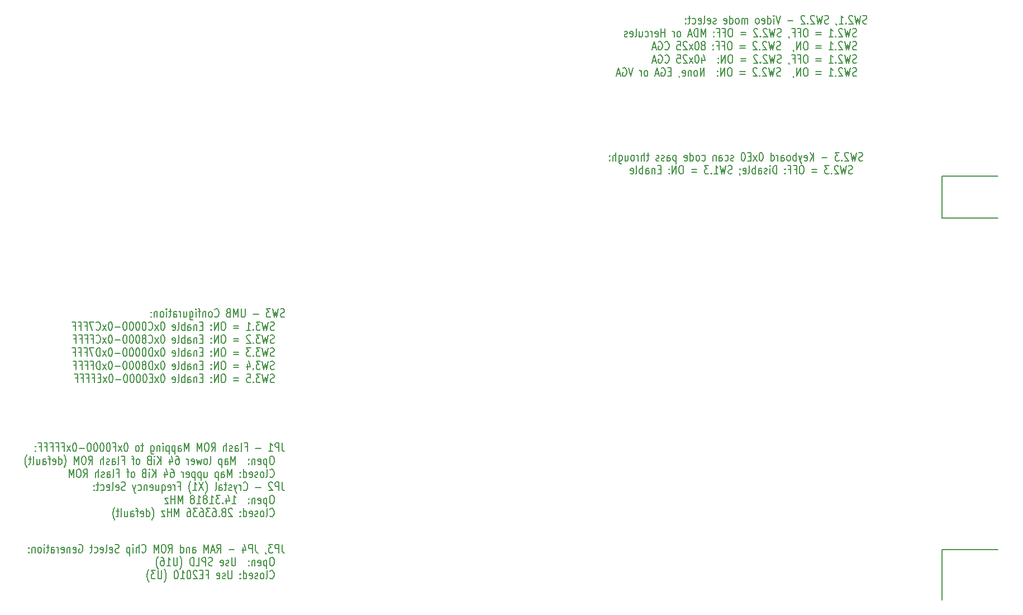
<source format=gbo>
G04 #@! TF.FileFunction,Legend,Bot*
%FSLAX46Y46*%
G04 Gerber Fmt 4.6, Leading zero omitted, Abs format (unit mm)*
G04 Created by KiCad (PCBNEW 4.0.1-stable) date 1/11/2018 1:11:40 PM*
%MOMM*%
G01*
G04 APERTURE LIST*
%ADD10C,0.150000*%
%ADD11C,0.203200*%
%ADD12C,0.190500*%
G04 APERTURE END LIST*
D10*
D11*
X102337810Y-133848324D02*
X102337810Y-134755467D01*
X102386190Y-134936895D01*
X102482952Y-135057848D01*
X102628095Y-135118324D01*
X102724857Y-135118324D01*
X101854000Y-135118324D02*
X101854000Y-133848324D01*
X101466953Y-133848324D01*
X101370191Y-133908800D01*
X101321810Y-133969276D01*
X101273429Y-134090229D01*
X101273429Y-134271657D01*
X101321810Y-134392610D01*
X101370191Y-134453086D01*
X101466953Y-134513562D01*
X101854000Y-134513562D01*
X100934762Y-133848324D02*
X100305810Y-133848324D01*
X100644476Y-134332133D01*
X100499334Y-134332133D01*
X100402572Y-134392610D01*
X100354191Y-134453086D01*
X100305810Y-134574038D01*
X100305810Y-134876419D01*
X100354191Y-134997371D01*
X100402572Y-135057848D01*
X100499334Y-135118324D01*
X100789619Y-135118324D01*
X100886381Y-135057848D01*
X100934762Y-134997371D01*
X99822000Y-135057848D02*
X99822000Y-135118324D01*
X99870381Y-135239276D01*
X99918762Y-135299752D01*
X98322191Y-133848324D02*
X98322191Y-134755467D01*
X98370571Y-134936895D01*
X98467333Y-135057848D01*
X98612476Y-135118324D01*
X98709238Y-135118324D01*
X97838381Y-135118324D02*
X97838381Y-133848324D01*
X97451334Y-133848324D01*
X97354572Y-133908800D01*
X97306191Y-133969276D01*
X97257810Y-134090229D01*
X97257810Y-134271657D01*
X97306191Y-134392610D01*
X97354572Y-134453086D01*
X97451334Y-134513562D01*
X97838381Y-134513562D01*
X96386953Y-134271657D02*
X96386953Y-135118324D01*
X96628857Y-133787848D02*
X96870762Y-134694990D01*
X96241810Y-134694990D01*
X95080667Y-134634514D02*
X94306572Y-134634514D01*
X92468096Y-135118324D02*
X92806762Y-134513562D01*
X93048667Y-135118324D02*
X93048667Y-133848324D01*
X92661620Y-133848324D01*
X92564858Y-133908800D01*
X92516477Y-133969276D01*
X92468096Y-134090229D01*
X92468096Y-134271657D01*
X92516477Y-134392610D01*
X92564858Y-134453086D01*
X92661620Y-134513562D01*
X93048667Y-134513562D01*
X92081048Y-134755467D02*
X91597239Y-134755467D01*
X92177810Y-135118324D02*
X91839143Y-133848324D01*
X91500477Y-135118324D01*
X91161810Y-135118324D02*
X91161810Y-133848324D01*
X90823144Y-134755467D01*
X90484477Y-133848324D01*
X90484477Y-135118324D01*
X88791144Y-135118324D02*
X88791144Y-134453086D01*
X88839525Y-134332133D01*
X88936287Y-134271657D01*
X89129810Y-134271657D01*
X89226572Y-134332133D01*
X88791144Y-135057848D02*
X88887906Y-135118324D01*
X89129810Y-135118324D01*
X89226572Y-135057848D01*
X89274953Y-134936895D01*
X89274953Y-134815943D01*
X89226572Y-134694990D01*
X89129810Y-134634514D01*
X88887906Y-134634514D01*
X88791144Y-134574038D01*
X88307334Y-134271657D02*
X88307334Y-135118324D01*
X88307334Y-134392610D02*
X88258953Y-134332133D01*
X88162191Y-134271657D01*
X88017049Y-134271657D01*
X87920287Y-134332133D01*
X87871906Y-134453086D01*
X87871906Y-135118324D01*
X86952668Y-135118324D02*
X86952668Y-133848324D01*
X86952668Y-135057848D02*
X87049430Y-135118324D01*
X87242953Y-135118324D01*
X87339715Y-135057848D01*
X87388096Y-134997371D01*
X87436477Y-134876419D01*
X87436477Y-134513562D01*
X87388096Y-134392610D01*
X87339715Y-134332133D01*
X87242953Y-134271657D01*
X87049430Y-134271657D01*
X86952668Y-134332133D01*
X85114192Y-135118324D02*
X85452858Y-134513562D01*
X85694763Y-135118324D02*
X85694763Y-133848324D01*
X85307716Y-133848324D01*
X85210954Y-133908800D01*
X85162573Y-133969276D01*
X85114192Y-134090229D01*
X85114192Y-134271657D01*
X85162573Y-134392610D01*
X85210954Y-134453086D01*
X85307716Y-134513562D01*
X85694763Y-134513562D01*
X84485239Y-133848324D02*
X84291716Y-133848324D01*
X84194954Y-133908800D01*
X84098192Y-134029752D01*
X84049811Y-134271657D01*
X84049811Y-134694990D01*
X84098192Y-134936895D01*
X84194954Y-135057848D01*
X84291716Y-135118324D01*
X84485239Y-135118324D01*
X84582001Y-135057848D01*
X84678763Y-134936895D01*
X84727144Y-134694990D01*
X84727144Y-134271657D01*
X84678763Y-134029752D01*
X84582001Y-133908800D01*
X84485239Y-133848324D01*
X83614382Y-135118324D02*
X83614382Y-133848324D01*
X83275716Y-134755467D01*
X82937049Y-133848324D01*
X82937049Y-135118324D01*
X81098573Y-134997371D02*
X81146954Y-135057848D01*
X81292097Y-135118324D01*
X81388859Y-135118324D01*
X81534001Y-135057848D01*
X81630763Y-134936895D01*
X81679144Y-134815943D01*
X81727525Y-134574038D01*
X81727525Y-134392610D01*
X81679144Y-134150705D01*
X81630763Y-134029752D01*
X81534001Y-133908800D01*
X81388859Y-133848324D01*
X81292097Y-133848324D01*
X81146954Y-133908800D01*
X81098573Y-133969276D01*
X80663144Y-135118324D02*
X80663144Y-133848324D01*
X80227716Y-135118324D02*
X80227716Y-134453086D01*
X80276097Y-134332133D01*
X80372859Y-134271657D01*
X80518001Y-134271657D01*
X80614763Y-134332133D01*
X80663144Y-134392610D01*
X79743906Y-135118324D02*
X79743906Y-134271657D01*
X79743906Y-133848324D02*
X79792287Y-133908800D01*
X79743906Y-133969276D01*
X79695525Y-133908800D01*
X79743906Y-133848324D01*
X79743906Y-133969276D01*
X79260096Y-134271657D02*
X79260096Y-135541657D01*
X79260096Y-134332133D02*
X79163334Y-134271657D01*
X78969811Y-134271657D01*
X78873049Y-134332133D01*
X78824668Y-134392610D01*
X78776287Y-134513562D01*
X78776287Y-134876419D01*
X78824668Y-134997371D01*
X78873049Y-135057848D01*
X78969811Y-135118324D01*
X79163334Y-135118324D01*
X79260096Y-135057848D01*
X77615144Y-135057848D02*
X77470001Y-135118324D01*
X77228097Y-135118324D01*
X77131335Y-135057848D01*
X77082954Y-134997371D01*
X77034573Y-134876419D01*
X77034573Y-134755467D01*
X77082954Y-134634514D01*
X77131335Y-134574038D01*
X77228097Y-134513562D01*
X77421620Y-134453086D01*
X77518382Y-134392610D01*
X77566763Y-134332133D01*
X77615144Y-134211181D01*
X77615144Y-134090229D01*
X77566763Y-133969276D01*
X77518382Y-133908800D01*
X77421620Y-133848324D01*
X77179716Y-133848324D01*
X77034573Y-133908800D01*
X76212097Y-135057848D02*
X76308859Y-135118324D01*
X76502382Y-135118324D01*
X76599144Y-135057848D01*
X76647525Y-134936895D01*
X76647525Y-134453086D01*
X76599144Y-134332133D01*
X76502382Y-134271657D01*
X76308859Y-134271657D01*
X76212097Y-134332133D01*
X76163716Y-134453086D01*
X76163716Y-134574038D01*
X76647525Y-134694990D01*
X75583144Y-135118324D02*
X75679906Y-135057848D01*
X75728287Y-134936895D01*
X75728287Y-133848324D01*
X74809050Y-135057848D02*
X74905812Y-135118324D01*
X75099335Y-135118324D01*
X75196097Y-135057848D01*
X75244478Y-134936895D01*
X75244478Y-134453086D01*
X75196097Y-134332133D01*
X75099335Y-134271657D01*
X74905812Y-134271657D01*
X74809050Y-134332133D01*
X74760669Y-134453086D01*
X74760669Y-134574038D01*
X75244478Y-134694990D01*
X73889812Y-135057848D02*
X73986574Y-135118324D01*
X74180097Y-135118324D01*
X74276859Y-135057848D01*
X74325240Y-134997371D01*
X74373621Y-134876419D01*
X74373621Y-134513562D01*
X74325240Y-134392610D01*
X74276859Y-134332133D01*
X74180097Y-134271657D01*
X73986574Y-134271657D01*
X73889812Y-134332133D01*
X73599526Y-134271657D02*
X73212478Y-134271657D01*
X73454383Y-133848324D02*
X73454383Y-134936895D01*
X73406002Y-135057848D01*
X73309240Y-135118324D01*
X73212478Y-135118324D01*
X71567527Y-133908800D02*
X71664289Y-133848324D01*
X71809432Y-133848324D01*
X71954574Y-133908800D01*
X72051336Y-134029752D01*
X72099717Y-134150705D01*
X72148098Y-134392610D01*
X72148098Y-134574038D01*
X72099717Y-134815943D01*
X72051336Y-134936895D01*
X71954574Y-135057848D01*
X71809432Y-135118324D01*
X71712670Y-135118324D01*
X71567527Y-135057848D01*
X71519146Y-134997371D01*
X71519146Y-134574038D01*
X71712670Y-134574038D01*
X70696670Y-135057848D02*
X70793432Y-135118324D01*
X70986955Y-135118324D01*
X71083717Y-135057848D01*
X71132098Y-134936895D01*
X71132098Y-134453086D01*
X71083717Y-134332133D01*
X70986955Y-134271657D01*
X70793432Y-134271657D01*
X70696670Y-134332133D01*
X70648289Y-134453086D01*
X70648289Y-134574038D01*
X71132098Y-134694990D01*
X70212860Y-134271657D02*
X70212860Y-135118324D01*
X70212860Y-134392610D02*
X70164479Y-134332133D01*
X70067717Y-134271657D01*
X69922575Y-134271657D01*
X69825813Y-134332133D01*
X69777432Y-134453086D01*
X69777432Y-135118324D01*
X68906575Y-135057848D02*
X69003337Y-135118324D01*
X69196860Y-135118324D01*
X69293622Y-135057848D01*
X69342003Y-134936895D01*
X69342003Y-134453086D01*
X69293622Y-134332133D01*
X69196860Y-134271657D01*
X69003337Y-134271657D01*
X68906575Y-134332133D01*
X68858194Y-134453086D01*
X68858194Y-134574038D01*
X69342003Y-134694990D01*
X68422765Y-135118324D02*
X68422765Y-134271657D01*
X68422765Y-134513562D02*
X68374384Y-134392610D01*
X68326003Y-134332133D01*
X68229241Y-134271657D01*
X68132480Y-134271657D01*
X67358385Y-135118324D02*
X67358385Y-134453086D01*
X67406766Y-134332133D01*
X67503528Y-134271657D01*
X67697051Y-134271657D01*
X67793813Y-134332133D01*
X67358385Y-135057848D02*
X67455147Y-135118324D01*
X67697051Y-135118324D01*
X67793813Y-135057848D01*
X67842194Y-134936895D01*
X67842194Y-134815943D01*
X67793813Y-134694990D01*
X67697051Y-134634514D01*
X67455147Y-134634514D01*
X67358385Y-134574038D01*
X67019718Y-134271657D02*
X66632670Y-134271657D01*
X66874575Y-133848324D02*
X66874575Y-134936895D01*
X66826194Y-135057848D01*
X66729432Y-135118324D01*
X66632670Y-135118324D01*
X66294004Y-135118324D02*
X66294004Y-134271657D01*
X66294004Y-133848324D02*
X66342385Y-133908800D01*
X66294004Y-133969276D01*
X66245623Y-133908800D01*
X66294004Y-133848324D01*
X66294004Y-133969276D01*
X65665051Y-135118324D02*
X65761813Y-135057848D01*
X65810194Y-134997371D01*
X65858575Y-134876419D01*
X65858575Y-134513562D01*
X65810194Y-134392610D01*
X65761813Y-134332133D01*
X65665051Y-134271657D01*
X65519909Y-134271657D01*
X65423147Y-134332133D01*
X65374766Y-134392610D01*
X65326385Y-134513562D01*
X65326385Y-134876419D01*
X65374766Y-134997371D01*
X65423147Y-135057848D01*
X65519909Y-135118324D01*
X65665051Y-135118324D01*
X64890956Y-134271657D02*
X64890956Y-135118324D01*
X64890956Y-134392610D02*
X64842575Y-134332133D01*
X64745813Y-134271657D01*
X64600671Y-134271657D01*
X64503909Y-134332133D01*
X64455528Y-134453086D01*
X64455528Y-135118324D01*
X63971718Y-134997371D02*
X63923337Y-135057848D01*
X63971718Y-135118324D01*
X64020099Y-135057848D01*
X63971718Y-134997371D01*
X63971718Y-135118324D01*
X63971718Y-134332133D02*
X63923337Y-134392610D01*
X63971718Y-134453086D01*
X64020099Y-134392610D01*
X63971718Y-134332133D01*
X63971718Y-134453086D01*
X100886381Y-135829524D02*
X100692858Y-135829524D01*
X100596096Y-135890000D01*
X100499334Y-136010952D01*
X100450953Y-136252857D01*
X100450953Y-136676190D01*
X100499334Y-136918095D01*
X100596096Y-137039048D01*
X100692858Y-137099524D01*
X100886381Y-137099524D01*
X100983143Y-137039048D01*
X101079905Y-136918095D01*
X101128286Y-136676190D01*
X101128286Y-136252857D01*
X101079905Y-136010952D01*
X100983143Y-135890000D01*
X100886381Y-135829524D01*
X100015524Y-136252857D02*
X100015524Y-137522857D01*
X100015524Y-136313333D02*
X99918762Y-136252857D01*
X99725239Y-136252857D01*
X99628477Y-136313333D01*
X99580096Y-136373810D01*
X99531715Y-136494762D01*
X99531715Y-136857619D01*
X99580096Y-136978571D01*
X99628477Y-137039048D01*
X99725239Y-137099524D01*
X99918762Y-137099524D01*
X100015524Y-137039048D01*
X98709239Y-137039048D02*
X98806001Y-137099524D01*
X98999524Y-137099524D01*
X99096286Y-137039048D01*
X99144667Y-136918095D01*
X99144667Y-136434286D01*
X99096286Y-136313333D01*
X98999524Y-136252857D01*
X98806001Y-136252857D01*
X98709239Y-136313333D01*
X98660858Y-136434286D01*
X98660858Y-136555238D01*
X99144667Y-136676190D01*
X98225429Y-136252857D02*
X98225429Y-137099524D01*
X98225429Y-136373810D02*
X98177048Y-136313333D01*
X98080286Y-136252857D01*
X97935144Y-136252857D01*
X97838382Y-136313333D01*
X97790001Y-136434286D01*
X97790001Y-137099524D01*
X97306191Y-136978571D02*
X97257810Y-137039048D01*
X97306191Y-137099524D01*
X97354572Y-137039048D01*
X97306191Y-136978571D01*
X97306191Y-137099524D01*
X97306191Y-136313333D02*
X97257810Y-136373810D01*
X97306191Y-136434286D01*
X97354572Y-136373810D01*
X97306191Y-136313333D01*
X97306191Y-136434286D01*
X95274191Y-135829524D02*
X95274191Y-136857619D01*
X95225810Y-136978571D01*
X95177429Y-137039048D01*
X95080667Y-137099524D01*
X94887144Y-137099524D01*
X94790382Y-137039048D01*
X94742001Y-136978571D01*
X94693620Y-136857619D01*
X94693620Y-135829524D01*
X94258191Y-137039048D02*
X94161429Y-137099524D01*
X93967905Y-137099524D01*
X93871144Y-137039048D01*
X93822763Y-136918095D01*
X93822763Y-136857619D01*
X93871144Y-136736667D01*
X93967905Y-136676190D01*
X94113048Y-136676190D01*
X94209810Y-136615714D01*
X94258191Y-136494762D01*
X94258191Y-136434286D01*
X94209810Y-136313333D01*
X94113048Y-136252857D01*
X93967905Y-136252857D01*
X93871144Y-136313333D01*
X93000287Y-137039048D02*
X93097049Y-137099524D01*
X93290572Y-137099524D01*
X93387334Y-137039048D01*
X93435715Y-136918095D01*
X93435715Y-136434286D01*
X93387334Y-136313333D01*
X93290572Y-136252857D01*
X93097049Y-136252857D01*
X93000287Y-136313333D01*
X92951906Y-136434286D01*
X92951906Y-136555238D01*
X93435715Y-136676190D01*
X91790763Y-137039048D02*
X91645620Y-137099524D01*
X91403716Y-137099524D01*
X91306954Y-137039048D01*
X91258573Y-136978571D01*
X91210192Y-136857619D01*
X91210192Y-136736667D01*
X91258573Y-136615714D01*
X91306954Y-136555238D01*
X91403716Y-136494762D01*
X91597239Y-136434286D01*
X91694001Y-136373810D01*
X91742382Y-136313333D01*
X91790763Y-136192381D01*
X91790763Y-136071429D01*
X91742382Y-135950476D01*
X91694001Y-135890000D01*
X91597239Y-135829524D01*
X91355335Y-135829524D01*
X91210192Y-135890000D01*
X90774763Y-137099524D02*
X90774763Y-135829524D01*
X90387716Y-135829524D01*
X90290954Y-135890000D01*
X90242573Y-135950476D01*
X90194192Y-136071429D01*
X90194192Y-136252857D01*
X90242573Y-136373810D01*
X90290954Y-136434286D01*
X90387716Y-136494762D01*
X90774763Y-136494762D01*
X89274954Y-137099524D02*
X89758763Y-137099524D01*
X89758763Y-135829524D01*
X88936287Y-137099524D02*
X88936287Y-135829524D01*
X88694382Y-135829524D01*
X88549240Y-135890000D01*
X88452478Y-136010952D01*
X88404097Y-136131905D01*
X88355716Y-136373810D01*
X88355716Y-136555238D01*
X88404097Y-136797143D01*
X88452478Y-136918095D01*
X88549240Y-137039048D01*
X88694382Y-137099524D01*
X88936287Y-137099524D01*
X86855907Y-137583333D02*
X86904287Y-137522857D01*
X87001049Y-137341429D01*
X87049430Y-137220476D01*
X87097811Y-137039048D01*
X87146192Y-136736667D01*
X87146192Y-136494762D01*
X87097811Y-136192381D01*
X87049430Y-136010952D01*
X87001049Y-135890000D01*
X86904287Y-135708571D01*
X86855907Y-135648095D01*
X86468859Y-135829524D02*
X86468859Y-136857619D01*
X86420478Y-136978571D01*
X86372097Y-137039048D01*
X86275335Y-137099524D01*
X86081812Y-137099524D01*
X85985050Y-137039048D01*
X85936669Y-136978571D01*
X85888288Y-136857619D01*
X85888288Y-135829524D01*
X84872288Y-137099524D02*
X85452859Y-137099524D01*
X85162573Y-137099524D02*
X85162573Y-135829524D01*
X85259335Y-136010952D01*
X85356097Y-136131905D01*
X85452859Y-136192381D01*
X84001431Y-135829524D02*
X84194954Y-135829524D01*
X84291716Y-135890000D01*
X84340097Y-135950476D01*
X84436859Y-136131905D01*
X84485240Y-136373810D01*
X84485240Y-136857619D01*
X84436859Y-136978571D01*
X84388478Y-137039048D01*
X84291716Y-137099524D01*
X84098193Y-137099524D01*
X84001431Y-137039048D01*
X83953050Y-136978571D01*
X83904669Y-136857619D01*
X83904669Y-136555238D01*
X83953050Y-136434286D01*
X84001431Y-136373810D01*
X84098193Y-136313333D01*
X84291716Y-136313333D01*
X84388478Y-136373810D01*
X84436859Y-136434286D01*
X84485240Y-136555238D01*
X83566002Y-137583333D02*
X83517621Y-137522857D01*
X83420859Y-137341429D01*
X83372478Y-137220476D01*
X83324097Y-137039048D01*
X83275716Y-136736667D01*
X83275716Y-136494762D01*
X83324097Y-136192381D01*
X83372478Y-136010952D01*
X83420859Y-135890000D01*
X83517621Y-135708571D01*
X83566002Y-135648095D01*
X100499334Y-138959771D02*
X100547715Y-139020248D01*
X100692858Y-139080724D01*
X100789620Y-139080724D01*
X100934762Y-139020248D01*
X101031524Y-138899295D01*
X101079905Y-138778343D01*
X101128286Y-138536438D01*
X101128286Y-138355010D01*
X101079905Y-138113105D01*
X101031524Y-137992152D01*
X100934762Y-137871200D01*
X100789620Y-137810724D01*
X100692858Y-137810724D01*
X100547715Y-137871200D01*
X100499334Y-137931676D01*
X99918762Y-139080724D02*
X100015524Y-139020248D01*
X100063905Y-138899295D01*
X100063905Y-137810724D01*
X99386572Y-139080724D02*
X99483334Y-139020248D01*
X99531715Y-138959771D01*
X99580096Y-138838819D01*
X99580096Y-138475962D01*
X99531715Y-138355010D01*
X99483334Y-138294533D01*
X99386572Y-138234057D01*
X99241430Y-138234057D01*
X99144668Y-138294533D01*
X99096287Y-138355010D01*
X99047906Y-138475962D01*
X99047906Y-138838819D01*
X99096287Y-138959771D01*
X99144668Y-139020248D01*
X99241430Y-139080724D01*
X99386572Y-139080724D01*
X98660858Y-139020248D02*
X98564096Y-139080724D01*
X98370572Y-139080724D01*
X98273811Y-139020248D01*
X98225430Y-138899295D01*
X98225430Y-138838819D01*
X98273811Y-138717867D01*
X98370572Y-138657390D01*
X98515715Y-138657390D01*
X98612477Y-138596914D01*
X98660858Y-138475962D01*
X98660858Y-138415486D01*
X98612477Y-138294533D01*
X98515715Y-138234057D01*
X98370572Y-138234057D01*
X98273811Y-138294533D01*
X97402954Y-139020248D02*
X97499716Y-139080724D01*
X97693239Y-139080724D01*
X97790001Y-139020248D01*
X97838382Y-138899295D01*
X97838382Y-138415486D01*
X97790001Y-138294533D01*
X97693239Y-138234057D01*
X97499716Y-138234057D01*
X97402954Y-138294533D01*
X97354573Y-138415486D01*
X97354573Y-138536438D01*
X97838382Y-138657390D01*
X96483716Y-139080724D02*
X96483716Y-137810724D01*
X96483716Y-139020248D02*
X96580478Y-139080724D01*
X96774001Y-139080724D01*
X96870763Y-139020248D01*
X96919144Y-138959771D01*
X96967525Y-138838819D01*
X96967525Y-138475962D01*
X96919144Y-138355010D01*
X96870763Y-138294533D01*
X96774001Y-138234057D01*
X96580478Y-138234057D01*
X96483716Y-138294533D01*
X95999906Y-138959771D02*
X95951525Y-139020248D01*
X95999906Y-139080724D01*
X96048287Y-139020248D01*
X95999906Y-138959771D01*
X95999906Y-139080724D01*
X95999906Y-138294533D02*
X95951525Y-138355010D01*
X95999906Y-138415486D01*
X96048287Y-138355010D01*
X95999906Y-138294533D01*
X95999906Y-138415486D01*
X94742001Y-137810724D02*
X94742001Y-138838819D01*
X94693620Y-138959771D01*
X94645239Y-139020248D01*
X94548477Y-139080724D01*
X94354954Y-139080724D01*
X94258192Y-139020248D01*
X94209811Y-138959771D01*
X94161430Y-138838819D01*
X94161430Y-137810724D01*
X93726001Y-139020248D02*
X93629239Y-139080724D01*
X93435715Y-139080724D01*
X93338954Y-139020248D01*
X93290573Y-138899295D01*
X93290573Y-138838819D01*
X93338954Y-138717867D01*
X93435715Y-138657390D01*
X93580858Y-138657390D01*
X93677620Y-138596914D01*
X93726001Y-138475962D01*
X93726001Y-138415486D01*
X93677620Y-138294533D01*
X93580858Y-138234057D01*
X93435715Y-138234057D01*
X93338954Y-138294533D01*
X92468097Y-139020248D02*
X92564859Y-139080724D01*
X92758382Y-139080724D01*
X92855144Y-139020248D01*
X92903525Y-138899295D01*
X92903525Y-138415486D01*
X92855144Y-138294533D01*
X92758382Y-138234057D01*
X92564859Y-138234057D01*
X92468097Y-138294533D01*
X92419716Y-138415486D01*
X92419716Y-138536438D01*
X92903525Y-138657390D01*
X90871526Y-138415486D02*
X91210192Y-138415486D01*
X91210192Y-139080724D02*
X91210192Y-137810724D01*
X90726383Y-137810724D01*
X90339335Y-138415486D02*
X90000669Y-138415486D01*
X89855526Y-139080724D02*
X90339335Y-139080724D01*
X90339335Y-137810724D01*
X89855526Y-137810724D01*
X89468478Y-137931676D02*
X89420097Y-137871200D01*
X89323335Y-137810724D01*
X89081431Y-137810724D01*
X88984669Y-137871200D01*
X88936288Y-137931676D01*
X88887907Y-138052629D01*
X88887907Y-138173581D01*
X88936288Y-138355010D01*
X89516859Y-139080724D01*
X88887907Y-139080724D01*
X88258954Y-137810724D02*
X88162193Y-137810724D01*
X88065431Y-137871200D01*
X88017050Y-137931676D01*
X87968669Y-138052629D01*
X87920288Y-138294533D01*
X87920288Y-138596914D01*
X87968669Y-138838819D01*
X88017050Y-138959771D01*
X88065431Y-139020248D01*
X88162193Y-139080724D01*
X88258954Y-139080724D01*
X88355716Y-139020248D01*
X88404097Y-138959771D01*
X88452478Y-138838819D01*
X88500859Y-138596914D01*
X88500859Y-138294533D01*
X88452478Y-138052629D01*
X88404097Y-137931676D01*
X88355716Y-137871200D01*
X88258954Y-137810724D01*
X86952669Y-139080724D02*
X87533240Y-139080724D01*
X87242954Y-139080724D02*
X87242954Y-137810724D01*
X87339716Y-137992152D01*
X87436478Y-138113105D01*
X87533240Y-138173581D01*
X86323716Y-137810724D02*
X86226955Y-137810724D01*
X86130193Y-137871200D01*
X86081812Y-137931676D01*
X86033431Y-138052629D01*
X85985050Y-138294533D01*
X85985050Y-138596914D01*
X86033431Y-138838819D01*
X86081812Y-138959771D01*
X86130193Y-139020248D01*
X86226955Y-139080724D01*
X86323716Y-139080724D01*
X86420478Y-139020248D01*
X86468859Y-138959771D01*
X86517240Y-138838819D01*
X86565621Y-138596914D01*
X86565621Y-138294533D01*
X86517240Y-138052629D01*
X86468859Y-137931676D01*
X86420478Y-137871200D01*
X86323716Y-137810724D01*
X84485241Y-139564533D02*
X84533621Y-139504057D01*
X84630383Y-139322629D01*
X84678764Y-139201676D01*
X84727145Y-139020248D01*
X84775526Y-138717867D01*
X84775526Y-138475962D01*
X84727145Y-138173581D01*
X84678764Y-137992152D01*
X84630383Y-137871200D01*
X84533621Y-137689771D01*
X84485241Y-137629295D01*
X84098193Y-137810724D02*
X84098193Y-138838819D01*
X84049812Y-138959771D01*
X84001431Y-139020248D01*
X83904669Y-139080724D01*
X83711146Y-139080724D01*
X83614384Y-139020248D01*
X83566003Y-138959771D01*
X83517622Y-138838819D01*
X83517622Y-137810724D01*
X83130574Y-137810724D02*
X82501622Y-137810724D01*
X82840288Y-138294533D01*
X82695146Y-138294533D01*
X82598384Y-138355010D01*
X82550003Y-138415486D01*
X82501622Y-138536438D01*
X82501622Y-138838819D01*
X82550003Y-138959771D01*
X82598384Y-139020248D01*
X82695146Y-139080724D01*
X82985431Y-139080724D01*
X83082193Y-139020248D01*
X83130574Y-138959771D01*
X82162955Y-139564533D02*
X82114574Y-139504057D01*
X82017812Y-139322629D01*
X81969431Y-139201676D01*
X81921050Y-139020248D01*
X81872669Y-138717867D01*
X81872669Y-138475962D01*
X81921050Y-138173581D01*
X81969431Y-137992152D01*
X82017812Y-137871200D01*
X82114574Y-137689771D01*
X82162955Y-137629295D01*
X102337810Y-118494024D02*
X102337810Y-119401167D01*
X102386190Y-119582595D01*
X102482952Y-119703548D01*
X102628095Y-119764024D01*
X102724857Y-119764024D01*
X101854000Y-119764024D02*
X101854000Y-118494024D01*
X101466953Y-118494024D01*
X101370191Y-118554500D01*
X101321810Y-118614976D01*
X101273429Y-118735929D01*
X101273429Y-118917357D01*
X101321810Y-119038310D01*
X101370191Y-119098786D01*
X101466953Y-119159262D01*
X101854000Y-119159262D01*
X100305810Y-119764024D02*
X100886381Y-119764024D01*
X100596095Y-119764024D02*
X100596095Y-118494024D01*
X100692857Y-118675452D01*
X100789619Y-118796405D01*
X100886381Y-118856881D01*
X99096286Y-119280214D02*
X98322191Y-119280214D01*
X96725620Y-119098786D02*
X97064286Y-119098786D01*
X97064286Y-119764024D02*
X97064286Y-118494024D01*
X96580477Y-118494024D01*
X96048286Y-119764024D02*
X96145048Y-119703548D01*
X96193429Y-119582595D01*
X96193429Y-118494024D01*
X95225811Y-119764024D02*
X95225811Y-119098786D01*
X95274192Y-118977833D01*
X95370954Y-118917357D01*
X95564477Y-118917357D01*
X95661239Y-118977833D01*
X95225811Y-119703548D02*
X95322573Y-119764024D01*
X95564477Y-119764024D01*
X95661239Y-119703548D01*
X95709620Y-119582595D01*
X95709620Y-119461643D01*
X95661239Y-119340690D01*
X95564477Y-119280214D01*
X95322573Y-119280214D01*
X95225811Y-119219738D01*
X94790382Y-119703548D02*
X94693620Y-119764024D01*
X94500096Y-119764024D01*
X94403335Y-119703548D01*
X94354954Y-119582595D01*
X94354954Y-119522119D01*
X94403335Y-119401167D01*
X94500096Y-119340690D01*
X94645239Y-119340690D01*
X94742001Y-119280214D01*
X94790382Y-119159262D01*
X94790382Y-119098786D01*
X94742001Y-118977833D01*
X94645239Y-118917357D01*
X94500096Y-118917357D01*
X94403335Y-118977833D01*
X93919525Y-119764024D02*
X93919525Y-118494024D01*
X93484097Y-119764024D02*
X93484097Y-119098786D01*
X93532478Y-118977833D01*
X93629240Y-118917357D01*
X93774382Y-118917357D01*
X93871144Y-118977833D01*
X93919525Y-119038310D01*
X91645621Y-119764024D02*
X91984287Y-119159262D01*
X92226192Y-119764024D02*
X92226192Y-118494024D01*
X91839145Y-118494024D01*
X91742383Y-118554500D01*
X91694002Y-118614976D01*
X91645621Y-118735929D01*
X91645621Y-118917357D01*
X91694002Y-119038310D01*
X91742383Y-119098786D01*
X91839145Y-119159262D01*
X92226192Y-119159262D01*
X91016668Y-118494024D02*
X90823145Y-118494024D01*
X90726383Y-118554500D01*
X90629621Y-118675452D01*
X90581240Y-118917357D01*
X90581240Y-119340690D01*
X90629621Y-119582595D01*
X90726383Y-119703548D01*
X90823145Y-119764024D01*
X91016668Y-119764024D01*
X91113430Y-119703548D01*
X91210192Y-119582595D01*
X91258573Y-119340690D01*
X91258573Y-118917357D01*
X91210192Y-118675452D01*
X91113430Y-118554500D01*
X91016668Y-118494024D01*
X90145811Y-119764024D02*
X90145811Y-118494024D01*
X89807145Y-119401167D01*
X89468478Y-118494024D01*
X89468478Y-119764024D01*
X88210573Y-119764024D02*
X88210573Y-118494024D01*
X87871907Y-119401167D01*
X87533240Y-118494024D01*
X87533240Y-119764024D01*
X86614002Y-119764024D02*
X86614002Y-119098786D01*
X86662383Y-118977833D01*
X86759145Y-118917357D01*
X86952668Y-118917357D01*
X87049430Y-118977833D01*
X86614002Y-119703548D02*
X86710764Y-119764024D01*
X86952668Y-119764024D01*
X87049430Y-119703548D01*
X87097811Y-119582595D01*
X87097811Y-119461643D01*
X87049430Y-119340690D01*
X86952668Y-119280214D01*
X86710764Y-119280214D01*
X86614002Y-119219738D01*
X86130192Y-118917357D02*
X86130192Y-120187357D01*
X86130192Y-118977833D02*
X86033430Y-118917357D01*
X85839907Y-118917357D01*
X85743145Y-118977833D01*
X85694764Y-119038310D01*
X85646383Y-119159262D01*
X85646383Y-119522119D01*
X85694764Y-119643071D01*
X85743145Y-119703548D01*
X85839907Y-119764024D01*
X86033430Y-119764024D01*
X86130192Y-119703548D01*
X85210954Y-118917357D02*
X85210954Y-120187357D01*
X85210954Y-118977833D02*
X85114192Y-118917357D01*
X84920669Y-118917357D01*
X84823907Y-118977833D01*
X84775526Y-119038310D01*
X84727145Y-119159262D01*
X84727145Y-119522119D01*
X84775526Y-119643071D01*
X84823907Y-119703548D01*
X84920669Y-119764024D01*
X85114192Y-119764024D01*
X85210954Y-119703548D01*
X84291716Y-119764024D02*
X84291716Y-118917357D01*
X84291716Y-118494024D02*
X84340097Y-118554500D01*
X84291716Y-118614976D01*
X84243335Y-118554500D01*
X84291716Y-118494024D01*
X84291716Y-118614976D01*
X83807906Y-118917357D02*
X83807906Y-119764024D01*
X83807906Y-119038310D02*
X83759525Y-118977833D01*
X83662763Y-118917357D01*
X83517621Y-118917357D01*
X83420859Y-118977833D01*
X83372478Y-119098786D01*
X83372478Y-119764024D01*
X82453240Y-118917357D02*
X82453240Y-119945452D01*
X82501621Y-120066405D01*
X82550002Y-120126881D01*
X82646763Y-120187357D01*
X82791906Y-120187357D01*
X82888668Y-120126881D01*
X82453240Y-119703548D02*
X82550002Y-119764024D01*
X82743525Y-119764024D01*
X82840287Y-119703548D01*
X82888668Y-119643071D01*
X82937049Y-119522119D01*
X82937049Y-119159262D01*
X82888668Y-119038310D01*
X82840287Y-118977833D01*
X82743525Y-118917357D01*
X82550002Y-118917357D01*
X82453240Y-118977833D01*
X81340478Y-118917357D02*
X80953430Y-118917357D01*
X81195335Y-118494024D02*
X81195335Y-119582595D01*
X81146954Y-119703548D01*
X81050192Y-119764024D01*
X80953430Y-119764024D01*
X80469621Y-119764024D02*
X80566383Y-119703548D01*
X80614764Y-119643071D01*
X80663145Y-119522119D01*
X80663145Y-119159262D01*
X80614764Y-119038310D01*
X80566383Y-118977833D01*
X80469621Y-118917357D01*
X80324479Y-118917357D01*
X80227717Y-118977833D01*
X80179336Y-119038310D01*
X80130955Y-119159262D01*
X80130955Y-119522119D01*
X80179336Y-119643071D01*
X80227717Y-119703548D01*
X80324479Y-119764024D01*
X80469621Y-119764024D01*
X78727907Y-118494024D02*
X78631146Y-118494024D01*
X78534384Y-118554500D01*
X78486003Y-118614976D01*
X78437622Y-118735929D01*
X78389241Y-118977833D01*
X78389241Y-119280214D01*
X78437622Y-119522119D01*
X78486003Y-119643071D01*
X78534384Y-119703548D01*
X78631146Y-119764024D01*
X78727907Y-119764024D01*
X78824669Y-119703548D01*
X78873050Y-119643071D01*
X78921431Y-119522119D01*
X78969812Y-119280214D01*
X78969812Y-118977833D01*
X78921431Y-118735929D01*
X78873050Y-118614976D01*
X78824669Y-118554500D01*
X78727907Y-118494024D01*
X78050574Y-119764024D02*
X77518384Y-118917357D01*
X78050574Y-118917357D02*
X77518384Y-119764024D01*
X76792670Y-119098786D02*
X77131336Y-119098786D01*
X77131336Y-119764024D02*
X77131336Y-118494024D01*
X76647527Y-118494024D01*
X76066955Y-118494024D02*
X75970194Y-118494024D01*
X75873432Y-118554500D01*
X75825051Y-118614976D01*
X75776670Y-118735929D01*
X75728289Y-118977833D01*
X75728289Y-119280214D01*
X75776670Y-119522119D01*
X75825051Y-119643071D01*
X75873432Y-119703548D01*
X75970194Y-119764024D01*
X76066955Y-119764024D01*
X76163717Y-119703548D01*
X76212098Y-119643071D01*
X76260479Y-119522119D01*
X76308860Y-119280214D01*
X76308860Y-118977833D01*
X76260479Y-118735929D01*
X76212098Y-118614976D01*
X76163717Y-118554500D01*
X76066955Y-118494024D01*
X75099336Y-118494024D02*
X75002575Y-118494024D01*
X74905813Y-118554500D01*
X74857432Y-118614976D01*
X74809051Y-118735929D01*
X74760670Y-118977833D01*
X74760670Y-119280214D01*
X74809051Y-119522119D01*
X74857432Y-119643071D01*
X74905813Y-119703548D01*
X75002575Y-119764024D01*
X75099336Y-119764024D01*
X75196098Y-119703548D01*
X75244479Y-119643071D01*
X75292860Y-119522119D01*
X75341241Y-119280214D01*
X75341241Y-118977833D01*
X75292860Y-118735929D01*
X75244479Y-118614976D01*
X75196098Y-118554500D01*
X75099336Y-118494024D01*
X74131717Y-118494024D02*
X74034956Y-118494024D01*
X73938194Y-118554500D01*
X73889813Y-118614976D01*
X73841432Y-118735929D01*
X73793051Y-118977833D01*
X73793051Y-119280214D01*
X73841432Y-119522119D01*
X73889813Y-119643071D01*
X73938194Y-119703548D01*
X74034956Y-119764024D01*
X74131717Y-119764024D01*
X74228479Y-119703548D01*
X74276860Y-119643071D01*
X74325241Y-119522119D01*
X74373622Y-119280214D01*
X74373622Y-118977833D01*
X74325241Y-118735929D01*
X74276860Y-118614976D01*
X74228479Y-118554500D01*
X74131717Y-118494024D01*
X73164098Y-118494024D02*
X73067337Y-118494024D01*
X72970575Y-118554500D01*
X72922194Y-118614976D01*
X72873813Y-118735929D01*
X72825432Y-118977833D01*
X72825432Y-119280214D01*
X72873813Y-119522119D01*
X72922194Y-119643071D01*
X72970575Y-119703548D01*
X73067337Y-119764024D01*
X73164098Y-119764024D01*
X73260860Y-119703548D01*
X73309241Y-119643071D01*
X73357622Y-119522119D01*
X73406003Y-119280214D01*
X73406003Y-118977833D01*
X73357622Y-118735929D01*
X73309241Y-118614976D01*
X73260860Y-118554500D01*
X73164098Y-118494024D01*
X72390003Y-119280214D02*
X71615908Y-119280214D01*
X70938574Y-118494024D02*
X70841813Y-118494024D01*
X70745051Y-118554500D01*
X70696670Y-118614976D01*
X70648289Y-118735929D01*
X70599908Y-118977833D01*
X70599908Y-119280214D01*
X70648289Y-119522119D01*
X70696670Y-119643071D01*
X70745051Y-119703548D01*
X70841813Y-119764024D01*
X70938574Y-119764024D01*
X71035336Y-119703548D01*
X71083717Y-119643071D01*
X71132098Y-119522119D01*
X71180479Y-119280214D01*
X71180479Y-118977833D01*
X71132098Y-118735929D01*
X71083717Y-118614976D01*
X71035336Y-118554500D01*
X70938574Y-118494024D01*
X70261241Y-119764024D02*
X69729051Y-118917357D01*
X70261241Y-118917357D02*
X69729051Y-119764024D01*
X69003337Y-119098786D02*
X69342003Y-119098786D01*
X69342003Y-119764024D02*
X69342003Y-118494024D01*
X68858194Y-118494024D01*
X68132480Y-119098786D02*
X68471146Y-119098786D01*
X68471146Y-119764024D02*
X68471146Y-118494024D01*
X67987337Y-118494024D01*
X67261623Y-119098786D02*
X67600289Y-119098786D01*
X67600289Y-119764024D02*
X67600289Y-118494024D01*
X67116480Y-118494024D01*
X66390766Y-119098786D02*
X66729432Y-119098786D01*
X66729432Y-119764024D02*
X66729432Y-118494024D01*
X66245623Y-118494024D01*
X65519909Y-119098786D02*
X65858575Y-119098786D01*
X65858575Y-119764024D02*
X65858575Y-118494024D01*
X65374766Y-118494024D01*
X64987718Y-119643071D02*
X64939337Y-119703548D01*
X64987718Y-119764024D01*
X65036099Y-119703548D01*
X64987718Y-119643071D01*
X64987718Y-119764024D01*
X64987718Y-118977833D02*
X64939337Y-119038310D01*
X64987718Y-119098786D01*
X65036099Y-119038310D01*
X64987718Y-118977833D01*
X64987718Y-119098786D01*
X100886381Y-120475224D02*
X100692858Y-120475224D01*
X100596096Y-120535700D01*
X100499334Y-120656652D01*
X100450953Y-120898557D01*
X100450953Y-121321890D01*
X100499334Y-121563795D01*
X100596096Y-121684748D01*
X100692858Y-121745224D01*
X100886381Y-121745224D01*
X100983143Y-121684748D01*
X101079905Y-121563795D01*
X101128286Y-121321890D01*
X101128286Y-120898557D01*
X101079905Y-120656652D01*
X100983143Y-120535700D01*
X100886381Y-120475224D01*
X100015524Y-120898557D02*
X100015524Y-122168557D01*
X100015524Y-120959033D02*
X99918762Y-120898557D01*
X99725239Y-120898557D01*
X99628477Y-120959033D01*
X99580096Y-121019510D01*
X99531715Y-121140462D01*
X99531715Y-121503319D01*
X99580096Y-121624271D01*
X99628477Y-121684748D01*
X99725239Y-121745224D01*
X99918762Y-121745224D01*
X100015524Y-121684748D01*
X98709239Y-121684748D02*
X98806001Y-121745224D01*
X98999524Y-121745224D01*
X99096286Y-121684748D01*
X99144667Y-121563795D01*
X99144667Y-121079986D01*
X99096286Y-120959033D01*
X98999524Y-120898557D01*
X98806001Y-120898557D01*
X98709239Y-120959033D01*
X98660858Y-121079986D01*
X98660858Y-121200938D01*
X99144667Y-121321890D01*
X98225429Y-120898557D02*
X98225429Y-121745224D01*
X98225429Y-121019510D02*
X98177048Y-120959033D01*
X98080286Y-120898557D01*
X97935144Y-120898557D01*
X97838382Y-120959033D01*
X97790001Y-121079986D01*
X97790001Y-121745224D01*
X97306191Y-121624271D02*
X97257810Y-121684748D01*
X97306191Y-121745224D01*
X97354572Y-121684748D01*
X97306191Y-121624271D01*
X97306191Y-121745224D01*
X97306191Y-120959033D02*
X97257810Y-121019510D01*
X97306191Y-121079986D01*
X97354572Y-121019510D01*
X97306191Y-120959033D01*
X97306191Y-121079986D01*
X95274191Y-121745224D02*
X95274191Y-120475224D01*
X94935525Y-121382367D01*
X94596858Y-120475224D01*
X94596858Y-121745224D01*
X93677620Y-121745224D02*
X93677620Y-121079986D01*
X93726001Y-120959033D01*
X93822763Y-120898557D01*
X94016286Y-120898557D01*
X94113048Y-120959033D01*
X93677620Y-121684748D02*
X93774382Y-121745224D01*
X94016286Y-121745224D01*
X94113048Y-121684748D01*
X94161429Y-121563795D01*
X94161429Y-121442843D01*
X94113048Y-121321890D01*
X94016286Y-121261414D01*
X93774382Y-121261414D01*
X93677620Y-121200938D01*
X93193810Y-120898557D02*
X93193810Y-122168557D01*
X93193810Y-120959033D02*
X93097048Y-120898557D01*
X92903525Y-120898557D01*
X92806763Y-120959033D01*
X92758382Y-121019510D01*
X92710001Y-121140462D01*
X92710001Y-121503319D01*
X92758382Y-121624271D01*
X92806763Y-121684748D01*
X92903525Y-121745224D01*
X93097048Y-121745224D01*
X93193810Y-121684748D01*
X91355334Y-121745224D02*
X91452096Y-121684748D01*
X91500477Y-121563795D01*
X91500477Y-120475224D01*
X90823144Y-121745224D02*
X90919906Y-121684748D01*
X90968287Y-121624271D01*
X91016668Y-121503319D01*
X91016668Y-121140462D01*
X90968287Y-121019510D01*
X90919906Y-120959033D01*
X90823144Y-120898557D01*
X90678002Y-120898557D01*
X90581240Y-120959033D01*
X90532859Y-121019510D01*
X90484478Y-121140462D01*
X90484478Y-121503319D01*
X90532859Y-121624271D01*
X90581240Y-121684748D01*
X90678002Y-121745224D01*
X90823144Y-121745224D01*
X90145811Y-120898557D02*
X89952287Y-121745224D01*
X89758764Y-121140462D01*
X89565240Y-121745224D01*
X89371716Y-120898557D01*
X88597621Y-121684748D02*
X88694383Y-121745224D01*
X88887906Y-121745224D01*
X88984668Y-121684748D01*
X89033049Y-121563795D01*
X89033049Y-121079986D01*
X88984668Y-120959033D01*
X88887906Y-120898557D01*
X88694383Y-120898557D01*
X88597621Y-120959033D01*
X88549240Y-121079986D01*
X88549240Y-121200938D01*
X89033049Y-121321890D01*
X88113811Y-121745224D02*
X88113811Y-120898557D01*
X88113811Y-121140462D02*
X88065430Y-121019510D01*
X88017049Y-120959033D01*
X87920287Y-120898557D01*
X87823526Y-120898557D01*
X86275336Y-120475224D02*
X86468859Y-120475224D01*
X86565621Y-120535700D01*
X86614002Y-120596176D01*
X86710764Y-120777605D01*
X86759145Y-121019510D01*
X86759145Y-121503319D01*
X86710764Y-121624271D01*
X86662383Y-121684748D01*
X86565621Y-121745224D01*
X86372098Y-121745224D01*
X86275336Y-121684748D01*
X86226955Y-121624271D01*
X86178574Y-121503319D01*
X86178574Y-121200938D01*
X86226955Y-121079986D01*
X86275336Y-121019510D01*
X86372098Y-120959033D01*
X86565621Y-120959033D01*
X86662383Y-121019510D01*
X86710764Y-121079986D01*
X86759145Y-121200938D01*
X85307717Y-120898557D02*
X85307717Y-121745224D01*
X85549621Y-120414748D02*
X85791526Y-121321890D01*
X85162574Y-121321890D01*
X84001431Y-121745224D02*
X84001431Y-120475224D01*
X83420860Y-121745224D02*
X83856288Y-121019510D01*
X83420860Y-120475224D02*
X84001431Y-121200938D01*
X82985431Y-121745224D02*
X82985431Y-120898557D01*
X82985431Y-120475224D02*
X83033812Y-120535700D01*
X82985431Y-120596176D01*
X82937050Y-120535700D01*
X82985431Y-120475224D01*
X82985431Y-120596176D01*
X82162955Y-121079986D02*
X82017812Y-121140462D01*
X81969431Y-121200938D01*
X81921050Y-121321890D01*
X81921050Y-121503319D01*
X81969431Y-121624271D01*
X82017812Y-121684748D01*
X82114574Y-121745224D01*
X82501621Y-121745224D01*
X82501621Y-120475224D01*
X82162955Y-120475224D01*
X82066193Y-120535700D01*
X82017812Y-120596176D01*
X81969431Y-120717129D01*
X81969431Y-120838081D01*
X82017812Y-120959033D01*
X82066193Y-121019510D01*
X82162955Y-121079986D01*
X82501621Y-121079986D01*
X80566383Y-121745224D02*
X80663145Y-121684748D01*
X80711526Y-121624271D01*
X80759907Y-121503319D01*
X80759907Y-121140462D01*
X80711526Y-121019510D01*
X80663145Y-120959033D01*
X80566383Y-120898557D01*
X80421241Y-120898557D01*
X80324479Y-120959033D01*
X80276098Y-121019510D01*
X80227717Y-121140462D01*
X80227717Y-121503319D01*
X80276098Y-121624271D01*
X80324479Y-121684748D01*
X80421241Y-121745224D01*
X80566383Y-121745224D01*
X79937431Y-120898557D02*
X79550383Y-120898557D01*
X79792288Y-121745224D02*
X79792288Y-120656652D01*
X79743907Y-120535700D01*
X79647145Y-120475224D01*
X79550383Y-120475224D01*
X78098956Y-121079986D02*
X78437622Y-121079986D01*
X78437622Y-121745224D02*
X78437622Y-120475224D01*
X77953813Y-120475224D01*
X77421622Y-121745224D02*
X77518384Y-121684748D01*
X77566765Y-121563795D01*
X77566765Y-120475224D01*
X76599147Y-121745224D02*
X76599147Y-121079986D01*
X76647528Y-120959033D01*
X76744290Y-120898557D01*
X76937813Y-120898557D01*
X77034575Y-120959033D01*
X76599147Y-121684748D02*
X76695909Y-121745224D01*
X76937813Y-121745224D01*
X77034575Y-121684748D01*
X77082956Y-121563795D01*
X77082956Y-121442843D01*
X77034575Y-121321890D01*
X76937813Y-121261414D01*
X76695909Y-121261414D01*
X76599147Y-121200938D01*
X76163718Y-121684748D02*
X76066956Y-121745224D01*
X75873432Y-121745224D01*
X75776671Y-121684748D01*
X75728290Y-121563795D01*
X75728290Y-121503319D01*
X75776671Y-121382367D01*
X75873432Y-121321890D01*
X76018575Y-121321890D01*
X76115337Y-121261414D01*
X76163718Y-121140462D01*
X76163718Y-121079986D01*
X76115337Y-120959033D01*
X76018575Y-120898557D01*
X75873432Y-120898557D01*
X75776671Y-120959033D01*
X75292861Y-121745224D02*
X75292861Y-120475224D01*
X74857433Y-121745224D02*
X74857433Y-121079986D01*
X74905814Y-120959033D01*
X75002576Y-120898557D01*
X75147718Y-120898557D01*
X75244480Y-120959033D01*
X75292861Y-121019510D01*
X73018957Y-121745224D02*
X73357623Y-121140462D01*
X73599528Y-121745224D02*
X73599528Y-120475224D01*
X73212481Y-120475224D01*
X73115719Y-120535700D01*
X73067338Y-120596176D01*
X73018957Y-120717129D01*
X73018957Y-120898557D01*
X73067338Y-121019510D01*
X73115719Y-121079986D01*
X73212481Y-121140462D01*
X73599528Y-121140462D01*
X72390004Y-120475224D02*
X72196481Y-120475224D01*
X72099719Y-120535700D01*
X72002957Y-120656652D01*
X71954576Y-120898557D01*
X71954576Y-121321890D01*
X72002957Y-121563795D01*
X72099719Y-121684748D01*
X72196481Y-121745224D01*
X72390004Y-121745224D01*
X72486766Y-121684748D01*
X72583528Y-121563795D01*
X72631909Y-121321890D01*
X72631909Y-120898557D01*
X72583528Y-120656652D01*
X72486766Y-120535700D01*
X72390004Y-120475224D01*
X71519147Y-121745224D02*
X71519147Y-120475224D01*
X71180481Y-121382367D01*
X70841814Y-120475224D01*
X70841814Y-121745224D01*
X69293624Y-122229033D02*
X69342004Y-122168557D01*
X69438766Y-121987129D01*
X69487147Y-121866176D01*
X69535528Y-121684748D01*
X69583909Y-121382367D01*
X69583909Y-121140462D01*
X69535528Y-120838081D01*
X69487147Y-120656652D01*
X69438766Y-120535700D01*
X69342004Y-120354271D01*
X69293624Y-120293795D01*
X68471148Y-121745224D02*
X68471148Y-120475224D01*
X68471148Y-121684748D02*
X68567910Y-121745224D01*
X68761433Y-121745224D01*
X68858195Y-121684748D01*
X68906576Y-121624271D01*
X68954957Y-121503319D01*
X68954957Y-121140462D01*
X68906576Y-121019510D01*
X68858195Y-120959033D01*
X68761433Y-120898557D01*
X68567910Y-120898557D01*
X68471148Y-120959033D01*
X67600291Y-121684748D02*
X67697053Y-121745224D01*
X67890576Y-121745224D01*
X67987338Y-121684748D01*
X68035719Y-121563795D01*
X68035719Y-121079986D01*
X67987338Y-120959033D01*
X67890576Y-120898557D01*
X67697053Y-120898557D01*
X67600291Y-120959033D01*
X67551910Y-121079986D01*
X67551910Y-121200938D01*
X68035719Y-121321890D01*
X67261624Y-120898557D02*
X66874576Y-120898557D01*
X67116481Y-121745224D02*
X67116481Y-120656652D01*
X67068100Y-120535700D01*
X66971338Y-120475224D01*
X66874576Y-120475224D01*
X66100482Y-121745224D02*
X66100482Y-121079986D01*
X66148863Y-120959033D01*
X66245625Y-120898557D01*
X66439148Y-120898557D01*
X66535910Y-120959033D01*
X66100482Y-121684748D02*
X66197244Y-121745224D01*
X66439148Y-121745224D01*
X66535910Y-121684748D01*
X66584291Y-121563795D01*
X66584291Y-121442843D01*
X66535910Y-121321890D01*
X66439148Y-121261414D01*
X66197244Y-121261414D01*
X66100482Y-121200938D01*
X65181244Y-120898557D02*
X65181244Y-121745224D01*
X65616672Y-120898557D02*
X65616672Y-121563795D01*
X65568291Y-121684748D01*
X65471529Y-121745224D01*
X65326387Y-121745224D01*
X65229625Y-121684748D01*
X65181244Y-121624271D01*
X64552291Y-121745224D02*
X64649053Y-121684748D01*
X64697434Y-121563795D01*
X64697434Y-120475224D01*
X64310387Y-120898557D02*
X63923339Y-120898557D01*
X64165244Y-120475224D02*
X64165244Y-121563795D01*
X64116863Y-121684748D01*
X64020101Y-121745224D01*
X63923339Y-121745224D01*
X63681435Y-122229033D02*
X63633054Y-122168557D01*
X63536292Y-121987129D01*
X63487911Y-121866176D01*
X63439530Y-121684748D01*
X63391149Y-121382367D01*
X63391149Y-121140462D01*
X63439530Y-120838081D01*
X63487911Y-120656652D01*
X63536292Y-120535700D01*
X63633054Y-120354271D01*
X63681435Y-120293795D01*
X100499334Y-123605471D02*
X100547715Y-123665948D01*
X100692858Y-123726424D01*
X100789620Y-123726424D01*
X100934762Y-123665948D01*
X101031524Y-123544995D01*
X101079905Y-123424043D01*
X101128286Y-123182138D01*
X101128286Y-123000710D01*
X101079905Y-122758805D01*
X101031524Y-122637852D01*
X100934762Y-122516900D01*
X100789620Y-122456424D01*
X100692858Y-122456424D01*
X100547715Y-122516900D01*
X100499334Y-122577376D01*
X99918762Y-123726424D02*
X100015524Y-123665948D01*
X100063905Y-123544995D01*
X100063905Y-122456424D01*
X99386572Y-123726424D02*
X99483334Y-123665948D01*
X99531715Y-123605471D01*
X99580096Y-123484519D01*
X99580096Y-123121662D01*
X99531715Y-123000710D01*
X99483334Y-122940233D01*
X99386572Y-122879757D01*
X99241430Y-122879757D01*
X99144668Y-122940233D01*
X99096287Y-123000710D01*
X99047906Y-123121662D01*
X99047906Y-123484519D01*
X99096287Y-123605471D01*
X99144668Y-123665948D01*
X99241430Y-123726424D01*
X99386572Y-123726424D01*
X98660858Y-123665948D02*
X98564096Y-123726424D01*
X98370572Y-123726424D01*
X98273811Y-123665948D01*
X98225430Y-123544995D01*
X98225430Y-123484519D01*
X98273811Y-123363567D01*
X98370572Y-123303090D01*
X98515715Y-123303090D01*
X98612477Y-123242614D01*
X98660858Y-123121662D01*
X98660858Y-123061186D01*
X98612477Y-122940233D01*
X98515715Y-122879757D01*
X98370572Y-122879757D01*
X98273811Y-122940233D01*
X97402954Y-123665948D02*
X97499716Y-123726424D01*
X97693239Y-123726424D01*
X97790001Y-123665948D01*
X97838382Y-123544995D01*
X97838382Y-123061186D01*
X97790001Y-122940233D01*
X97693239Y-122879757D01*
X97499716Y-122879757D01*
X97402954Y-122940233D01*
X97354573Y-123061186D01*
X97354573Y-123182138D01*
X97838382Y-123303090D01*
X96483716Y-123726424D02*
X96483716Y-122456424D01*
X96483716Y-123665948D02*
X96580478Y-123726424D01*
X96774001Y-123726424D01*
X96870763Y-123665948D01*
X96919144Y-123605471D01*
X96967525Y-123484519D01*
X96967525Y-123121662D01*
X96919144Y-123000710D01*
X96870763Y-122940233D01*
X96774001Y-122879757D01*
X96580478Y-122879757D01*
X96483716Y-122940233D01*
X95999906Y-123605471D02*
X95951525Y-123665948D01*
X95999906Y-123726424D01*
X96048287Y-123665948D01*
X95999906Y-123605471D01*
X95999906Y-123726424D01*
X95999906Y-122940233D02*
X95951525Y-123000710D01*
X95999906Y-123061186D01*
X96048287Y-123000710D01*
X95999906Y-122940233D01*
X95999906Y-123061186D01*
X94742001Y-123726424D02*
X94742001Y-122456424D01*
X94403335Y-123363567D01*
X94064668Y-122456424D01*
X94064668Y-123726424D01*
X93145430Y-123726424D02*
X93145430Y-123061186D01*
X93193811Y-122940233D01*
X93290573Y-122879757D01*
X93484096Y-122879757D01*
X93580858Y-122940233D01*
X93145430Y-123665948D02*
X93242192Y-123726424D01*
X93484096Y-123726424D01*
X93580858Y-123665948D01*
X93629239Y-123544995D01*
X93629239Y-123424043D01*
X93580858Y-123303090D01*
X93484096Y-123242614D01*
X93242192Y-123242614D01*
X93145430Y-123182138D01*
X92661620Y-122879757D02*
X92661620Y-124149757D01*
X92661620Y-122940233D02*
X92564858Y-122879757D01*
X92371335Y-122879757D01*
X92274573Y-122940233D01*
X92226192Y-123000710D01*
X92177811Y-123121662D01*
X92177811Y-123484519D01*
X92226192Y-123605471D01*
X92274573Y-123665948D01*
X92371335Y-123726424D01*
X92564858Y-123726424D01*
X92661620Y-123665948D01*
X90532859Y-122879757D02*
X90532859Y-123726424D01*
X90968287Y-122879757D02*
X90968287Y-123544995D01*
X90919906Y-123665948D01*
X90823144Y-123726424D01*
X90678002Y-123726424D01*
X90581240Y-123665948D01*
X90532859Y-123605471D01*
X90049049Y-122879757D02*
X90049049Y-124149757D01*
X90049049Y-122940233D02*
X89952287Y-122879757D01*
X89758764Y-122879757D01*
X89662002Y-122940233D01*
X89613621Y-123000710D01*
X89565240Y-123121662D01*
X89565240Y-123484519D01*
X89613621Y-123605471D01*
X89662002Y-123665948D01*
X89758764Y-123726424D01*
X89952287Y-123726424D01*
X90049049Y-123665948D01*
X89129811Y-122879757D02*
X89129811Y-124149757D01*
X89129811Y-122940233D02*
X89033049Y-122879757D01*
X88839526Y-122879757D01*
X88742764Y-122940233D01*
X88694383Y-123000710D01*
X88646002Y-123121662D01*
X88646002Y-123484519D01*
X88694383Y-123605471D01*
X88742764Y-123665948D01*
X88839526Y-123726424D01*
X89033049Y-123726424D01*
X89129811Y-123665948D01*
X87823526Y-123665948D02*
X87920288Y-123726424D01*
X88113811Y-123726424D01*
X88210573Y-123665948D01*
X88258954Y-123544995D01*
X88258954Y-123061186D01*
X88210573Y-122940233D01*
X88113811Y-122879757D01*
X87920288Y-122879757D01*
X87823526Y-122940233D01*
X87775145Y-123061186D01*
X87775145Y-123182138D01*
X88258954Y-123303090D01*
X87339716Y-123726424D02*
X87339716Y-122879757D01*
X87339716Y-123121662D02*
X87291335Y-123000710D01*
X87242954Y-122940233D01*
X87146192Y-122879757D01*
X87049431Y-122879757D01*
X85501241Y-122456424D02*
X85694764Y-122456424D01*
X85791526Y-122516900D01*
X85839907Y-122577376D01*
X85936669Y-122758805D01*
X85985050Y-123000710D01*
X85985050Y-123484519D01*
X85936669Y-123605471D01*
X85888288Y-123665948D01*
X85791526Y-123726424D01*
X85598003Y-123726424D01*
X85501241Y-123665948D01*
X85452860Y-123605471D01*
X85404479Y-123484519D01*
X85404479Y-123182138D01*
X85452860Y-123061186D01*
X85501241Y-123000710D01*
X85598003Y-122940233D01*
X85791526Y-122940233D01*
X85888288Y-123000710D01*
X85936669Y-123061186D01*
X85985050Y-123182138D01*
X84533622Y-122879757D02*
X84533622Y-123726424D01*
X84775526Y-122395948D02*
X85017431Y-123303090D01*
X84388479Y-123303090D01*
X83227336Y-123726424D02*
X83227336Y-122456424D01*
X82646765Y-123726424D02*
X83082193Y-123000710D01*
X82646765Y-122456424D02*
X83227336Y-123182138D01*
X82211336Y-123726424D02*
X82211336Y-122879757D01*
X82211336Y-122456424D02*
X82259717Y-122516900D01*
X82211336Y-122577376D01*
X82162955Y-122516900D01*
X82211336Y-122456424D01*
X82211336Y-122577376D01*
X81388860Y-123061186D02*
X81243717Y-123121662D01*
X81195336Y-123182138D01*
X81146955Y-123303090D01*
X81146955Y-123484519D01*
X81195336Y-123605471D01*
X81243717Y-123665948D01*
X81340479Y-123726424D01*
X81727526Y-123726424D01*
X81727526Y-122456424D01*
X81388860Y-122456424D01*
X81292098Y-122516900D01*
X81243717Y-122577376D01*
X81195336Y-122698329D01*
X81195336Y-122819281D01*
X81243717Y-122940233D01*
X81292098Y-123000710D01*
X81388860Y-123061186D01*
X81727526Y-123061186D01*
X79792288Y-123726424D02*
X79889050Y-123665948D01*
X79937431Y-123605471D01*
X79985812Y-123484519D01*
X79985812Y-123121662D01*
X79937431Y-123000710D01*
X79889050Y-122940233D01*
X79792288Y-122879757D01*
X79647146Y-122879757D01*
X79550384Y-122940233D01*
X79502003Y-123000710D01*
X79453622Y-123121662D01*
X79453622Y-123484519D01*
X79502003Y-123605471D01*
X79550384Y-123665948D01*
X79647146Y-123726424D01*
X79792288Y-123726424D01*
X79163336Y-122879757D02*
X78776288Y-122879757D01*
X79018193Y-123726424D02*
X79018193Y-122637852D01*
X78969812Y-122516900D01*
X78873050Y-122456424D01*
X78776288Y-122456424D01*
X77324861Y-123061186D02*
X77663527Y-123061186D01*
X77663527Y-123726424D02*
X77663527Y-122456424D01*
X77179718Y-122456424D01*
X76647527Y-123726424D02*
X76744289Y-123665948D01*
X76792670Y-123544995D01*
X76792670Y-122456424D01*
X75825052Y-123726424D02*
X75825052Y-123061186D01*
X75873433Y-122940233D01*
X75970195Y-122879757D01*
X76163718Y-122879757D01*
X76260480Y-122940233D01*
X75825052Y-123665948D02*
X75921814Y-123726424D01*
X76163718Y-123726424D01*
X76260480Y-123665948D01*
X76308861Y-123544995D01*
X76308861Y-123424043D01*
X76260480Y-123303090D01*
X76163718Y-123242614D01*
X75921814Y-123242614D01*
X75825052Y-123182138D01*
X75389623Y-123665948D02*
X75292861Y-123726424D01*
X75099337Y-123726424D01*
X75002576Y-123665948D01*
X74954195Y-123544995D01*
X74954195Y-123484519D01*
X75002576Y-123363567D01*
X75099337Y-123303090D01*
X75244480Y-123303090D01*
X75341242Y-123242614D01*
X75389623Y-123121662D01*
X75389623Y-123061186D01*
X75341242Y-122940233D01*
X75244480Y-122879757D01*
X75099337Y-122879757D01*
X75002576Y-122940233D01*
X74518766Y-123726424D02*
X74518766Y-122456424D01*
X74083338Y-123726424D02*
X74083338Y-123061186D01*
X74131719Y-122940233D01*
X74228481Y-122879757D01*
X74373623Y-122879757D01*
X74470385Y-122940233D01*
X74518766Y-123000710D01*
X72244862Y-123726424D02*
X72583528Y-123121662D01*
X72825433Y-123726424D02*
X72825433Y-122456424D01*
X72438386Y-122456424D01*
X72341624Y-122516900D01*
X72293243Y-122577376D01*
X72244862Y-122698329D01*
X72244862Y-122879757D01*
X72293243Y-123000710D01*
X72341624Y-123061186D01*
X72438386Y-123121662D01*
X72825433Y-123121662D01*
X71615909Y-122456424D02*
X71422386Y-122456424D01*
X71325624Y-122516900D01*
X71228862Y-122637852D01*
X71180481Y-122879757D01*
X71180481Y-123303090D01*
X71228862Y-123544995D01*
X71325624Y-123665948D01*
X71422386Y-123726424D01*
X71615909Y-123726424D01*
X71712671Y-123665948D01*
X71809433Y-123544995D01*
X71857814Y-123303090D01*
X71857814Y-122879757D01*
X71809433Y-122637852D01*
X71712671Y-122516900D01*
X71615909Y-122456424D01*
X70745052Y-123726424D02*
X70745052Y-122456424D01*
X70406386Y-123363567D01*
X70067719Y-122456424D01*
X70067719Y-123726424D01*
X102337810Y-124437624D02*
X102337810Y-125344767D01*
X102386190Y-125526195D01*
X102482952Y-125647148D01*
X102628095Y-125707624D01*
X102724857Y-125707624D01*
X101854000Y-125707624D02*
X101854000Y-124437624D01*
X101466953Y-124437624D01*
X101370191Y-124498100D01*
X101321810Y-124558576D01*
X101273429Y-124679529D01*
X101273429Y-124860957D01*
X101321810Y-124981910D01*
X101370191Y-125042386D01*
X101466953Y-125102862D01*
X101854000Y-125102862D01*
X100886381Y-124558576D02*
X100838000Y-124498100D01*
X100741238Y-124437624D01*
X100499334Y-124437624D01*
X100402572Y-124498100D01*
X100354191Y-124558576D01*
X100305810Y-124679529D01*
X100305810Y-124800481D01*
X100354191Y-124981910D01*
X100934762Y-125707624D01*
X100305810Y-125707624D01*
X99096286Y-125223814D02*
X98322191Y-125223814D01*
X96483715Y-125586671D02*
X96532096Y-125647148D01*
X96677239Y-125707624D01*
X96774001Y-125707624D01*
X96919143Y-125647148D01*
X97015905Y-125526195D01*
X97064286Y-125405243D01*
X97112667Y-125163338D01*
X97112667Y-124981910D01*
X97064286Y-124740005D01*
X97015905Y-124619052D01*
X96919143Y-124498100D01*
X96774001Y-124437624D01*
X96677239Y-124437624D01*
X96532096Y-124498100D01*
X96483715Y-124558576D01*
X96048286Y-125707624D02*
X96048286Y-124860957D01*
X96048286Y-125102862D02*
X95999905Y-124981910D01*
X95951524Y-124921433D01*
X95854762Y-124860957D01*
X95758001Y-124860957D01*
X95516096Y-124860957D02*
X95274191Y-125707624D01*
X95032287Y-124860957D02*
X95274191Y-125707624D01*
X95370953Y-126010005D01*
X95419334Y-126070481D01*
X95516096Y-126130957D01*
X94693620Y-125647148D02*
X94596858Y-125707624D01*
X94403334Y-125707624D01*
X94306573Y-125647148D01*
X94258192Y-125526195D01*
X94258192Y-125465719D01*
X94306573Y-125344767D01*
X94403334Y-125284290D01*
X94548477Y-125284290D01*
X94645239Y-125223814D01*
X94693620Y-125102862D01*
X94693620Y-125042386D01*
X94645239Y-124921433D01*
X94548477Y-124860957D01*
X94403334Y-124860957D01*
X94306573Y-124921433D01*
X93967906Y-124860957D02*
X93580858Y-124860957D01*
X93822763Y-124437624D02*
X93822763Y-125526195D01*
X93774382Y-125647148D01*
X93677620Y-125707624D01*
X93580858Y-125707624D01*
X92806764Y-125707624D02*
X92806764Y-125042386D01*
X92855145Y-124921433D01*
X92951907Y-124860957D01*
X93145430Y-124860957D01*
X93242192Y-124921433D01*
X92806764Y-125647148D02*
X92903526Y-125707624D01*
X93145430Y-125707624D01*
X93242192Y-125647148D01*
X93290573Y-125526195D01*
X93290573Y-125405243D01*
X93242192Y-125284290D01*
X93145430Y-125223814D01*
X92903526Y-125223814D01*
X92806764Y-125163338D01*
X92177811Y-125707624D02*
X92274573Y-125647148D01*
X92322954Y-125526195D01*
X92322954Y-124437624D01*
X90726384Y-126191433D02*
X90774764Y-126130957D01*
X90871526Y-125949529D01*
X90919907Y-125828576D01*
X90968288Y-125647148D01*
X91016669Y-125344767D01*
X91016669Y-125102862D01*
X90968288Y-124800481D01*
X90919907Y-124619052D01*
X90871526Y-124498100D01*
X90774764Y-124316671D01*
X90726384Y-124256195D01*
X90436098Y-124437624D02*
X89758765Y-125707624D01*
X89758765Y-124437624D02*
X90436098Y-125707624D01*
X88839527Y-125707624D02*
X89420098Y-125707624D01*
X89129812Y-125707624D02*
X89129812Y-124437624D01*
X89226574Y-124619052D01*
X89323336Y-124740005D01*
X89420098Y-124800481D01*
X88500860Y-126191433D02*
X88452479Y-126130957D01*
X88355717Y-125949529D01*
X88307336Y-125828576D01*
X88258955Y-125647148D01*
X88210574Y-125344767D01*
X88210574Y-125102862D01*
X88258955Y-124800481D01*
X88307336Y-124619052D01*
X88355717Y-124498100D01*
X88452479Y-124316671D01*
X88500860Y-124256195D01*
X86614004Y-125042386D02*
X86952670Y-125042386D01*
X86952670Y-125707624D02*
X86952670Y-124437624D01*
X86468861Y-124437624D01*
X86081813Y-125707624D02*
X86081813Y-124860957D01*
X86081813Y-125102862D02*
X86033432Y-124981910D01*
X85985051Y-124921433D01*
X85888289Y-124860957D01*
X85791528Y-124860957D01*
X85065814Y-125647148D02*
X85162576Y-125707624D01*
X85356099Y-125707624D01*
X85452861Y-125647148D01*
X85501242Y-125526195D01*
X85501242Y-125042386D01*
X85452861Y-124921433D01*
X85356099Y-124860957D01*
X85162576Y-124860957D01*
X85065814Y-124921433D01*
X85017433Y-125042386D01*
X85017433Y-125163338D01*
X85501242Y-125284290D01*
X84146576Y-124860957D02*
X84146576Y-126130957D01*
X84146576Y-125647148D02*
X84243338Y-125707624D01*
X84436861Y-125707624D01*
X84533623Y-125647148D01*
X84582004Y-125586671D01*
X84630385Y-125465719D01*
X84630385Y-125102862D01*
X84582004Y-124981910D01*
X84533623Y-124921433D01*
X84436861Y-124860957D01*
X84243338Y-124860957D01*
X84146576Y-124921433D01*
X83227338Y-124860957D02*
X83227338Y-125707624D01*
X83662766Y-124860957D02*
X83662766Y-125526195D01*
X83614385Y-125647148D01*
X83517623Y-125707624D01*
X83372481Y-125707624D01*
X83275719Y-125647148D01*
X83227338Y-125586671D01*
X82356481Y-125647148D02*
X82453243Y-125707624D01*
X82646766Y-125707624D01*
X82743528Y-125647148D01*
X82791909Y-125526195D01*
X82791909Y-125042386D01*
X82743528Y-124921433D01*
X82646766Y-124860957D01*
X82453243Y-124860957D01*
X82356481Y-124921433D01*
X82308100Y-125042386D01*
X82308100Y-125163338D01*
X82791909Y-125284290D01*
X81872671Y-124860957D02*
X81872671Y-125707624D01*
X81872671Y-124981910D02*
X81824290Y-124921433D01*
X81727528Y-124860957D01*
X81582386Y-124860957D01*
X81485624Y-124921433D01*
X81437243Y-125042386D01*
X81437243Y-125707624D01*
X80518005Y-125647148D02*
X80614767Y-125707624D01*
X80808290Y-125707624D01*
X80905052Y-125647148D01*
X80953433Y-125586671D01*
X81001814Y-125465719D01*
X81001814Y-125102862D01*
X80953433Y-124981910D01*
X80905052Y-124921433D01*
X80808290Y-124860957D01*
X80614767Y-124860957D01*
X80518005Y-124921433D01*
X80179338Y-124860957D02*
X79937433Y-125707624D01*
X79695529Y-124860957D02*
X79937433Y-125707624D01*
X80034195Y-126010005D01*
X80082576Y-126070481D01*
X80179338Y-126130957D01*
X78582767Y-125647148D02*
X78437624Y-125707624D01*
X78195720Y-125707624D01*
X78098958Y-125647148D01*
X78050577Y-125586671D01*
X78002196Y-125465719D01*
X78002196Y-125344767D01*
X78050577Y-125223814D01*
X78098958Y-125163338D01*
X78195720Y-125102862D01*
X78389243Y-125042386D01*
X78486005Y-124981910D01*
X78534386Y-124921433D01*
X78582767Y-124800481D01*
X78582767Y-124679529D01*
X78534386Y-124558576D01*
X78486005Y-124498100D01*
X78389243Y-124437624D01*
X78147339Y-124437624D01*
X78002196Y-124498100D01*
X77179720Y-125647148D02*
X77276482Y-125707624D01*
X77470005Y-125707624D01*
X77566767Y-125647148D01*
X77615148Y-125526195D01*
X77615148Y-125042386D01*
X77566767Y-124921433D01*
X77470005Y-124860957D01*
X77276482Y-124860957D01*
X77179720Y-124921433D01*
X77131339Y-125042386D01*
X77131339Y-125163338D01*
X77615148Y-125284290D01*
X76550767Y-125707624D02*
X76647529Y-125647148D01*
X76695910Y-125526195D01*
X76695910Y-124437624D01*
X75776673Y-125647148D02*
X75873435Y-125707624D01*
X76066958Y-125707624D01*
X76163720Y-125647148D01*
X76212101Y-125526195D01*
X76212101Y-125042386D01*
X76163720Y-124921433D01*
X76066958Y-124860957D01*
X75873435Y-124860957D01*
X75776673Y-124921433D01*
X75728292Y-125042386D01*
X75728292Y-125163338D01*
X76212101Y-125284290D01*
X74857435Y-125647148D02*
X74954197Y-125707624D01*
X75147720Y-125707624D01*
X75244482Y-125647148D01*
X75292863Y-125586671D01*
X75341244Y-125465719D01*
X75341244Y-125102862D01*
X75292863Y-124981910D01*
X75244482Y-124921433D01*
X75147720Y-124860957D01*
X74954197Y-124860957D01*
X74857435Y-124921433D01*
X74567149Y-124860957D02*
X74180101Y-124860957D01*
X74422006Y-124437624D02*
X74422006Y-125526195D01*
X74373625Y-125647148D01*
X74276863Y-125707624D01*
X74180101Y-125707624D01*
X73841435Y-125586671D02*
X73793054Y-125647148D01*
X73841435Y-125707624D01*
X73889816Y-125647148D01*
X73841435Y-125586671D01*
X73841435Y-125707624D01*
X73841435Y-124921433D02*
X73793054Y-124981910D01*
X73841435Y-125042386D01*
X73889816Y-124981910D01*
X73841435Y-124921433D01*
X73841435Y-125042386D01*
X100886381Y-126418824D02*
X100692858Y-126418824D01*
X100596096Y-126479300D01*
X100499334Y-126600252D01*
X100450953Y-126842157D01*
X100450953Y-127265490D01*
X100499334Y-127507395D01*
X100596096Y-127628348D01*
X100692858Y-127688824D01*
X100886381Y-127688824D01*
X100983143Y-127628348D01*
X101079905Y-127507395D01*
X101128286Y-127265490D01*
X101128286Y-126842157D01*
X101079905Y-126600252D01*
X100983143Y-126479300D01*
X100886381Y-126418824D01*
X100015524Y-126842157D02*
X100015524Y-128112157D01*
X100015524Y-126902633D02*
X99918762Y-126842157D01*
X99725239Y-126842157D01*
X99628477Y-126902633D01*
X99580096Y-126963110D01*
X99531715Y-127084062D01*
X99531715Y-127446919D01*
X99580096Y-127567871D01*
X99628477Y-127628348D01*
X99725239Y-127688824D01*
X99918762Y-127688824D01*
X100015524Y-127628348D01*
X98709239Y-127628348D02*
X98806001Y-127688824D01*
X98999524Y-127688824D01*
X99096286Y-127628348D01*
X99144667Y-127507395D01*
X99144667Y-127023586D01*
X99096286Y-126902633D01*
X98999524Y-126842157D01*
X98806001Y-126842157D01*
X98709239Y-126902633D01*
X98660858Y-127023586D01*
X98660858Y-127144538D01*
X99144667Y-127265490D01*
X98225429Y-126842157D02*
X98225429Y-127688824D01*
X98225429Y-126963110D02*
X98177048Y-126902633D01*
X98080286Y-126842157D01*
X97935144Y-126842157D01*
X97838382Y-126902633D01*
X97790001Y-127023586D01*
X97790001Y-127688824D01*
X97306191Y-127567871D02*
X97257810Y-127628348D01*
X97306191Y-127688824D01*
X97354572Y-127628348D01*
X97306191Y-127567871D01*
X97306191Y-127688824D01*
X97306191Y-126902633D02*
X97257810Y-126963110D01*
X97306191Y-127023586D01*
X97354572Y-126963110D01*
X97306191Y-126902633D01*
X97306191Y-127023586D01*
X94742001Y-127688824D02*
X95322572Y-127688824D01*
X95032286Y-127688824D02*
X95032286Y-126418824D01*
X95129048Y-126600252D01*
X95225810Y-126721205D01*
X95322572Y-126781681D01*
X93871144Y-126842157D02*
X93871144Y-127688824D01*
X94113048Y-126358348D02*
X94354953Y-127265490D01*
X93726001Y-127265490D01*
X93338953Y-127567871D02*
X93290572Y-127628348D01*
X93338953Y-127688824D01*
X93387334Y-127628348D01*
X93338953Y-127567871D01*
X93338953Y-127688824D01*
X92951905Y-126418824D02*
X92322953Y-126418824D01*
X92661619Y-126902633D01*
X92516477Y-126902633D01*
X92419715Y-126963110D01*
X92371334Y-127023586D01*
X92322953Y-127144538D01*
X92322953Y-127446919D01*
X92371334Y-127567871D01*
X92419715Y-127628348D01*
X92516477Y-127688824D01*
X92806762Y-127688824D01*
X92903524Y-127628348D01*
X92951905Y-127567871D01*
X91355334Y-127688824D02*
X91935905Y-127688824D01*
X91645619Y-127688824D02*
X91645619Y-126418824D01*
X91742381Y-126600252D01*
X91839143Y-126721205D01*
X91935905Y-126781681D01*
X90774762Y-126963110D02*
X90871524Y-126902633D01*
X90919905Y-126842157D01*
X90968286Y-126721205D01*
X90968286Y-126660729D01*
X90919905Y-126539776D01*
X90871524Y-126479300D01*
X90774762Y-126418824D01*
X90581239Y-126418824D01*
X90484477Y-126479300D01*
X90436096Y-126539776D01*
X90387715Y-126660729D01*
X90387715Y-126721205D01*
X90436096Y-126842157D01*
X90484477Y-126902633D01*
X90581239Y-126963110D01*
X90774762Y-126963110D01*
X90871524Y-127023586D01*
X90919905Y-127084062D01*
X90968286Y-127205014D01*
X90968286Y-127446919D01*
X90919905Y-127567871D01*
X90871524Y-127628348D01*
X90774762Y-127688824D01*
X90581239Y-127688824D01*
X90484477Y-127628348D01*
X90436096Y-127567871D01*
X90387715Y-127446919D01*
X90387715Y-127205014D01*
X90436096Y-127084062D01*
X90484477Y-127023586D01*
X90581239Y-126963110D01*
X89420096Y-127688824D02*
X90000667Y-127688824D01*
X89710381Y-127688824D02*
X89710381Y-126418824D01*
X89807143Y-126600252D01*
X89903905Y-126721205D01*
X90000667Y-126781681D01*
X88839524Y-126963110D02*
X88936286Y-126902633D01*
X88984667Y-126842157D01*
X89033048Y-126721205D01*
X89033048Y-126660729D01*
X88984667Y-126539776D01*
X88936286Y-126479300D01*
X88839524Y-126418824D01*
X88646001Y-126418824D01*
X88549239Y-126479300D01*
X88500858Y-126539776D01*
X88452477Y-126660729D01*
X88452477Y-126721205D01*
X88500858Y-126842157D01*
X88549239Y-126902633D01*
X88646001Y-126963110D01*
X88839524Y-126963110D01*
X88936286Y-127023586D01*
X88984667Y-127084062D01*
X89033048Y-127205014D01*
X89033048Y-127446919D01*
X88984667Y-127567871D01*
X88936286Y-127628348D01*
X88839524Y-127688824D01*
X88646001Y-127688824D01*
X88549239Y-127628348D01*
X88500858Y-127567871D01*
X88452477Y-127446919D01*
X88452477Y-127205014D01*
X88500858Y-127084062D01*
X88549239Y-127023586D01*
X88646001Y-126963110D01*
X87242953Y-127688824D02*
X87242953Y-126418824D01*
X86904287Y-127325967D01*
X86565620Y-126418824D01*
X86565620Y-127688824D01*
X86081810Y-127688824D02*
X86081810Y-126418824D01*
X86081810Y-127023586D02*
X85501239Y-127023586D01*
X85501239Y-127688824D02*
X85501239Y-126418824D01*
X85114191Y-126842157D02*
X84582001Y-126842157D01*
X85114191Y-127688824D01*
X84582001Y-127688824D01*
X100499334Y-129549071D02*
X100547715Y-129609548D01*
X100692858Y-129670024D01*
X100789620Y-129670024D01*
X100934762Y-129609548D01*
X101031524Y-129488595D01*
X101079905Y-129367643D01*
X101128286Y-129125738D01*
X101128286Y-128944310D01*
X101079905Y-128702405D01*
X101031524Y-128581452D01*
X100934762Y-128460500D01*
X100789620Y-128400024D01*
X100692858Y-128400024D01*
X100547715Y-128460500D01*
X100499334Y-128520976D01*
X99918762Y-129670024D02*
X100015524Y-129609548D01*
X100063905Y-129488595D01*
X100063905Y-128400024D01*
X99386572Y-129670024D02*
X99483334Y-129609548D01*
X99531715Y-129549071D01*
X99580096Y-129428119D01*
X99580096Y-129065262D01*
X99531715Y-128944310D01*
X99483334Y-128883833D01*
X99386572Y-128823357D01*
X99241430Y-128823357D01*
X99144668Y-128883833D01*
X99096287Y-128944310D01*
X99047906Y-129065262D01*
X99047906Y-129428119D01*
X99096287Y-129549071D01*
X99144668Y-129609548D01*
X99241430Y-129670024D01*
X99386572Y-129670024D01*
X98660858Y-129609548D02*
X98564096Y-129670024D01*
X98370572Y-129670024D01*
X98273811Y-129609548D01*
X98225430Y-129488595D01*
X98225430Y-129428119D01*
X98273811Y-129307167D01*
X98370572Y-129246690D01*
X98515715Y-129246690D01*
X98612477Y-129186214D01*
X98660858Y-129065262D01*
X98660858Y-129004786D01*
X98612477Y-128883833D01*
X98515715Y-128823357D01*
X98370572Y-128823357D01*
X98273811Y-128883833D01*
X97402954Y-129609548D02*
X97499716Y-129670024D01*
X97693239Y-129670024D01*
X97790001Y-129609548D01*
X97838382Y-129488595D01*
X97838382Y-129004786D01*
X97790001Y-128883833D01*
X97693239Y-128823357D01*
X97499716Y-128823357D01*
X97402954Y-128883833D01*
X97354573Y-129004786D01*
X97354573Y-129125738D01*
X97838382Y-129246690D01*
X96483716Y-129670024D02*
X96483716Y-128400024D01*
X96483716Y-129609548D02*
X96580478Y-129670024D01*
X96774001Y-129670024D01*
X96870763Y-129609548D01*
X96919144Y-129549071D01*
X96967525Y-129428119D01*
X96967525Y-129065262D01*
X96919144Y-128944310D01*
X96870763Y-128883833D01*
X96774001Y-128823357D01*
X96580478Y-128823357D01*
X96483716Y-128883833D01*
X95999906Y-129549071D02*
X95951525Y-129609548D01*
X95999906Y-129670024D01*
X96048287Y-129609548D01*
X95999906Y-129549071D01*
X95999906Y-129670024D01*
X95999906Y-128883833D02*
X95951525Y-128944310D01*
X95999906Y-129004786D01*
X96048287Y-128944310D01*
X95999906Y-128883833D01*
X95999906Y-129004786D01*
X94790382Y-128520976D02*
X94742001Y-128460500D01*
X94645239Y-128400024D01*
X94403335Y-128400024D01*
X94306573Y-128460500D01*
X94258192Y-128520976D01*
X94209811Y-128641929D01*
X94209811Y-128762881D01*
X94258192Y-128944310D01*
X94838763Y-129670024D01*
X94209811Y-129670024D01*
X93629239Y-128944310D02*
X93726001Y-128883833D01*
X93774382Y-128823357D01*
X93822763Y-128702405D01*
X93822763Y-128641929D01*
X93774382Y-128520976D01*
X93726001Y-128460500D01*
X93629239Y-128400024D01*
X93435716Y-128400024D01*
X93338954Y-128460500D01*
X93290573Y-128520976D01*
X93242192Y-128641929D01*
X93242192Y-128702405D01*
X93290573Y-128823357D01*
X93338954Y-128883833D01*
X93435716Y-128944310D01*
X93629239Y-128944310D01*
X93726001Y-129004786D01*
X93774382Y-129065262D01*
X93822763Y-129186214D01*
X93822763Y-129428119D01*
X93774382Y-129549071D01*
X93726001Y-129609548D01*
X93629239Y-129670024D01*
X93435716Y-129670024D01*
X93338954Y-129609548D01*
X93290573Y-129549071D01*
X93242192Y-129428119D01*
X93242192Y-129186214D01*
X93290573Y-129065262D01*
X93338954Y-129004786D01*
X93435716Y-128944310D01*
X92806763Y-129549071D02*
X92758382Y-129609548D01*
X92806763Y-129670024D01*
X92855144Y-129609548D01*
X92806763Y-129549071D01*
X92806763Y-129670024D01*
X91887525Y-128400024D02*
X92081048Y-128400024D01*
X92177810Y-128460500D01*
X92226191Y-128520976D01*
X92322953Y-128702405D01*
X92371334Y-128944310D01*
X92371334Y-129428119D01*
X92322953Y-129549071D01*
X92274572Y-129609548D01*
X92177810Y-129670024D01*
X91984287Y-129670024D01*
X91887525Y-129609548D01*
X91839144Y-129549071D01*
X91790763Y-129428119D01*
X91790763Y-129125738D01*
X91839144Y-129004786D01*
X91887525Y-128944310D01*
X91984287Y-128883833D01*
X92177810Y-128883833D01*
X92274572Y-128944310D01*
X92322953Y-129004786D01*
X92371334Y-129125738D01*
X91452096Y-128400024D02*
X90823144Y-128400024D01*
X91161810Y-128883833D01*
X91016668Y-128883833D01*
X90919906Y-128944310D01*
X90871525Y-129004786D01*
X90823144Y-129125738D01*
X90823144Y-129428119D01*
X90871525Y-129549071D01*
X90919906Y-129609548D01*
X91016668Y-129670024D01*
X91306953Y-129670024D01*
X91403715Y-129609548D01*
X91452096Y-129549071D01*
X89952287Y-128400024D02*
X90145810Y-128400024D01*
X90242572Y-128460500D01*
X90290953Y-128520976D01*
X90387715Y-128702405D01*
X90436096Y-128944310D01*
X90436096Y-129428119D01*
X90387715Y-129549071D01*
X90339334Y-129609548D01*
X90242572Y-129670024D01*
X90049049Y-129670024D01*
X89952287Y-129609548D01*
X89903906Y-129549071D01*
X89855525Y-129428119D01*
X89855525Y-129125738D01*
X89903906Y-129004786D01*
X89952287Y-128944310D01*
X90049049Y-128883833D01*
X90242572Y-128883833D01*
X90339334Y-128944310D01*
X90387715Y-129004786D01*
X90436096Y-129125738D01*
X89516858Y-128400024D02*
X88887906Y-128400024D01*
X89226572Y-128883833D01*
X89081430Y-128883833D01*
X88984668Y-128944310D01*
X88936287Y-129004786D01*
X88887906Y-129125738D01*
X88887906Y-129428119D01*
X88936287Y-129549071D01*
X88984668Y-129609548D01*
X89081430Y-129670024D01*
X89371715Y-129670024D01*
X89468477Y-129609548D01*
X89516858Y-129549071D01*
X88017049Y-128400024D02*
X88210572Y-128400024D01*
X88307334Y-128460500D01*
X88355715Y-128520976D01*
X88452477Y-128702405D01*
X88500858Y-128944310D01*
X88500858Y-129428119D01*
X88452477Y-129549071D01*
X88404096Y-129609548D01*
X88307334Y-129670024D01*
X88113811Y-129670024D01*
X88017049Y-129609548D01*
X87968668Y-129549071D01*
X87920287Y-129428119D01*
X87920287Y-129125738D01*
X87968668Y-129004786D01*
X88017049Y-128944310D01*
X88113811Y-128883833D01*
X88307334Y-128883833D01*
X88404096Y-128944310D01*
X88452477Y-129004786D01*
X88500858Y-129125738D01*
X86710763Y-129670024D02*
X86710763Y-128400024D01*
X86372097Y-129307167D01*
X86033430Y-128400024D01*
X86033430Y-129670024D01*
X85549620Y-129670024D02*
X85549620Y-128400024D01*
X85549620Y-129004786D02*
X84969049Y-129004786D01*
X84969049Y-129670024D02*
X84969049Y-128400024D01*
X84582001Y-128823357D02*
X84049811Y-128823357D01*
X84582001Y-129670024D01*
X84049811Y-129670024D01*
X82598383Y-130153833D02*
X82646763Y-130093357D01*
X82743525Y-129911929D01*
X82791906Y-129790976D01*
X82840287Y-129609548D01*
X82888668Y-129307167D01*
X82888668Y-129065262D01*
X82840287Y-128762881D01*
X82791906Y-128581452D01*
X82743525Y-128460500D01*
X82646763Y-128279071D01*
X82598383Y-128218595D01*
X81775907Y-129670024D02*
X81775907Y-128400024D01*
X81775907Y-129609548D02*
X81872669Y-129670024D01*
X82066192Y-129670024D01*
X82162954Y-129609548D01*
X82211335Y-129549071D01*
X82259716Y-129428119D01*
X82259716Y-129065262D01*
X82211335Y-128944310D01*
X82162954Y-128883833D01*
X82066192Y-128823357D01*
X81872669Y-128823357D01*
X81775907Y-128883833D01*
X80905050Y-129609548D02*
X81001812Y-129670024D01*
X81195335Y-129670024D01*
X81292097Y-129609548D01*
X81340478Y-129488595D01*
X81340478Y-129004786D01*
X81292097Y-128883833D01*
X81195335Y-128823357D01*
X81001812Y-128823357D01*
X80905050Y-128883833D01*
X80856669Y-129004786D01*
X80856669Y-129125738D01*
X81340478Y-129246690D01*
X80566383Y-128823357D02*
X80179335Y-128823357D01*
X80421240Y-129670024D02*
X80421240Y-128581452D01*
X80372859Y-128460500D01*
X80276097Y-128400024D01*
X80179335Y-128400024D01*
X79405241Y-129670024D02*
X79405241Y-129004786D01*
X79453622Y-128883833D01*
X79550384Y-128823357D01*
X79743907Y-128823357D01*
X79840669Y-128883833D01*
X79405241Y-129609548D02*
X79502003Y-129670024D01*
X79743907Y-129670024D01*
X79840669Y-129609548D01*
X79889050Y-129488595D01*
X79889050Y-129367643D01*
X79840669Y-129246690D01*
X79743907Y-129186214D01*
X79502003Y-129186214D01*
X79405241Y-129125738D01*
X78486003Y-128823357D02*
X78486003Y-129670024D01*
X78921431Y-128823357D02*
X78921431Y-129488595D01*
X78873050Y-129609548D01*
X78776288Y-129670024D01*
X78631146Y-129670024D01*
X78534384Y-129609548D01*
X78486003Y-129549071D01*
X77857050Y-129670024D02*
X77953812Y-129609548D01*
X78002193Y-129488595D01*
X78002193Y-128400024D01*
X77615146Y-128823357D02*
X77228098Y-128823357D01*
X77470003Y-128400024D02*
X77470003Y-129488595D01*
X77421622Y-129609548D01*
X77324860Y-129670024D01*
X77228098Y-129670024D01*
X76986194Y-130153833D02*
X76937813Y-130093357D01*
X76841051Y-129911929D01*
X76792670Y-129790976D01*
X76744289Y-129609548D01*
X76695908Y-129307167D01*
X76695908Y-129065262D01*
X76744289Y-128762881D01*
X76792670Y-128581452D01*
X76841051Y-128460500D01*
X76937813Y-128279071D01*
X76986194Y-128218595D01*
X102676476Y-99383548D02*
X102531333Y-99444024D01*
X102289429Y-99444024D01*
X102192667Y-99383548D01*
X102144286Y-99323071D01*
X102095905Y-99202119D01*
X102095905Y-99081167D01*
X102144286Y-98960214D01*
X102192667Y-98899738D01*
X102289429Y-98839262D01*
X102482952Y-98778786D01*
X102579714Y-98718310D01*
X102628095Y-98657833D01*
X102676476Y-98536881D01*
X102676476Y-98415929D01*
X102628095Y-98294976D01*
X102579714Y-98234500D01*
X102482952Y-98174024D01*
X102241048Y-98174024D01*
X102095905Y-98234500D01*
X101757238Y-98174024D02*
X101515333Y-99444024D01*
X101321810Y-98536881D01*
X101128286Y-99444024D01*
X100886381Y-98174024D01*
X100596095Y-98174024D02*
X99967143Y-98174024D01*
X100305809Y-98657833D01*
X100160667Y-98657833D01*
X100063905Y-98718310D01*
X100015524Y-98778786D01*
X99967143Y-98899738D01*
X99967143Y-99202119D01*
X100015524Y-99323071D01*
X100063905Y-99383548D01*
X100160667Y-99444024D01*
X100450952Y-99444024D01*
X100547714Y-99383548D01*
X100596095Y-99323071D01*
X98757619Y-98960214D02*
X97983524Y-98960214D01*
X96725619Y-98174024D02*
X96725619Y-99202119D01*
X96677238Y-99323071D01*
X96628857Y-99383548D01*
X96532095Y-99444024D01*
X96338572Y-99444024D01*
X96241810Y-99383548D01*
X96193429Y-99323071D01*
X96145048Y-99202119D01*
X96145048Y-98174024D01*
X95661238Y-99444024D02*
X95661238Y-98174024D01*
X95322572Y-99081167D01*
X94983905Y-98174024D01*
X94983905Y-99444024D01*
X94161429Y-98778786D02*
X94016286Y-98839262D01*
X93967905Y-98899738D01*
X93919524Y-99020690D01*
X93919524Y-99202119D01*
X93967905Y-99323071D01*
X94016286Y-99383548D01*
X94113048Y-99444024D01*
X94500095Y-99444024D01*
X94500095Y-98174024D01*
X94161429Y-98174024D01*
X94064667Y-98234500D01*
X94016286Y-98294976D01*
X93967905Y-98415929D01*
X93967905Y-98536881D01*
X94016286Y-98657833D01*
X94064667Y-98718310D01*
X94161429Y-98778786D01*
X94500095Y-98778786D01*
X92129429Y-99323071D02*
X92177810Y-99383548D01*
X92322953Y-99444024D01*
X92419715Y-99444024D01*
X92564857Y-99383548D01*
X92661619Y-99262595D01*
X92710000Y-99141643D01*
X92758381Y-98899738D01*
X92758381Y-98718310D01*
X92710000Y-98476405D01*
X92661619Y-98355452D01*
X92564857Y-98234500D01*
X92419715Y-98174024D01*
X92322953Y-98174024D01*
X92177810Y-98234500D01*
X92129429Y-98294976D01*
X91548857Y-99444024D02*
X91645619Y-99383548D01*
X91694000Y-99323071D01*
X91742381Y-99202119D01*
X91742381Y-98839262D01*
X91694000Y-98718310D01*
X91645619Y-98657833D01*
X91548857Y-98597357D01*
X91403715Y-98597357D01*
X91306953Y-98657833D01*
X91258572Y-98718310D01*
X91210191Y-98839262D01*
X91210191Y-99202119D01*
X91258572Y-99323071D01*
X91306953Y-99383548D01*
X91403715Y-99444024D01*
X91548857Y-99444024D01*
X90774762Y-98597357D02*
X90774762Y-99444024D01*
X90774762Y-98718310D02*
X90726381Y-98657833D01*
X90629619Y-98597357D01*
X90484477Y-98597357D01*
X90387715Y-98657833D01*
X90339334Y-98778786D01*
X90339334Y-99444024D01*
X90000667Y-98597357D02*
X89613619Y-98597357D01*
X89855524Y-99444024D02*
X89855524Y-98355452D01*
X89807143Y-98234500D01*
X89710381Y-98174024D01*
X89613619Y-98174024D01*
X89274953Y-99444024D02*
X89274953Y-98597357D01*
X89274953Y-98174024D02*
X89323334Y-98234500D01*
X89274953Y-98294976D01*
X89226572Y-98234500D01*
X89274953Y-98174024D01*
X89274953Y-98294976D01*
X88355715Y-98597357D02*
X88355715Y-99625452D01*
X88404096Y-99746405D01*
X88452477Y-99806881D01*
X88549238Y-99867357D01*
X88694381Y-99867357D01*
X88791143Y-99806881D01*
X88355715Y-99383548D02*
X88452477Y-99444024D01*
X88646000Y-99444024D01*
X88742762Y-99383548D01*
X88791143Y-99323071D01*
X88839524Y-99202119D01*
X88839524Y-98839262D01*
X88791143Y-98718310D01*
X88742762Y-98657833D01*
X88646000Y-98597357D01*
X88452477Y-98597357D01*
X88355715Y-98657833D01*
X87436477Y-98597357D02*
X87436477Y-99444024D01*
X87871905Y-98597357D02*
X87871905Y-99262595D01*
X87823524Y-99383548D01*
X87726762Y-99444024D01*
X87581620Y-99444024D01*
X87484858Y-99383548D01*
X87436477Y-99323071D01*
X86952667Y-99444024D02*
X86952667Y-98597357D01*
X86952667Y-98839262D02*
X86904286Y-98718310D01*
X86855905Y-98657833D01*
X86759143Y-98597357D01*
X86662382Y-98597357D01*
X85888287Y-99444024D02*
X85888287Y-98778786D01*
X85936668Y-98657833D01*
X86033430Y-98597357D01*
X86226953Y-98597357D01*
X86323715Y-98657833D01*
X85888287Y-99383548D02*
X85985049Y-99444024D01*
X86226953Y-99444024D01*
X86323715Y-99383548D01*
X86372096Y-99262595D01*
X86372096Y-99141643D01*
X86323715Y-99020690D01*
X86226953Y-98960214D01*
X85985049Y-98960214D01*
X85888287Y-98899738D01*
X85549620Y-98597357D02*
X85162572Y-98597357D01*
X85404477Y-98174024D02*
X85404477Y-99262595D01*
X85356096Y-99383548D01*
X85259334Y-99444024D01*
X85162572Y-99444024D01*
X84823906Y-99444024D02*
X84823906Y-98597357D01*
X84823906Y-98174024D02*
X84872287Y-98234500D01*
X84823906Y-98294976D01*
X84775525Y-98234500D01*
X84823906Y-98174024D01*
X84823906Y-98294976D01*
X84194953Y-99444024D02*
X84291715Y-99383548D01*
X84340096Y-99323071D01*
X84388477Y-99202119D01*
X84388477Y-98839262D01*
X84340096Y-98718310D01*
X84291715Y-98657833D01*
X84194953Y-98597357D01*
X84049811Y-98597357D01*
X83953049Y-98657833D01*
X83904668Y-98718310D01*
X83856287Y-98839262D01*
X83856287Y-99202119D01*
X83904668Y-99323071D01*
X83953049Y-99383548D01*
X84049811Y-99444024D01*
X84194953Y-99444024D01*
X83420858Y-98597357D02*
X83420858Y-99444024D01*
X83420858Y-98718310D02*
X83372477Y-98657833D01*
X83275715Y-98597357D01*
X83130573Y-98597357D01*
X83033811Y-98657833D01*
X82985430Y-98778786D01*
X82985430Y-99444024D01*
X82501620Y-99323071D02*
X82453239Y-99383548D01*
X82501620Y-99444024D01*
X82550001Y-99383548D01*
X82501620Y-99323071D01*
X82501620Y-99444024D01*
X82501620Y-98657833D02*
X82453239Y-98718310D01*
X82501620Y-98778786D01*
X82550001Y-98718310D01*
X82501620Y-98657833D01*
X82501620Y-98778786D01*
X101128286Y-101364748D02*
X100983143Y-101425224D01*
X100741239Y-101425224D01*
X100644477Y-101364748D01*
X100596096Y-101304271D01*
X100547715Y-101183319D01*
X100547715Y-101062367D01*
X100596096Y-100941414D01*
X100644477Y-100880938D01*
X100741239Y-100820462D01*
X100934762Y-100759986D01*
X101031524Y-100699510D01*
X101079905Y-100639033D01*
X101128286Y-100518081D01*
X101128286Y-100397129D01*
X101079905Y-100276176D01*
X101031524Y-100215700D01*
X100934762Y-100155224D01*
X100692858Y-100155224D01*
X100547715Y-100215700D01*
X100209048Y-100155224D02*
X99967143Y-101425224D01*
X99773620Y-100518081D01*
X99580096Y-101425224D01*
X99338191Y-100155224D01*
X99047905Y-100155224D02*
X98418953Y-100155224D01*
X98757619Y-100639033D01*
X98612477Y-100639033D01*
X98515715Y-100699510D01*
X98467334Y-100759986D01*
X98418953Y-100880938D01*
X98418953Y-101183319D01*
X98467334Y-101304271D01*
X98515715Y-101364748D01*
X98612477Y-101425224D01*
X98902762Y-101425224D01*
X98999524Y-101364748D01*
X99047905Y-101304271D01*
X97983524Y-101304271D02*
X97935143Y-101364748D01*
X97983524Y-101425224D01*
X98031905Y-101364748D01*
X97983524Y-101304271D01*
X97983524Y-101425224D01*
X96967524Y-101425224D02*
X97548095Y-101425224D01*
X97257809Y-101425224D02*
X97257809Y-100155224D01*
X97354571Y-100336652D01*
X97451333Y-100457605D01*
X97548095Y-100518081D01*
X95758000Y-100759986D02*
X94983905Y-100759986D01*
X94983905Y-101122843D02*
X95758000Y-101122843D01*
X93532476Y-100155224D02*
X93338953Y-100155224D01*
X93242191Y-100215700D01*
X93145429Y-100336652D01*
X93097048Y-100578557D01*
X93097048Y-101001890D01*
X93145429Y-101243795D01*
X93242191Y-101364748D01*
X93338953Y-101425224D01*
X93532476Y-101425224D01*
X93629238Y-101364748D01*
X93726000Y-101243795D01*
X93774381Y-101001890D01*
X93774381Y-100578557D01*
X93726000Y-100336652D01*
X93629238Y-100215700D01*
X93532476Y-100155224D01*
X92661619Y-101425224D02*
X92661619Y-100155224D01*
X92081048Y-101425224D01*
X92081048Y-100155224D01*
X91597238Y-101304271D02*
X91548857Y-101364748D01*
X91597238Y-101425224D01*
X91645619Y-101364748D01*
X91597238Y-101304271D01*
X91597238Y-101425224D01*
X91597238Y-100639033D02*
X91548857Y-100699510D01*
X91597238Y-100759986D01*
X91645619Y-100699510D01*
X91597238Y-100639033D01*
X91597238Y-100759986D01*
X90339333Y-100759986D02*
X90000667Y-100759986D01*
X89855524Y-101425224D02*
X90339333Y-101425224D01*
X90339333Y-100155224D01*
X89855524Y-100155224D01*
X89420095Y-100578557D02*
X89420095Y-101425224D01*
X89420095Y-100699510D02*
X89371714Y-100639033D01*
X89274952Y-100578557D01*
X89129810Y-100578557D01*
X89033048Y-100639033D01*
X88984667Y-100759986D01*
X88984667Y-101425224D01*
X88065429Y-101425224D02*
X88065429Y-100759986D01*
X88113810Y-100639033D01*
X88210572Y-100578557D01*
X88404095Y-100578557D01*
X88500857Y-100639033D01*
X88065429Y-101364748D02*
X88162191Y-101425224D01*
X88404095Y-101425224D01*
X88500857Y-101364748D01*
X88549238Y-101243795D01*
X88549238Y-101122843D01*
X88500857Y-101001890D01*
X88404095Y-100941414D01*
X88162191Y-100941414D01*
X88065429Y-100880938D01*
X87581619Y-101425224D02*
X87581619Y-100155224D01*
X87581619Y-100639033D02*
X87484857Y-100578557D01*
X87291334Y-100578557D01*
X87194572Y-100639033D01*
X87146191Y-100699510D01*
X87097810Y-100820462D01*
X87097810Y-101183319D01*
X87146191Y-101304271D01*
X87194572Y-101364748D01*
X87291334Y-101425224D01*
X87484857Y-101425224D01*
X87581619Y-101364748D01*
X86517238Y-101425224D02*
X86614000Y-101364748D01*
X86662381Y-101243795D01*
X86662381Y-100155224D01*
X85743144Y-101364748D02*
X85839906Y-101425224D01*
X86033429Y-101425224D01*
X86130191Y-101364748D01*
X86178572Y-101243795D01*
X86178572Y-100759986D01*
X86130191Y-100639033D01*
X86033429Y-100578557D01*
X85839906Y-100578557D01*
X85743144Y-100639033D01*
X85694763Y-100759986D01*
X85694763Y-100880938D01*
X86178572Y-101001890D01*
X84291715Y-100155224D02*
X84194954Y-100155224D01*
X84098192Y-100215700D01*
X84049811Y-100276176D01*
X84001430Y-100397129D01*
X83953049Y-100639033D01*
X83953049Y-100941414D01*
X84001430Y-101183319D01*
X84049811Y-101304271D01*
X84098192Y-101364748D01*
X84194954Y-101425224D01*
X84291715Y-101425224D01*
X84388477Y-101364748D01*
X84436858Y-101304271D01*
X84485239Y-101183319D01*
X84533620Y-100941414D01*
X84533620Y-100639033D01*
X84485239Y-100397129D01*
X84436858Y-100276176D01*
X84388477Y-100215700D01*
X84291715Y-100155224D01*
X83614382Y-101425224D02*
X83082192Y-100578557D01*
X83614382Y-100578557D02*
X83082192Y-101425224D01*
X82114573Y-101304271D02*
X82162954Y-101364748D01*
X82308097Y-101425224D01*
X82404859Y-101425224D01*
X82550001Y-101364748D01*
X82646763Y-101243795D01*
X82695144Y-101122843D01*
X82743525Y-100880938D01*
X82743525Y-100699510D01*
X82695144Y-100457605D01*
X82646763Y-100336652D01*
X82550001Y-100215700D01*
X82404859Y-100155224D01*
X82308097Y-100155224D01*
X82162954Y-100215700D01*
X82114573Y-100276176D01*
X81485620Y-100155224D02*
X81388859Y-100155224D01*
X81292097Y-100215700D01*
X81243716Y-100276176D01*
X81195335Y-100397129D01*
X81146954Y-100639033D01*
X81146954Y-100941414D01*
X81195335Y-101183319D01*
X81243716Y-101304271D01*
X81292097Y-101364748D01*
X81388859Y-101425224D01*
X81485620Y-101425224D01*
X81582382Y-101364748D01*
X81630763Y-101304271D01*
X81679144Y-101183319D01*
X81727525Y-100941414D01*
X81727525Y-100639033D01*
X81679144Y-100397129D01*
X81630763Y-100276176D01*
X81582382Y-100215700D01*
X81485620Y-100155224D01*
X80518001Y-100155224D02*
X80421240Y-100155224D01*
X80324478Y-100215700D01*
X80276097Y-100276176D01*
X80227716Y-100397129D01*
X80179335Y-100639033D01*
X80179335Y-100941414D01*
X80227716Y-101183319D01*
X80276097Y-101304271D01*
X80324478Y-101364748D01*
X80421240Y-101425224D01*
X80518001Y-101425224D01*
X80614763Y-101364748D01*
X80663144Y-101304271D01*
X80711525Y-101183319D01*
X80759906Y-100941414D01*
X80759906Y-100639033D01*
X80711525Y-100397129D01*
X80663144Y-100276176D01*
X80614763Y-100215700D01*
X80518001Y-100155224D01*
X79550382Y-100155224D02*
X79453621Y-100155224D01*
X79356859Y-100215700D01*
X79308478Y-100276176D01*
X79260097Y-100397129D01*
X79211716Y-100639033D01*
X79211716Y-100941414D01*
X79260097Y-101183319D01*
X79308478Y-101304271D01*
X79356859Y-101364748D01*
X79453621Y-101425224D01*
X79550382Y-101425224D01*
X79647144Y-101364748D01*
X79695525Y-101304271D01*
X79743906Y-101183319D01*
X79792287Y-100941414D01*
X79792287Y-100639033D01*
X79743906Y-100397129D01*
X79695525Y-100276176D01*
X79647144Y-100215700D01*
X79550382Y-100155224D01*
X78582763Y-100155224D02*
X78486002Y-100155224D01*
X78389240Y-100215700D01*
X78340859Y-100276176D01*
X78292478Y-100397129D01*
X78244097Y-100639033D01*
X78244097Y-100941414D01*
X78292478Y-101183319D01*
X78340859Y-101304271D01*
X78389240Y-101364748D01*
X78486002Y-101425224D01*
X78582763Y-101425224D01*
X78679525Y-101364748D01*
X78727906Y-101304271D01*
X78776287Y-101183319D01*
X78824668Y-100941414D01*
X78824668Y-100639033D01*
X78776287Y-100397129D01*
X78727906Y-100276176D01*
X78679525Y-100215700D01*
X78582763Y-100155224D01*
X77808668Y-100941414D02*
X77034573Y-100941414D01*
X76357239Y-100155224D02*
X76260478Y-100155224D01*
X76163716Y-100215700D01*
X76115335Y-100276176D01*
X76066954Y-100397129D01*
X76018573Y-100639033D01*
X76018573Y-100941414D01*
X76066954Y-101183319D01*
X76115335Y-101304271D01*
X76163716Y-101364748D01*
X76260478Y-101425224D01*
X76357239Y-101425224D01*
X76454001Y-101364748D01*
X76502382Y-101304271D01*
X76550763Y-101183319D01*
X76599144Y-100941414D01*
X76599144Y-100639033D01*
X76550763Y-100397129D01*
X76502382Y-100276176D01*
X76454001Y-100215700D01*
X76357239Y-100155224D01*
X75679906Y-101425224D02*
X75147716Y-100578557D01*
X75679906Y-100578557D02*
X75147716Y-101425224D01*
X74180097Y-101304271D02*
X74228478Y-101364748D01*
X74373621Y-101425224D01*
X74470383Y-101425224D01*
X74615525Y-101364748D01*
X74712287Y-101243795D01*
X74760668Y-101122843D01*
X74809049Y-100880938D01*
X74809049Y-100699510D01*
X74760668Y-100457605D01*
X74712287Y-100336652D01*
X74615525Y-100215700D01*
X74470383Y-100155224D01*
X74373621Y-100155224D01*
X74228478Y-100215700D01*
X74180097Y-100276176D01*
X73841430Y-100155224D02*
X73164097Y-100155224D01*
X73599525Y-101425224D01*
X72438383Y-100759986D02*
X72777049Y-100759986D01*
X72777049Y-101425224D02*
X72777049Y-100155224D01*
X72293240Y-100155224D01*
X71567526Y-100759986D02*
X71906192Y-100759986D01*
X71906192Y-101425224D02*
X71906192Y-100155224D01*
X71422383Y-100155224D01*
X70696669Y-100759986D02*
X71035335Y-100759986D01*
X71035335Y-101425224D02*
X71035335Y-100155224D01*
X70551526Y-100155224D01*
X101128286Y-103345948D02*
X100983143Y-103406424D01*
X100741239Y-103406424D01*
X100644477Y-103345948D01*
X100596096Y-103285471D01*
X100547715Y-103164519D01*
X100547715Y-103043567D01*
X100596096Y-102922614D01*
X100644477Y-102862138D01*
X100741239Y-102801662D01*
X100934762Y-102741186D01*
X101031524Y-102680710D01*
X101079905Y-102620233D01*
X101128286Y-102499281D01*
X101128286Y-102378329D01*
X101079905Y-102257376D01*
X101031524Y-102196900D01*
X100934762Y-102136424D01*
X100692858Y-102136424D01*
X100547715Y-102196900D01*
X100209048Y-102136424D02*
X99967143Y-103406424D01*
X99773620Y-102499281D01*
X99580096Y-103406424D01*
X99338191Y-102136424D01*
X99047905Y-102136424D02*
X98418953Y-102136424D01*
X98757619Y-102620233D01*
X98612477Y-102620233D01*
X98515715Y-102680710D01*
X98467334Y-102741186D01*
X98418953Y-102862138D01*
X98418953Y-103164519D01*
X98467334Y-103285471D01*
X98515715Y-103345948D01*
X98612477Y-103406424D01*
X98902762Y-103406424D01*
X98999524Y-103345948D01*
X99047905Y-103285471D01*
X97983524Y-103285471D02*
X97935143Y-103345948D01*
X97983524Y-103406424D01*
X98031905Y-103345948D01*
X97983524Y-103285471D01*
X97983524Y-103406424D01*
X97548095Y-102257376D02*
X97499714Y-102196900D01*
X97402952Y-102136424D01*
X97161048Y-102136424D01*
X97064286Y-102196900D01*
X97015905Y-102257376D01*
X96967524Y-102378329D01*
X96967524Y-102499281D01*
X97015905Y-102680710D01*
X97596476Y-103406424D01*
X96967524Y-103406424D01*
X95758000Y-102741186D02*
X94983905Y-102741186D01*
X94983905Y-103104043D02*
X95758000Y-103104043D01*
X93532476Y-102136424D02*
X93338953Y-102136424D01*
X93242191Y-102196900D01*
X93145429Y-102317852D01*
X93097048Y-102559757D01*
X93097048Y-102983090D01*
X93145429Y-103224995D01*
X93242191Y-103345948D01*
X93338953Y-103406424D01*
X93532476Y-103406424D01*
X93629238Y-103345948D01*
X93726000Y-103224995D01*
X93774381Y-102983090D01*
X93774381Y-102559757D01*
X93726000Y-102317852D01*
X93629238Y-102196900D01*
X93532476Y-102136424D01*
X92661619Y-103406424D02*
X92661619Y-102136424D01*
X92081048Y-103406424D01*
X92081048Y-102136424D01*
X91597238Y-103285471D02*
X91548857Y-103345948D01*
X91597238Y-103406424D01*
X91645619Y-103345948D01*
X91597238Y-103285471D01*
X91597238Y-103406424D01*
X91597238Y-102620233D02*
X91548857Y-102680710D01*
X91597238Y-102741186D01*
X91645619Y-102680710D01*
X91597238Y-102620233D01*
X91597238Y-102741186D01*
X90339333Y-102741186D02*
X90000667Y-102741186D01*
X89855524Y-103406424D02*
X90339333Y-103406424D01*
X90339333Y-102136424D01*
X89855524Y-102136424D01*
X89420095Y-102559757D02*
X89420095Y-103406424D01*
X89420095Y-102680710D02*
X89371714Y-102620233D01*
X89274952Y-102559757D01*
X89129810Y-102559757D01*
X89033048Y-102620233D01*
X88984667Y-102741186D01*
X88984667Y-103406424D01*
X88065429Y-103406424D02*
X88065429Y-102741186D01*
X88113810Y-102620233D01*
X88210572Y-102559757D01*
X88404095Y-102559757D01*
X88500857Y-102620233D01*
X88065429Y-103345948D02*
X88162191Y-103406424D01*
X88404095Y-103406424D01*
X88500857Y-103345948D01*
X88549238Y-103224995D01*
X88549238Y-103104043D01*
X88500857Y-102983090D01*
X88404095Y-102922614D01*
X88162191Y-102922614D01*
X88065429Y-102862138D01*
X87581619Y-103406424D02*
X87581619Y-102136424D01*
X87581619Y-102620233D02*
X87484857Y-102559757D01*
X87291334Y-102559757D01*
X87194572Y-102620233D01*
X87146191Y-102680710D01*
X87097810Y-102801662D01*
X87097810Y-103164519D01*
X87146191Y-103285471D01*
X87194572Y-103345948D01*
X87291334Y-103406424D01*
X87484857Y-103406424D01*
X87581619Y-103345948D01*
X86517238Y-103406424D02*
X86614000Y-103345948D01*
X86662381Y-103224995D01*
X86662381Y-102136424D01*
X85743144Y-103345948D02*
X85839906Y-103406424D01*
X86033429Y-103406424D01*
X86130191Y-103345948D01*
X86178572Y-103224995D01*
X86178572Y-102741186D01*
X86130191Y-102620233D01*
X86033429Y-102559757D01*
X85839906Y-102559757D01*
X85743144Y-102620233D01*
X85694763Y-102741186D01*
X85694763Y-102862138D01*
X86178572Y-102983090D01*
X84291715Y-102136424D02*
X84194954Y-102136424D01*
X84098192Y-102196900D01*
X84049811Y-102257376D01*
X84001430Y-102378329D01*
X83953049Y-102620233D01*
X83953049Y-102922614D01*
X84001430Y-103164519D01*
X84049811Y-103285471D01*
X84098192Y-103345948D01*
X84194954Y-103406424D01*
X84291715Y-103406424D01*
X84388477Y-103345948D01*
X84436858Y-103285471D01*
X84485239Y-103164519D01*
X84533620Y-102922614D01*
X84533620Y-102620233D01*
X84485239Y-102378329D01*
X84436858Y-102257376D01*
X84388477Y-102196900D01*
X84291715Y-102136424D01*
X83614382Y-103406424D02*
X83082192Y-102559757D01*
X83614382Y-102559757D02*
X83082192Y-103406424D01*
X82114573Y-103285471D02*
X82162954Y-103345948D01*
X82308097Y-103406424D01*
X82404859Y-103406424D01*
X82550001Y-103345948D01*
X82646763Y-103224995D01*
X82695144Y-103104043D01*
X82743525Y-102862138D01*
X82743525Y-102680710D01*
X82695144Y-102438805D01*
X82646763Y-102317852D01*
X82550001Y-102196900D01*
X82404859Y-102136424D01*
X82308097Y-102136424D01*
X82162954Y-102196900D01*
X82114573Y-102257376D01*
X81534001Y-102680710D02*
X81630763Y-102620233D01*
X81679144Y-102559757D01*
X81727525Y-102438805D01*
X81727525Y-102378329D01*
X81679144Y-102257376D01*
X81630763Y-102196900D01*
X81534001Y-102136424D01*
X81340478Y-102136424D01*
X81243716Y-102196900D01*
X81195335Y-102257376D01*
X81146954Y-102378329D01*
X81146954Y-102438805D01*
X81195335Y-102559757D01*
X81243716Y-102620233D01*
X81340478Y-102680710D01*
X81534001Y-102680710D01*
X81630763Y-102741186D01*
X81679144Y-102801662D01*
X81727525Y-102922614D01*
X81727525Y-103164519D01*
X81679144Y-103285471D01*
X81630763Y-103345948D01*
X81534001Y-103406424D01*
X81340478Y-103406424D01*
X81243716Y-103345948D01*
X81195335Y-103285471D01*
X81146954Y-103164519D01*
X81146954Y-102922614D01*
X81195335Y-102801662D01*
X81243716Y-102741186D01*
X81340478Y-102680710D01*
X80518001Y-102136424D02*
X80421240Y-102136424D01*
X80324478Y-102196900D01*
X80276097Y-102257376D01*
X80227716Y-102378329D01*
X80179335Y-102620233D01*
X80179335Y-102922614D01*
X80227716Y-103164519D01*
X80276097Y-103285471D01*
X80324478Y-103345948D01*
X80421240Y-103406424D01*
X80518001Y-103406424D01*
X80614763Y-103345948D01*
X80663144Y-103285471D01*
X80711525Y-103164519D01*
X80759906Y-102922614D01*
X80759906Y-102620233D01*
X80711525Y-102378329D01*
X80663144Y-102257376D01*
X80614763Y-102196900D01*
X80518001Y-102136424D01*
X79550382Y-102136424D02*
X79453621Y-102136424D01*
X79356859Y-102196900D01*
X79308478Y-102257376D01*
X79260097Y-102378329D01*
X79211716Y-102620233D01*
X79211716Y-102922614D01*
X79260097Y-103164519D01*
X79308478Y-103285471D01*
X79356859Y-103345948D01*
X79453621Y-103406424D01*
X79550382Y-103406424D01*
X79647144Y-103345948D01*
X79695525Y-103285471D01*
X79743906Y-103164519D01*
X79792287Y-102922614D01*
X79792287Y-102620233D01*
X79743906Y-102378329D01*
X79695525Y-102257376D01*
X79647144Y-102196900D01*
X79550382Y-102136424D01*
X78582763Y-102136424D02*
X78486002Y-102136424D01*
X78389240Y-102196900D01*
X78340859Y-102257376D01*
X78292478Y-102378329D01*
X78244097Y-102620233D01*
X78244097Y-102922614D01*
X78292478Y-103164519D01*
X78340859Y-103285471D01*
X78389240Y-103345948D01*
X78486002Y-103406424D01*
X78582763Y-103406424D01*
X78679525Y-103345948D01*
X78727906Y-103285471D01*
X78776287Y-103164519D01*
X78824668Y-102922614D01*
X78824668Y-102620233D01*
X78776287Y-102378329D01*
X78727906Y-102257376D01*
X78679525Y-102196900D01*
X78582763Y-102136424D01*
X77808668Y-102922614D02*
X77034573Y-102922614D01*
X76357239Y-102136424D02*
X76260478Y-102136424D01*
X76163716Y-102196900D01*
X76115335Y-102257376D01*
X76066954Y-102378329D01*
X76018573Y-102620233D01*
X76018573Y-102922614D01*
X76066954Y-103164519D01*
X76115335Y-103285471D01*
X76163716Y-103345948D01*
X76260478Y-103406424D01*
X76357239Y-103406424D01*
X76454001Y-103345948D01*
X76502382Y-103285471D01*
X76550763Y-103164519D01*
X76599144Y-102922614D01*
X76599144Y-102620233D01*
X76550763Y-102378329D01*
X76502382Y-102257376D01*
X76454001Y-102196900D01*
X76357239Y-102136424D01*
X75679906Y-103406424D02*
X75147716Y-102559757D01*
X75679906Y-102559757D02*
X75147716Y-103406424D01*
X74180097Y-103285471D02*
X74228478Y-103345948D01*
X74373621Y-103406424D01*
X74470383Y-103406424D01*
X74615525Y-103345948D01*
X74712287Y-103224995D01*
X74760668Y-103104043D01*
X74809049Y-102862138D01*
X74809049Y-102680710D01*
X74760668Y-102438805D01*
X74712287Y-102317852D01*
X74615525Y-102196900D01*
X74470383Y-102136424D01*
X74373621Y-102136424D01*
X74228478Y-102196900D01*
X74180097Y-102257376D01*
X73406002Y-102741186D02*
X73744668Y-102741186D01*
X73744668Y-103406424D02*
X73744668Y-102136424D01*
X73260859Y-102136424D01*
X72535145Y-102741186D02*
X72873811Y-102741186D01*
X72873811Y-103406424D02*
X72873811Y-102136424D01*
X72390002Y-102136424D01*
X71664288Y-102741186D02*
X72002954Y-102741186D01*
X72002954Y-103406424D02*
X72002954Y-102136424D01*
X71519145Y-102136424D01*
X70793431Y-102741186D02*
X71132097Y-102741186D01*
X71132097Y-103406424D02*
X71132097Y-102136424D01*
X70648288Y-102136424D01*
X101128286Y-105327148D02*
X100983143Y-105387624D01*
X100741239Y-105387624D01*
X100644477Y-105327148D01*
X100596096Y-105266671D01*
X100547715Y-105145719D01*
X100547715Y-105024767D01*
X100596096Y-104903814D01*
X100644477Y-104843338D01*
X100741239Y-104782862D01*
X100934762Y-104722386D01*
X101031524Y-104661910D01*
X101079905Y-104601433D01*
X101128286Y-104480481D01*
X101128286Y-104359529D01*
X101079905Y-104238576D01*
X101031524Y-104178100D01*
X100934762Y-104117624D01*
X100692858Y-104117624D01*
X100547715Y-104178100D01*
X100209048Y-104117624D02*
X99967143Y-105387624D01*
X99773620Y-104480481D01*
X99580096Y-105387624D01*
X99338191Y-104117624D01*
X99047905Y-104117624D02*
X98418953Y-104117624D01*
X98757619Y-104601433D01*
X98612477Y-104601433D01*
X98515715Y-104661910D01*
X98467334Y-104722386D01*
X98418953Y-104843338D01*
X98418953Y-105145719D01*
X98467334Y-105266671D01*
X98515715Y-105327148D01*
X98612477Y-105387624D01*
X98902762Y-105387624D01*
X98999524Y-105327148D01*
X99047905Y-105266671D01*
X97983524Y-105266671D02*
X97935143Y-105327148D01*
X97983524Y-105387624D01*
X98031905Y-105327148D01*
X97983524Y-105266671D01*
X97983524Y-105387624D01*
X97596476Y-104117624D02*
X96967524Y-104117624D01*
X97306190Y-104601433D01*
X97161048Y-104601433D01*
X97064286Y-104661910D01*
X97015905Y-104722386D01*
X96967524Y-104843338D01*
X96967524Y-105145719D01*
X97015905Y-105266671D01*
X97064286Y-105327148D01*
X97161048Y-105387624D01*
X97451333Y-105387624D01*
X97548095Y-105327148D01*
X97596476Y-105266671D01*
X95758000Y-104722386D02*
X94983905Y-104722386D01*
X94983905Y-105085243D02*
X95758000Y-105085243D01*
X93532476Y-104117624D02*
X93338953Y-104117624D01*
X93242191Y-104178100D01*
X93145429Y-104299052D01*
X93097048Y-104540957D01*
X93097048Y-104964290D01*
X93145429Y-105206195D01*
X93242191Y-105327148D01*
X93338953Y-105387624D01*
X93532476Y-105387624D01*
X93629238Y-105327148D01*
X93726000Y-105206195D01*
X93774381Y-104964290D01*
X93774381Y-104540957D01*
X93726000Y-104299052D01*
X93629238Y-104178100D01*
X93532476Y-104117624D01*
X92661619Y-105387624D02*
X92661619Y-104117624D01*
X92081048Y-105387624D01*
X92081048Y-104117624D01*
X91597238Y-105266671D02*
X91548857Y-105327148D01*
X91597238Y-105387624D01*
X91645619Y-105327148D01*
X91597238Y-105266671D01*
X91597238Y-105387624D01*
X91597238Y-104601433D02*
X91548857Y-104661910D01*
X91597238Y-104722386D01*
X91645619Y-104661910D01*
X91597238Y-104601433D01*
X91597238Y-104722386D01*
X90339333Y-104722386D02*
X90000667Y-104722386D01*
X89855524Y-105387624D02*
X90339333Y-105387624D01*
X90339333Y-104117624D01*
X89855524Y-104117624D01*
X89420095Y-104540957D02*
X89420095Y-105387624D01*
X89420095Y-104661910D02*
X89371714Y-104601433D01*
X89274952Y-104540957D01*
X89129810Y-104540957D01*
X89033048Y-104601433D01*
X88984667Y-104722386D01*
X88984667Y-105387624D01*
X88065429Y-105387624D02*
X88065429Y-104722386D01*
X88113810Y-104601433D01*
X88210572Y-104540957D01*
X88404095Y-104540957D01*
X88500857Y-104601433D01*
X88065429Y-105327148D02*
X88162191Y-105387624D01*
X88404095Y-105387624D01*
X88500857Y-105327148D01*
X88549238Y-105206195D01*
X88549238Y-105085243D01*
X88500857Y-104964290D01*
X88404095Y-104903814D01*
X88162191Y-104903814D01*
X88065429Y-104843338D01*
X87581619Y-105387624D02*
X87581619Y-104117624D01*
X87581619Y-104601433D02*
X87484857Y-104540957D01*
X87291334Y-104540957D01*
X87194572Y-104601433D01*
X87146191Y-104661910D01*
X87097810Y-104782862D01*
X87097810Y-105145719D01*
X87146191Y-105266671D01*
X87194572Y-105327148D01*
X87291334Y-105387624D01*
X87484857Y-105387624D01*
X87581619Y-105327148D01*
X86517238Y-105387624D02*
X86614000Y-105327148D01*
X86662381Y-105206195D01*
X86662381Y-104117624D01*
X85743144Y-105327148D02*
X85839906Y-105387624D01*
X86033429Y-105387624D01*
X86130191Y-105327148D01*
X86178572Y-105206195D01*
X86178572Y-104722386D01*
X86130191Y-104601433D01*
X86033429Y-104540957D01*
X85839906Y-104540957D01*
X85743144Y-104601433D01*
X85694763Y-104722386D01*
X85694763Y-104843338D01*
X86178572Y-104964290D01*
X84291715Y-104117624D02*
X84194954Y-104117624D01*
X84098192Y-104178100D01*
X84049811Y-104238576D01*
X84001430Y-104359529D01*
X83953049Y-104601433D01*
X83953049Y-104903814D01*
X84001430Y-105145719D01*
X84049811Y-105266671D01*
X84098192Y-105327148D01*
X84194954Y-105387624D01*
X84291715Y-105387624D01*
X84388477Y-105327148D01*
X84436858Y-105266671D01*
X84485239Y-105145719D01*
X84533620Y-104903814D01*
X84533620Y-104601433D01*
X84485239Y-104359529D01*
X84436858Y-104238576D01*
X84388477Y-104178100D01*
X84291715Y-104117624D01*
X83614382Y-105387624D02*
X83082192Y-104540957D01*
X83614382Y-104540957D02*
X83082192Y-105387624D01*
X82695144Y-105387624D02*
X82695144Y-104117624D01*
X82453239Y-104117624D01*
X82308097Y-104178100D01*
X82211335Y-104299052D01*
X82162954Y-104420005D01*
X82114573Y-104661910D01*
X82114573Y-104843338D01*
X82162954Y-105085243D01*
X82211335Y-105206195D01*
X82308097Y-105327148D01*
X82453239Y-105387624D01*
X82695144Y-105387624D01*
X81485620Y-104117624D02*
X81388859Y-104117624D01*
X81292097Y-104178100D01*
X81243716Y-104238576D01*
X81195335Y-104359529D01*
X81146954Y-104601433D01*
X81146954Y-104903814D01*
X81195335Y-105145719D01*
X81243716Y-105266671D01*
X81292097Y-105327148D01*
X81388859Y-105387624D01*
X81485620Y-105387624D01*
X81582382Y-105327148D01*
X81630763Y-105266671D01*
X81679144Y-105145719D01*
X81727525Y-104903814D01*
X81727525Y-104601433D01*
X81679144Y-104359529D01*
X81630763Y-104238576D01*
X81582382Y-104178100D01*
X81485620Y-104117624D01*
X80518001Y-104117624D02*
X80421240Y-104117624D01*
X80324478Y-104178100D01*
X80276097Y-104238576D01*
X80227716Y-104359529D01*
X80179335Y-104601433D01*
X80179335Y-104903814D01*
X80227716Y-105145719D01*
X80276097Y-105266671D01*
X80324478Y-105327148D01*
X80421240Y-105387624D01*
X80518001Y-105387624D01*
X80614763Y-105327148D01*
X80663144Y-105266671D01*
X80711525Y-105145719D01*
X80759906Y-104903814D01*
X80759906Y-104601433D01*
X80711525Y-104359529D01*
X80663144Y-104238576D01*
X80614763Y-104178100D01*
X80518001Y-104117624D01*
X79550382Y-104117624D02*
X79453621Y-104117624D01*
X79356859Y-104178100D01*
X79308478Y-104238576D01*
X79260097Y-104359529D01*
X79211716Y-104601433D01*
X79211716Y-104903814D01*
X79260097Y-105145719D01*
X79308478Y-105266671D01*
X79356859Y-105327148D01*
X79453621Y-105387624D01*
X79550382Y-105387624D01*
X79647144Y-105327148D01*
X79695525Y-105266671D01*
X79743906Y-105145719D01*
X79792287Y-104903814D01*
X79792287Y-104601433D01*
X79743906Y-104359529D01*
X79695525Y-104238576D01*
X79647144Y-104178100D01*
X79550382Y-104117624D01*
X78582763Y-104117624D02*
X78486002Y-104117624D01*
X78389240Y-104178100D01*
X78340859Y-104238576D01*
X78292478Y-104359529D01*
X78244097Y-104601433D01*
X78244097Y-104903814D01*
X78292478Y-105145719D01*
X78340859Y-105266671D01*
X78389240Y-105327148D01*
X78486002Y-105387624D01*
X78582763Y-105387624D01*
X78679525Y-105327148D01*
X78727906Y-105266671D01*
X78776287Y-105145719D01*
X78824668Y-104903814D01*
X78824668Y-104601433D01*
X78776287Y-104359529D01*
X78727906Y-104238576D01*
X78679525Y-104178100D01*
X78582763Y-104117624D01*
X77808668Y-104903814D02*
X77034573Y-104903814D01*
X76357239Y-104117624D02*
X76260478Y-104117624D01*
X76163716Y-104178100D01*
X76115335Y-104238576D01*
X76066954Y-104359529D01*
X76018573Y-104601433D01*
X76018573Y-104903814D01*
X76066954Y-105145719D01*
X76115335Y-105266671D01*
X76163716Y-105327148D01*
X76260478Y-105387624D01*
X76357239Y-105387624D01*
X76454001Y-105327148D01*
X76502382Y-105266671D01*
X76550763Y-105145719D01*
X76599144Y-104903814D01*
X76599144Y-104601433D01*
X76550763Y-104359529D01*
X76502382Y-104238576D01*
X76454001Y-104178100D01*
X76357239Y-104117624D01*
X75679906Y-105387624D02*
X75147716Y-104540957D01*
X75679906Y-104540957D02*
X75147716Y-105387624D01*
X74760668Y-105387624D02*
X74760668Y-104117624D01*
X74518763Y-104117624D01*
X74373621Y-104178100D01*
X74276859Y-104299052D01*
X74228478Y-104420005D01*
X74180097Y-104661910D01*
X74180097Y-104843338D01*
X74228478Y-105085243D01*
X74276859Y-105206195D01*
X74373621Y-105327148D01*
X74518763Y-105387624D01*
X74760668Y-105387624D01*
X73841430Y-104117624D02*
X73164097Y-104117624D01*
X73599525Y-105387624D01*
X72438383Y-104722386D02*
X72777049Y-104722386D01*
X72777049Y-105387624D02*
X72777049Y-104117624D01*
X72293240Y-104117624D01*
X71567526Y-104722386D02*
X71906192Y-104722386D01*
X71906192Y-105387624D02*
X71906192Y-104117624D01*
X71422383Y-104117624D01*
X70696669Y-104722386D02*
X71035335Y-104722386D01*
X71035335Y-105387624D02*
X71035335Y-104117624D01*
X70551526Y-104117624D01*
X101128286Y-107308348D02*
X100983143Y-107368824D01*
X100741239Y-107368824D01*
X100644477Y-107308348D01*
X100596096Y-107247871D01*
X100547715Y-107126919D01*
X100547715Y-107005967D01*
X100596096Y-106885014D01*
X100644477Y-106824538D01*
X100741239Y-106764062D01*
X100934762Y-106703586D01*
X101031524Y-106643110D01*
X101079905Y-106582633D01*
X101128286Y-106461681D01*
X101128286Y-106340729D01*
X101079905Y-106219776D01*
X101031524Y-106159300D01*
X100934762Y-106098824D01*
X100692858Y-106098824D01*
X100547715Y-106159300D01*
X100209048Y-106098824D02*
X99967143Y-107368824D01*
X99773620Y-106461681D01*
X99580096Y-107368824D01*
X99338191Y-106098824D01*
X99047905Y-106098824D02*
X98418953Y-106098824D01*
X98757619Y-106582633D01*
X98612477Y-106582633D01*
X98515715Y-106643110D01*
X98467334Y-106703586D01*
X98418953Y-106824538D01*
X98418953Y-107126919D01*
X98467334Y-107247871D01*
X98515715Y-107308348D01*
X98612477Y-107368824D01*
X98902762Y-107368824D01*
X98999524Y-107308348D01*
X99047905Y-107247871D01*
X97983524Y-107247871D02*
X97935143Y-107308348D01*
X97983524Y-107368824D01*
X98031905Y-107308348D01*
X97983524Y-107247871D01*
X97983524Y-107368824D01*
X97064286Y-106522157D02*
X97064286Y-107368824D01*
X97306190Y-106038348D02*
X97548095Y-106945490D01*
X96919143Y-106945490D01*
X95758000Y-106703586D02*
X94983905Y-106703586D01*
X94983905Y-107066443D02*
X95758000Y-107066443D01*
X93532476Y-106098824D02*
X93338953Y-106098824D01*
X93242191Y-106159300D01*
X93145429Y-106280252D01*
X93097048Y-106522157D01*
X93097048Y-106945490D01*
X93145429Y-107187395D01*
X93242191Y-107308348D01*
X93338953Y-107368824D01*
X93532476Y-107368824D01*
X93629238Y-107308348D01*
X93726000Y-107187395D01*
X93774381Y-106945490D01*
X93774381Y-106522157D01*
X93726000Y-106280252D01*
X93629238Y-106159300D01*
X93532476Y-106098824D01*
X92661619Y-107368824D02*
X92661619Y-106098824D01*
X92081048Y-107368824D01*
X92081048Y-106098824D01*
X91597238Y-107247871D02*
X91548857Y-107308348D01*
X91597238Y-107368824D01*
X91645619Y-107308348D01*
X91597238Y-107247871D01*
X91597238Y-107368824D01*
X91597238Y-106582633D02*
X91548857Y-106643110D01*
X91597238Y-106703586D01*
X91645619Y-106643110D01*
X91597238Y-106582633D01*
X91597238Y-106703586D01*
X90339333Y-106703586D02*
X90000667Y-106703586D01*
X89855524Y-107368824D02*
X90339333Y-107368824D01*
X90339333Y-106098824D01*
X89855524Y-106098824D01*
X89420095Y-106522157D02*
X89420095Y-107368824D01*
X89420095Y-106643110D02*
X89371714Y-106582633D01*
X89274952Y-106522157D01*
X89129810Y-106522157D01*
X89033048Y-106582633D01*
X88984667Y-106703586D01*
X88984667Y-107368824D01*
X88065429Y-107368824D02*
X88065429Y-106703586D01*
X88113810Y-106582633D01*
X88210572Y-106522157D01*
X88404095Y-106522157D01*
X88500857Y-106582633D01*
X88065429Y-107308348D02*
X88162191Y-107368824D01*
X88404095Y-107368824D01*
X88500857Y-107308348D01*
X88549238Y-107187395D01*
X88549238Y-107066443D01*
X88500857Y-106945490D01*
X88404095Y-106885014D01*
X88162191Y-106885014D01*
X88065429Y-106824538D01*
X87581619Y-107368824D02*
X87581619Y-106098824D01*
X87581619Y-106582633D02*
X87484857Y-106522157D01*
X87291334Y-106522157D01*
X87194572Y-106582633D01*
X87146191Y-106643110D01*
X87097810Y-106764062D01*
X87097810Y-107126919D01*
X87146191Y-107247871D01*
X87194572Y-107308348D01*
X87291334Y-107368824D01*
X87484857Y-107368824D01*
X87581619Y-107308348D01*
X86517238Y-107368824D02*
X86614000Y-107308348D01*
X86662381Y-107187395D01*
X86662381Y-106098824D01*
X85743144Y-107308348D02*
X85839906Y-107368824D01*
X86033429Y-107368824D01*
X86130191Y-107308348D01*
X86178572Y-107187395D01*
X86178572Y-106703586D01*
X86130191Y-106582633D01*
X86033429Y-106522157D01*
X85839906Y-106522157D01*
X85743144Y-106582633D01*
X85694763Y-106703586D01*
X85694763Y-106824538D01*
X86178572Y-106945490D01*
X84291715Y-106098824D02*
X84194954Y-106098824D01*
X84098192Y-106159300D01*
X84049811Y-106219776D01*
X84001430Y-106340729D01*
X83953049Y-106582633D01*
X83953049Y-106885014D01*
X84001430Y-107126919D01*
X84049811Y-107247871D01*
X84098192Y-107308348D01*
X84194954Y-107368824D01*
X84291715Y-107368824D01*
X84388477Y-107308348D01*
X84436858Y-107247871D01*
X84485239Y-107126919D01*
X84533620Y-106885014D01*
X84533620Y-106582633D01*
X84485239Y-106340729D01*
X84436858Y-106219776D01*
X84388477Y-106159300D01*
X84291715Y-106098824D01*
X83614382Y-107368824D02*
X83082192Y-106522157D01*
X83614382Y-106522157D02*
X83082192Y-107368824D01*
X82695144Y-107368824D02*
X82695144Y-106098824D01*
X82453239Y-106098824D01*
X82308097Y-106159300D01*
X82211335Y-106280252D01*
X82162954Y-106401205D01*
X82114573Y-106643110D01*
X82114573Y-106824538D01*
X82162954Y-107066443D01*
X82211335Y-107187395D01*
X82308097Y-107308348D01*
X82453239Y-107368824D01*
X82695144Y-107368824D01*
X81534001Y-106643110D02*
X81630763Y-106582633D01*
X81679144Y-106522157D01*
X81727525Y-106401205D01*
X81727525Y-106340729D01*
X81679144Y-106219776D01*
X81630763Y-106159300D01*
X81534001Y-106098824D01*
X81340478Y-106098824D01*
X81243716Y-106159300D01*
X81195335Y-106219776D01*
X81146954Y-106340729D01*
X81146954Y-106401205D01*
X81195335Y-106522157D01*
X81243716Y-106582633D01*
X81340478Y-106643110D01*
X81534001Y-106643110D01*
X81630763Y-106703586D01*
X81679144Y-106764062D01*
X81727525Y-106885014D01*
X81727525Y-107126919D01*
X81679144Y-107247871D01*
X81630763Y-107308348D01*
X81534001Y-107368824D01*
X81340478Y-107368824D01*
X81243716Y-107308348D01*
X81195335Y-107247871D01*
X81146954Y-107126919D01*
X81146954Y-106885014D01*
X81195335Y-106764062D01*
X81243716Y-106703586D01*
X81340478Y-106643110D01*
X80518001Y-106098824D02*
X80421240Y-106098824D01*
X80324478Y-106159300D01*
X80276097Y-106219776D01*
X80227716Y-106340729D01*
X80179335Y-106582633D01*
X80179335Y-106885014D01*
X80227716Y-107126919D01*
X80276097Y-107247871D01*
X80324478Y-107308348D01*
X80421240Y-107368824D01*
X80518001Y-107368824D01*
X80614763Y-107308348D01*
X80663144Y-107247871D01*
X80711525Y-107126919D01*
X80759906Y-106885014D01*
X80759906Y-106582633D01*
X80711525Y-106340729D01*
X80663144Y-106219776D01*
X80614763Y-106159300D01*
X80518001Y-106098824D01*
X79550382Y-106098824D02*
X79453621Y-106098824D01*
X79356859Y-106159300D01*
X79308478Y-106219776D01*
X79260097Y-106340729D01*
X79211716Y-106582633D01*
X79211716Y-106885014D01*
X79260097Y-107126919D01*
X79308478Y-107247871D01*
X79356859Y-107308348D01*
X79453621Y-107368824D01*
X79550382Y-107368824D01*
X79647144Y-107308348D01*
X79695525Y-107247871D01*
X79743906Y-107126919D01*
X79792287Y-106885014D01*
X79792287Y-106582633D01*
X79743906Y-106340729D01*
X79695525Y-106219776D01*
X79647144Y-106159300D01*
X79550382Y-106098824D01*
X78582763Y-106098824D02*
X78486002Y-106098824D01*
X78389240Y-106159300D01*
X78340859Y-106219776D01*
X78292478Y-106340729D01*
X78244097Y-106582633D01*
X78244097Y-106885014D01*
X78292478Y-107126919D01*
X78340859Y-107247871D01*
X78389240Y-107308348D01*
X78486002Y-107368824D01*
X78582763Y-107368824D01*
X78679525Y-107308348D01*
X78727906Y-107247871D01*
X78776287Y-107126919D01*
X78824668Y-106885014D01*
X78824668Y-106582633D01*
X78776287Y-106340729D01*
X78727906Y-106219776D01*
X78679525Y-106159300D01*
X78582763Y-106098824D01*
X77808668Y-106885014D02*
X77034573Y-106885014D01*
X76357239Y-106098824D02*
X76260478Y-106098824D01*
X76163716Y-106159300D01*
X76115335Y-106219776D01*
X76066954Y-106340729D01*
X76018573Y-106582633D01*
X76018573Y-106885014D01*
X76066954Y-107126919D01*
X76115335Y-107247871D01*
X76163716Y-107308348D01*
X76260478Y-107368824D01*
X76357239Y-107368824D01*
X76454001Y-107308348D01*
X76502382Y-107247871D01*
X76550763Y-107126919D01*
X76599144Y-106885014D01*
X76599144Y-106582633D01*
X76550763Y-106340729D01*
X76502382Y-106219776D01*
X76454001Y-106159300D01*
X76357239Y-106098824D01*
X75679906Y-107368824D02*
X75147716Y-106522157D01*
X75679906Y-106522157D02*
X75147716Y-107368824D01*
X74760668Y-107368824D02*
X74760668Y-106098824D01*
X74518763Y-106098824D01*
X74373621Y-106159300D01*
X74276859Y-106280252D01*
X74228478Y-106401205D01*
X74180097Y-106643110D01*
X74180097Y-106824538D01*
X74228478Y-107066443D01*
X74276859Y-107187395D01*
X74373621Y-107308348D01*
X74518763Y-107368824D01*
X74760668Y-107368824D01*
X73406002Y-106703586D02*
X73744668Y-106703586D01*
X73744668Y-107368824D02*
X73744668Y-106098824D01*
X73260859Y-106098824D01*
X72535145Y-106703586D02*
X72873811Y-106703586D01*
X72873811Y-107368824D02*
X72873811Y-106098824D01*
X72390002Y-106098824D01*
X71664288Y-106703586D02*
X72002954Y-106703586D01*
X72002954Y-107368824D02*
X72002954Y-106098824D01*
X71519145Y-106098824D01*
X70793431Y-106703586D02*
X71132097Y-106703586D01*
X71132097Y-107368824D02*
X71132097Y-106098824D01*
X70648288Y-106098824D01*
X101128286Y-109289548D02*
X100983143Y-109350024D01*
X100741239Y-109350024D01*
X100644477Y-109289548D01*
X100596096Y-109229071D01*
X100547715Y-109108119D01*
X100547715Y-108987167D01*
X100596096Y-108866214D01*
X100644477Y-108805738D01*
X100741239Y-108745262D01*
X100934762Y-108684786D01*
X101031524Y-108624310D01*
X101079905Y-108563833D01*
X101128286Y-108442881D01*
X101128286Y-108321929D01*
X101079905Y-108200976D01*
X101031524Y-108140500D01*
X100934762Y-108080024D01*
X100692858Y-108080024D01*
X100547715Y-108140500D01*
X100209048Y-108080024D02*
X99967143Y-109350024D01*
X99773620Y-108442881D01*
X99580096Y-109350024D01*
X99338191Y-108080024D01*
X99047905Y-108080024D02*
X98418953Y-108080024D01*
X98757619Y-108563833D01*
X98612477Y-108563833D01*
X98515715Y-108624310D01*
X98467334Y-108684786D01*
X98418953Y-108805738D01*
X98418953Y-109108119D01*
X98467334Y-109229071D01*
X98515715Y-109289548D01*
X98612477Y-109350024D01*
X98902762Y-109350024D01*
X98999524Y-109289548D01*
X99047905Y-109229071D01*
X97983524Y-109229071D02*
X97935143Y-109289548D01*
X97983524Y-109350024D01*
X98031905Y-109289548D01*
X97983524Y-109229071D01*
X97983524Y-109350024D01*
X97015905Y-108080024D02*
X97499714Y-108080024D01*
X97548095Y-108684786D01*
X97499714Y-108624310D01*
X97402952Y-108563833D01*
X97161048Y-108563833D01*
X97064286Y-108624310D01*
X97015905Y-108684786D01*
X96967524Y-108805738D01*
X96967524Y-109108119D01*
X97015905Y-109229071D01*
X97064286Y-109289548D01*
X97161048Y-109350024D01*
X97402952Y-109350024D01*
X97499714Y-109289548D01*
X97548095Y-109229071D01*
X95758000Y-108684786D02*
X94983905Y-108684786D01*
X94983905Y-109047643D02*
X95758000Y-109047643D01*
X93532476Y-108080024D02*
X93338953Y-108080024D01*
X93242191Y-108140500D01*
X93145429Y-108261452D01*
X93097048Y-108503357D01*
X93097048Y-108926690D01*
X93145429Y-109168595D01*
X93242191Y-109289548D01*
X93338953Y-109350024D01*
X93532476Y-109350024D01*
X93629238Y-109289548D01*
X93726000Y-109168595D01*
X93774381Y-108926690D01*
X93774381Y-108503357D01*
X93726000Y-108261452D01*
X93629238Y-108140500D01*
X93532476Y-108080024D01*
X92661619Y-109350024D02*
X92661619Y-108080024D01*
X92081048Y-109350024D01*
X92081048Y-108080024D01*
X91597238Y-109229071D02*
X91548857Y-109289548D01*
X91597238Y-109350024D01*
X91645619Y-109289548D01*
X91597238Y-109229071D01*
X91597238Y-109350024D01*
X91597238Y-108563833D02*
X91548857Y-108624310D01*
X91597238Y-108684786D01*
X91645619Y-108624310D01*
X91597238Y-108563833D01*
X91597238Y-108684786D01*
X90339333Y-108684786D02*
X90000667Y-108684786D01*
X89855524Y-109350024D02*
X90339333Y-109350024D01*
X90339333Y-108080024D01*
X89855524Y-108080024D01*
X89420095Y-108503357D02*
X89420095Y-109350024D01*
X89420095Y-108624310D02*
X89371714Y-108563833D01*
X89274952Y-108503357D01*
X89129810Y-108503357D01*
X89033048Y-108563833D01*
X88984667Y-108684786D01*
X88984667Y-109350024D01*
X88065429Y-109350024D02*
X88065429Y-108684786D01*
X88113810Y-108563833D01*
X88210572Y-108503357D01*
X88404095Y-108503357D01*
X88500857Y-108563833D01*
X88065429Y-109289548D02*
X88162191Y-109350024D01*
X88404095Y-109350024D01*
X88500857Y-109289548D01*
X88549238Y-109168595D01*
X88549238Y-109047643D01*
X88500857Y-108926690D01*
X88404095Y-108866214D01*
X88162191Y-108866214D01*
X88065429Y-108805738D01*
X87581619Y-109350024D02*
X87581619Y-108080024D01*
X87581619Y-108563833D02*
X87484857Y-108503357D01*
X87291334Y-108503357D01*
X87194572Y-108563833D01*
X87146191Y-108624310D01*
X87097810Y-108745262D01*
X87097810Y-109108119D01*
X87146191Y-109229071D01*
X87194572Y-109289548D01*
X87291334Y-109350024D01*
X87484857Y-109350024D01*
X87581619Y-109289548D01*
X86517238Y-109350024D02*
X86614000Y-109289548D01*
X86662381Y-109168595D01*
X86662381Y-108080024D01*
X85743144Y-109289548D02*
X85839906Y-109350024D01*
X86033429Y-109350024D01*
X86130191Y-109289548D01*
X86178572Y-109168595D01*
X86178572Y-108684786D01*
X86130191Y-108563833D01*
X86033429Y-108503357D01*
X85839906Y-108503357D01*
X85743144Y-108563833D01*
X85694763Y-108684786D01*
X85694763Y-108805738D01*
X86178572Y-108926690D01*
X84291715Y-108080024D02*
X84194954Y-108080024D01*
X84098192Y-108140500D01*
X84049811Y-108200976D01*
X84001430Y-108321929D01*
X83953049Y-108563833D01*
X83953049Y-108866214D01*
X84001430Y-109108119D01*
X84049811Y-109229071D01*
X84098192Y-109289548D01*
X84194954Y-109350024D01*
X84291715Y-109350024D01*
X84388477Y-109289548D01*
X84436858Y-109229071D01*
X84485239Y-109108119D01*
X84533620Y-108866214D01*
X84533620Y-108563833D01*
X84485239Y-108321929D01*
X84436858Y-108200976D01*
X84388477Y-108140500D01*
X84291715Y-108080024D01*
X83614382Y-109350024D02*
X83082192Y-108503357D01*
X83614382Y-108503357D02*
X83082192Y-109350024D01*
X82695144Y-108684786D02*
X82356478Y-108684786D01*
X82211335Y-109350024D02*
X82695144Y-109350024D01*
X82695144Y-108080024D01*
X82211335Y-108080024D01*
X81582382Y-108080024D02*
X81485621Y-108080024D01*
X81388859Y-108140500D01*
X81340478Y-108200976D01*
X81292097Y-108321929D01*
X81243716Y-108563833D01*
X81243716Y-108866214D01*
X81292097Y-109108119D01*
X81340478Y-109229071D01*
X81388859Y-109289548D01*
X81485621Y-109350024D01*
X81582382Y-109350024D01*
X81679144Y-109289548D01*
X81727525Y-109229071D01*
X81775906Y-109108119D01*
X81824287Y-108866214D01*
X81824287Y-108563833D01*
X81775906Y-108321929D01*
X81727525Y-108200976D01*
X81679144Y-108140500D01*
X81582382Y-108080024D01*
X80614763Y-108080024D02*
X80518002Y-108080024D01*
X80421240Y-108140500D01*
X80372859Y-108200976D01*
X80324478Y-108321929D01*
X80276097Y-108563833D01*
X80276097Y-108866214D01*
X80324478Y-109108119D01*
X80372859Y-109229071D01*
X80421240Y-109289548D01*
X80518002Y-109350024D01*
X80614763Y-109350024D01*
X80711525Y-109289548D01*
X80759906Y-109229071D01*
X80808287Y-109108119D01*
X80856668Y-108866214D01*
X80856668Y-108563833D01*
X80808287Y-108321929D01*
X80759906Y-108200976D01*
X80711525Y-108140500D01*
X80614763Y-108080024D01*
X79647144Y-108080024D02*
X79550383Y-108080024D01*
X79453621Y-108140500D01*
X79405240Y-108200976D01*
X79356859Y-108321929D01*
X79308478Y-108563833D01*
X79308478Y-108866214D01*
X79356859Y-109108119D01*
X79405240Y-109229071D01*
X79453621Y-109289548D01*
X79550383Y-109350024D01*
X79647144Y-109350024D01*
X79743906Y-109289548D01*
X79792287Y-109229071D01*
X79840668Y-109108119D01*
X79889049Y-108866214D01*
X79889049Y-108563833D01*
X79840668Y-108321929D01*
X79792287Y-108200976D01*
X79743906Y-108140500D01*
X79647144Y-108080024D01*
X78679525Y-108080024D02*
X78582764Y-108080024D01*
X78486002Y-108140500D01*
X78437621Y-108200976D01*
X78389240Y-108321929D01*
X78340859Y-108563833D01*
X78340859Y-108866214D01*
X78389240Y-109108119D01*
X78437621Y-109229071D01*
X78486002Y-109289548D01*
X78582764Y-109350024D01*
X78679525Y-109350024D01*
X78776287Y-109289548D01*
X78824668Y-109229071D01*
X78873049Y-109108119D01*
X78921430Y-108866214D01*
X78921430Y-108563833D01*
X78873049Y-108321929D01*
X78824668Y-108200976D01*
X78776287Y-108140500D01*
X78679525Y-108080024D01*
X77905430Y-108866214D02*
X77131335Y-108866214D01*
X76454001Y-108080024D02*
X76357240Y-108080024D01*
X76260478Y-108140500D01*
X76212097Y-108200976D01*
X76163716Y-108321929D01*
X76115335Y-108563833D01*
X76115335Y-108866214D01*
X76163716Y-109108119D01*
X76212097Y-109229071D01*
X76260478Y-109289548D01*
X76357240Y-109350024D01*
X76454001Y-109350024D01*
X76550763Y-109289548D01*
X76599144Y-109229071D01*
X76647525Y-109108119D01*
X76695906Y-108866214D01*
X76695906Y-108563833D01*
X76647525Y-108321929D01*
X76599144Y-108200976D01*
X76550763Y-108140500D01*
X76454001Y-108080024D01*
X75776668Y-109350024D02*
X75244478Y-108503357D01*
X75776668Y-108503357D02*
X75244478Y-109350024D01*
X74857430Y-108684786D02*
X74518764Y-108684786D01*
X74373621Y-109350024D02*
X74857430Y-109350024D01*
X74857430Y-108080024D01*
X74373621Y-108080024D01*
X73599526Y-108684786D02*
X73938192Y-108684786D01*
X73938192Y-109350024D02*
X73938192Y-108080024D01*
X73454383Y-108080024D01*
X72728669Y-108684786D02*
X73067335Y-108684786D01*
X73067335Y-109350024D02*
X73067335Y-108080024D01*
X72583526Y-108080024D01*
X71857812Y-108684786D02*
X72196478Y-108684786D01*
X72196478Y-109350024D02*
X72196478Y-108080024D01*
X71712669Y-108080024D01*
X70986955Y-108684786D02*
X71325621Y-108684786D01*
X71325621Y-109350024D02*
X71325621Y-108080024D01*
X70841812Y-108080024D01*
D12*
X202311000Y-84455000D02*
X210820000Y-84455000D01*
X202311000Y-78105000D02*
X202311000Y-84455000D01*
X210820000Y-78105000D02*
X202311000Y-78105000D01*
X202311000Y-134620000D02*
X210820000Y-134620000D01*
X202311000Y-134620000D02*
X202311000Y-142240000D01*
D11*
X190306476Y-75723448D02*
X190161333Y-75783924D01*
X189919429Y-75783924D01*
X189822667Y-75723448D01*
X189774286Y-75662971D01*
X189725905Y-75542019D01*
X189725905Y-75421067D01*
X189774286Y-75300114D01*
X189822667Y-75239638D01*
X189919429Y-75179162D01*
X190112952Y-75118686D01*
X190209714Y-75058210D01*
X190258095Y-74997733D01*
X190306476Y-74876781D01*
X190306476Y-74755829D01*
X190258095Y-74634876D01*
X190209714Y-74574400D01*
X190112952Y-74513924D01*
X189871048Y-74513924D01*
X189725905Y-74574400D01*
X189387238Y-74513924D02*
X189145333Y-75783924D01*
X188951810Y-74876781D01*
X188758286Y-75783924D01*
X188516381Y-74513924D01*
X188177714Y-74634876D02*
X188129333Y-74574400D01*
X188032571Y-74513924D01*
X187790667Y-74513924D01*
X187693905Y-74574400D01*
X187645524Y-74634876D01*
X187597143Y-74755829D01*
X187597143Y-74876781D01*
X187645524Y-75058210D01*
X188226095Y-75783924D01*
X187597143Y-75783924D01*
X187161714Y-75662971D02*
X187113333Y-75723448D01*
X187161714Y-75783924D01*
X187210095Y-75723448D01*
X187161714Y-75662971D01*
X187161714Y-75783924D01*
X186774666Y-74513924D02*
X186145714Y-74513924D01*
X186484380Y-74997733D01*
X186339238Y-74997733D01*
X186242476Y-75058210D01*
X186194095Y-75118686D01*
X186145714Y-75239638D01*
X186145714Y-75542019D01*
X186194095Y-75662971D01*
X186242476Y-75723448D01*
X186339238Y-75783924D01*
X186629523Y-75783924D01*
X186726285Y-75723448D01*
X186774666Y-75662971D01*
X184936190Y-75300114D02*
X184162095Y-75300114D01*
X182904190Y-75783924D02*
X182904190Y-74513924D01*
X182323619Y-75783924D02*
X182759047Y-75058210D01*
X182323619Y-74513924D02*
X182904190Y-75239638D01*
X181501143Y-75723448D02*
X181597905Y-75783924D01*
X181791428Y-75783924D01*
X181888190Y-75723448D01*
X181936571Y-75602495D01*
X181936571Y-75118686D01*
X181888190Y-74997733D01*
X181791428Y-74937257D01*
X181597905Y-74937257D01*
X181501143Y-74997733D01*
X181452762Y-75118686D01*
X181452762Y-75239638D01*
X181936571Y-75360590D01*
X181114095Y-74937257D02*
X180872190Y-75783924D01*
X180630286Y-74937257D02*
X180872190Y-75783924D01*
X180968952Y-76086305D01*
X181017333Y-76146781D01*
X181114095Y-76207257D01*
X180243238Y-75783924D02*
X180243238Y-74513924D01*
X180243238Y-74997733D02*
X180146476Y-74937257D01*
X179952953Y-74937257D01*
X179856191Y-74997733D01*
X179807810Y-75058210D01*
X179759429Y-75179162D01*
X179759429Y-75542019D01*
X179807810Y-75662971D01*
X179856191Y-75723448D01*
X179952953Y-75783924D01*
X180146476Y-75783924D01*
X180243238Y-75723448D01*
X179178857Y-75783924D02*
X179275619Y-75723448D01*
X179324000Y-75662971D01*
X179372381Y-75542019D01*
X179372381Y-75179162D01*
X179324000Y-75058210D01*
X179275619Y-74997733D01*
X179178857Y-74937257D01*
X179033715Y-74937257D01*
X178936953Y-74997733D01*
X178888572Y-75058210D01*
X178840191Y-75179162D01*
X178840191Y-75542019D01*
X178888572Y-75662971D01*
X178936953Y-75723448D01*
X179033715Y-75783924D01*
X179178857Y-75783924D01*
X177969334Y-75783924D02*
X177969334Y-75118686D01*
X178017715Y-74997733D01*
X178114477Y-74937257D01*
X178308000Y-74937257D01*
X178404762Y-74997733D01*
X177969334Y-75723448D02*
X178066096Y-75783924D01*
X178308000Y-75783924D01*
X178404762Y-75723448D01*
X178453143Y-75602495D01*
X178453143Y-75481543D01*
X178404762Y-75360590D01*
X178308000Y-75300114D01*
X178066096Y-75300114D01*
X177969334Y-75239638D01*
X177485524Y-75783924D02*
X177485524Y-74937257D01*
X177485524Y-75179162D02*
X177437143Y-75058210D01*
X177388762Y-74997733D01*
X177292000Y-74937257D01*
X177195239Y-74937257D01*
X176421144Y-75783924D02*
X176421144Y-74513924D01*
X176421144Y-75723448D02*
X176517906Y-75783924D01*
X176711429Y-75783924D01*
X176808191Y-75723448D01*
X176856572Y-75662971D01*
X176904953Y-75542019D01*
X176904953Y-75179162D01*
X176856572Y-75058210D01*
X176808191Y-74997733D01*
X176711429Y-74937257D01*
X176517906Y-74937257D01*
X176421144Y-74997733D01*
X174969715Y-74513924D02*
X174872954Y-74513924D01*
X174776192Y-74574400D01*
X174727811Y-74634876D01*
X174679430Y-74755829D01*
X174631049Y-74997733D01*
X174631049Y-75300114D01*
X174679430Y-75542019D01*
X174727811Y-75662971D01*
X174776192Y-75723448D01*
X174872954Y-75783924D01*
X174969715Y-75783924D01*
X175066477Y-75723448D01*
X175114858Y-75662971D01*
X175163239Y-75542019D01*
X175211620Y-75300114D01*
X175211620Y-74997733D01*
X175163239Y-74755829D01*
X175114858Y-74634876D01*
X175066477Y-74574400D01*
X174969715Y-74513924D01*
X174292382Y-75783924D02*
X173760192Y-74937257D01*
X174292382Y-74937257D02*
X173760192Y-75783924D01*
X173373144Y-75118686D02*
X173034478Y-75118686D01*
X172889335Y-75783924D02*
X173373144Y-75783924D01*
X173373144Y-74513924D01*
X172889335Y-74513924D01*
X172260382Y-74513924D02*
X172163621Y-74513924D01*
X172066859Y-74574400D01*
X172018478Y-74634876D01*
X171970097Y-74755829D01*
X171921716Y-74997733D01*
X171921716Y-75300114D01*
X171970097Y-75542019D01*
X172018478Y-75662971D01*
X172066859Y-75723448D01*
X172163621Y-75783924D01*
X172260382Y-75783924D01*
X172357144Y-75723448D01*
X172405525Y-75662971D01*
X172453906Y-75542019D01*
X172502287Y-75300114D01*
X172502287Y-74997733D01*
X172453906Y-74755829D01*
X172405525Y-74634876D01*
X172357144Y-74574400D01*
X172260382Y-74513924D01*
X170760573Y-75723448D02*
X170663811Y-75783924D01*
X170470287Y-75783924D01*
X170373526Y-75723448D01*
X170325145Y-75602495D01*
X170325145Y-75542019D01*
X170373526Y-75421067D01*
X170470287Y-75360590D01*
X170615430Y-75360590D01*
X170712192Y-75300114D01*
X170760573Y-75179162D01*
X170760573Y-75118686D01*
X170712192Y-74997733D01*
X170615430Y-74937257D01*
X170470287Y-74937257D01*
X170373526Y-74997733D01*
X169454288Y-75723448D02*
X169551050Y-75783924D01*
X169744573Y-75783924D01*
X169841335Y-75723448D01*
X169889716Y-75662971D01*
X169938097Y-75542019D01*
X169938097Y-75179162D01*
X169889716Y-75058210D01*
X169841335Y-74997733D01*
X169744573Y-74937257D01*
X169551050Y-74937257D01*
X169454288Y-74997733D01*
X168583431Y-75783924D02*
X168583431Y-75118686D01*
X168631812Y-74997733D01*
X168728574Y-74937257D01*
X168922097Y-74937257D01*
X169018859Y-74997733D01*
X168583431Y-75723448D02*
X168680193Y-75783924D01*
X168922097Y-75783924D01*
X169018859Y-75723448D01*
X169067240Y-75602495D01*
X169067240Y-75481543D01*
X169018859Y-75360590D01*
X168922097Y-75300114D01*
X168680193Y-75300114D01*
X168583431Y-75239638D01*
X168099621Y-74937257D02*
X168099621Y-75783924D01*
X168099621Y-75058210D02*
X168051240Y-74997733D01*
X167954478Y-74937257D01*
X167809336Y-74937257D01*
X167712574Y-74997733D01*
X167664193Y-75118686D01*
X167664193Y-75783924D01*
X165970860Y-75723448D02*
X166067622Y-75783924D01*
X166261145Y-75783924D01*
X166357907Y-75723448D01*
X166406288Y-75662971D01*
X166454669Y-75542019D01*
X166454669Y-75179162D01*
X166406288Y-75058210D01*
X166357907Y-74997733D01*
X166261145Y-74937257D01*
X166067622Y-74937257D01*
X165970860Y-74997733D01*
X165390288Y-75783924D02*
X165487050Y-75723448D01*
X165535431Y-75662971D01*
X165583812Y-75542019D01*
X165583812Y-75179162D01*
X165535431Y-75058210D01*
X165487050Y-74997733D01*
X165390288Y-74937257D01*
X165245146Y-74937257D01*
X165148384Y-74997733D01*
X165100003Y-75058210D01*
X165051622Y-75179162D01*
X165051622Y-75542019D01*
X165100003Y-75662971D01*
X165148384Y-75723448D01*
X165245146Y-75783924D01*
X165390288Y-75783924D01*
X164180765Y-75783924D02*
X164180765Y-74513924D01*
X164180765Y-75723448D02*
X164277527Y-75783924D01*
X164471050Y-75783924D01*
X164567812Y-75723448D01*
X164616193Y-75662971D01*
X164664574Y-75542019D01*
X164664574Y-75179162D01*
X164616193Y-75058210D01*
X164567812Y-74997733D01*
X164471050Y-74937257D01*
X164277527Y-74937257D01*
X164180765Y-74997733D01*
X163309908Y-75723448D02*
X163406670Y-75783924D01*
X163600193Y-75783924D01*
X163696955Y-75723448D01*
X163745336Y-75602495D01*
X163745336Y-75118686D01*
X163696955Y-74997733D01*
X163600193Y-74937257D01*
X163406670Y-74937257D01*
X163309908Y-74997733D01*
X163261527Y-75118686D01*
X163261527Y-75239638D01*
X163745336Y-75360590D01*
X162052003Y-74937257D02*
X162052003Y-76207257D01*
X162052003Y-74997733D02*
X161955241Y-74937257D01*
X161761718Y-74937257D01*
X161664956Y-74997733D01*
X161616575Y-75058210D01*
X161568194Y-75179162D01*
X161568194Y-75542019D01*
X161616575Y-75662971D01*
X161664956Y-75723448D01*
X161761718Y-75783924D01*
X161955241Y-75783924D01*
X162052003Y-75723448D01*
X160697337Y-75783924D02*
X160697337Y-75118686D01*
X160745718Y-74997733D01*
X160842480Y-74937257D01*
X161036003Y-74937257D01*
X161132765Y-74997733D01*
X160697337Y-75723448D02*
X160794099Y-75783924D01*
X161036003Y-75783924D01*
X161132765Y-75723448D01*
X161181146Y-75602495D01*
X161181146Y-75481543D01*
X161132765Y-75360590D01*
X161036003Y-75300114D01*
X160794099Y-75300114D01*
X160697337Y-75239638D01*
X160261908Y-75723448D02*
X160165146Y-75783924D01*
X159971622Y-75783924D01*
X159874861Y-75723448D01*
X159826480Y-75602495D01*
X159826480Y-75542019D01*
X159874861Y-75421067D01*
X159971622Y-75360590D01*
X160116765Y-75360590D01*
X160213527Y-75300114D01*
X160261908Y-75179162D01*
X160261908Y-75118686D01*
X160213527Y-74997733D01*
X160116765Y-74937257D01*
X159971622Y-74937257D01*
X159874861Y-74997733D01*
X159439432Y-75723448D02*
X159342670Y-75783924D01*
X159149146Y-75783924D01*
X159052385Y-75723448D01*
X159004004Y-75602495D01*
X159004004Y-75542019D01*
X159052385Y-75421067D01*
X159149146Y-75360590D01*
X159294289Y-75360590D01*
X159391051Y-75300114D01*
X159439432Y-75179162D01*
X159439432Y-75118686D01*
X159391051Y-74997733D01*
X159294289Y-74937257D01*
X159149146Y-74937257D01*
X159052385Y-74997733D01*
X157939623Y-74937257D02*
X157552575Y-74937257D01*
X157794480Y-74513924D02*
X157794480Y-75602495D01*
X157746099Y-75723448D01*
X157649337Y-75783924D01*
X157552575Y-75783924D01*
X157213909Y-75783924D02*
X157213909Y-74513924D01*
X156778481Y-75783924D02*
X156778481Y-75118686D01*
X156826862Y-74997733D01*
X156923624Y-74937257D01*
X157068766Y-74937257D01*
X157165528Y-74997733D01*
X157213909Y-75058210D01*
X156294671Y-75783924D02*
X156294671Y-74937257D01*
X156294671Y-75179162D02*
X156246290Y-75058210D01*
X156197909Y-74997733D01*
X156101147Y-74937257D01*
X156004386Y-74937257D01*
X155520576Y-75783924D02*
X155617338Y-75723448D01*
X155665719Y-75662971D01*
X155714100Y-75542019D01*
X155714100Y-75179162D01*
X155665719Y-75058210D01*
X155617338Y-74997733D01*
X155520576Y-74937257D01*
X155375434Y-74937257D01*
X155278672Y-74997733D01*
X155230291Y-75058210D01*
X155181910Y-75179162D01*
X155181910Y-75542019D01*
X155230291Y-75662971D01*
X155278672Y-75723448D01*
X155375434Y-75783924D01*
X155520576Y-75783924D01*
X154311053Y-74937257D02*
X154311053Y-75783924D01*
X154746481Y-74937257D02*
X154746481Y-75602495D01*
X154698100Y-75723448D01*
X154601338Y-75783924D01*
X154456196Y-75783924D01*
X154359434Y-75723448D01*
X154311053Y-75662971D01*
X153391815Y-74937257D02*
X153391815Y-75965352D01*
X153440196Y-76086305D01*
X153488577Y-76146781D01*
X153585338Y-76207257D01*
X153730481Y-76207257D01*
X153827243Y-76146781D01*
X153391815Y-75723448D02*
X153488577Y-75783924D01*
X153682100Y-75783924D01*
X153778862Y-75723448D01*
X153827243Y-75662971D01*
X153875624Y-75542019D01*
X153875624Y-75179162D01*
X153827243Y-75058210D01*
X153778862Y-74997733D01*
X153682100Y-74937257D01*
X153488577Y-74937257D01*
X153391815Y-74997733D01*
X152908005Y-75783924D02*
X152908005Y-74513924D01*
X152472577Y-75783924D02*
X152472577Y-75118686D01*
X152520958Y-74997733D01*
X152617720Y-74937257D01*
X152762862Y-74937257D01*
X152859624Y-74997733D01*
X152908005Y-75058210D01*
X151988767Y-75662971D02*
X151940386Y-75723448D01*
X151988767Y-75783924D01*
X152037148Y-75723448D01*
X151988767Y-75662971D01*
X151988767Y-75783924D01*
X151988767Y-74997733D02*
X151940386Y-75058210D01*
X151988767Y-75118686D01*
X152037148Y-75058210D01*
X151988767Y-74997733D01*
X151988767Y-75118686D01*
X188758286Y-77704648D02*
X188613143Y-77765124D01*
X188371239Y-77765124D01*
X188274477Y-77704648D01*
X188226096Y-77644171D01*
X188177715Y-77523219D01*
X188177715Y-77402267D01*
X188226096Y-77281314D01*
X188274477Y-77220838D01*
X188371239Y-77160362D01*
X188564762Y-77099886D01*
X188661524Y-77039410D01*
X188709905Y-76978933D01*
X188758286Y-76857981D01*
X188758286Y-76737029D01*
X188709905Y-76616076D01*
X188661524Y-76555600D01*
X188564762Y-76495124D01*
X188322858Y-76495124D01*
X188177715Y-76555600D01*
X187839048Y-76495124D02*
X187597143Y-77765124D01*
X187403620Y-76857981D01*
X187210096Y-77765124D01*
X186968191Y-76495124D01*
X186629524Y-76616076D02*
X186581143Y-76555600D01*
X186484381Y-76495124D01*
X186242477Y-76495124D01*
X186145715Y-76555600D01*
X186097334Y-76616076D01*
X186048953Y-76737029D01*
X186048953Y-76857981D01*
X186097334Y-77039410D01*
X186677905Y-77765124D01*
X186048953Y-77765124D01*
X185613524Y-77644171D02*
X185565143Y-77704648D01*
X185613524Y-77765124D01*
X185661905Y-77704648D01*
X185613524Y-77644171D01*
X185613524Y-77765124D01*
X185226476Y-76495124D02*
X184597524Y-76495124D01*
X184936190Y-76978933D01*
X184791048Y-76978933D01*
X184694286Y-77039410D01*
X184645905Y-77099886D01*
X184597524Y-77220838D01*
X184597524Y-77523219D01*
X184645905Y-77644171D01*
X184694286Y-77704648D01*
X184791048Y-77765124D01*
X185081333Y-77765124D01*
X185178095Y-77704648D01*
X185226476Y-77644171D01*
X183388000Y-77099886D02*
X182613905Y-77099886D01*
X182613905Y-77462743D02*
X183388000Y-77462743D01*
X181162476Y-76495124D02*
X180968953Y-76495124D01*
X180872191Y-76555600D01*
X180775429Y-76676552D01*
X180727048Y-76918457D01*
X180727048Y-77341790D01*
X180775429Y-77583695D01*
X180872191Y-77704648D01*
X180968953Y-77765124D01*
X181162476Y-77765124D01*
X181259238Y-77704648D01*
X181356000Y-77583695D01*
X181404381Y-77341790D01*
X181404381Y-76918457D01*
X181356000Y-76676552D01*
X181259238Y-76555600D01*
X181162476Y-76495124D01*
X179952953Y-77099886D02*
X180291619Y-77099886D01*
X180291619Y-77765124D02*
X180291619Y-76495124D01*
X179807810Y-76495124D01*
X179082096Y-77099886D02*
X179420762Y-77099886D01*
X179420762Y-77765124D02*
X179420762Y-76495124D01*
X178936953Y-76495124D01*
X178549905Y-77644171D02*
X178501524Y-77704648D01*
X178549905Y-77765124D01*
X178598286Y-77704648D01*
X178549905Y-77644171D01*
X178549905Y-77765124D01*
X178549905Y-76978933D02*
X178501524Y-77039410D01*
X178549905Y-77099886D01*
X178598286Y-77039410D01*
X178549905Y-76978933D01*
X178549905Y-77099886D01*
X177292000Y-77765124D02*
X177292000Y-76495124D01*
X177050095Y-76495124D01*
X176904953Y-76555600D01*
X176808191Y-76676552D01*
X176759810Y-76797505D01*
X176711429Y-77039410D01*
X176711429Y-77220838D01*
X176759810Y-77462743D01*
X176808191Y-77583695D01*
X176904953Y-77704648D01*
X177050095Y-77765124D01*
X177292000Y-77765124D01*
X176276000Y-77765124D02*
X176276000Y-76918457D01*
X176276000Y-76495124D02*
X176324381Y-76555600D01*
X176276000Y-76616076D01*
X176227619Y-76555600D01*
X176276000Y-76495124D01*
X176276000Y-76616076D01*
X175840571Y-77704648D02*
X175743809Y-77765124D01*
X175550285Y-77765124D01*
X175453524Y-77704648D01*
X175405143Y-77583695D01*
X175405143Y-77523219D01*
X175453524Y-77402267D01*
X175550285Y-77341790D01*
X175695428Y-77341790D01*
X175792190Y-77281314D01*
X175840571Y-77160362D01*
X175840571Y-77099886D01*
X175792190Y-76978933D01*
X175695428Y-76918457D01*
X175550285Y-76918457D01*
X175453524Y-76978933D01*
X174534286Y-77765124D02*
X174534286Y-77099886D01*
X174582667Y-76978933D01*
X174679429Y-76918457D01*
X174872952Y-76918457D01*
X174969714Y-76978933D01*
X174534286Y-77704648D02*
X174631048Y-77765124D01*
X174872952Y-77765124D01*
X174969714Y-77704648D01*
X175018095Y-77583695D01*
X175018095Y-77462743D01*
X174969714Y-77341790D01*
X174872952Y-77281314D01*
X174631048Y-77281314D01*
X174534286Y-77220838D01*
X174050476Y-77765124D02*
X174050476Y-76495124D01*
X174050476Y-76978933D02*
X173953714Y-76918457D01*
X173760191Y-76918457D01*
X173663429Y-76978933D01*
X173615048Y-77039410D01*
X173566667Y-77160362D01*
X173566667Y-77523219D01*
X173615048Y-77644171D01*
X173663429Y-77704648D01*
X173760191Y-77765124D01*
X173953714Y-77765124D01*
X174050476Y-77704648D01*
X172986095Y-77765124D02*
X173082857Y-77704648D01*
X173131238Y-77583695D01*
X173131238Y-76495124D01*
X172212001Y-77704648D02*
X172308763Y-77765124D01*
X172502286Y-77765124D01*
X172599048Y-77704648D01*
X172647429Y-77583695D01*
X172647429Y-77099886D01*
X172599048Y-76978933D01*
X172502286Y-76918457D01*
X172308763Y-76918457D01*
X172212001Y-76978933D01*
X172163620Y-77099886D01*
X172163620Y-77220838D01*
X172647429Y-77341790D01*
X171679810Y-77704648D02*
X171679810Y-77765124D01*
X171728191Y-77886076D01*
X171776572Y-77946552D01*
X171728191Y-76978933D02*
X171679810Y-77039410D01*
X171728191Y-77099886D01*
X171776572Y-77039410D01*
X171728191Y-76978933D01*
X171728191Y-77099886D01*
X170518667Y-77704648D02*
X170373524Y-77765124D01*
X170131620Y-77765124D01*
X170034858Y-77704648D01*
X169986477Y-77644171D01*
X169938096Y-77523219D01*
X169938096Y-77402267D01*
X169986477Y-77281314D01*
X170034858Y-77220838D01*
X170131620Y-77160362D01*
X170325143Y-77099886D01*
X170421905Y-77039410D01*
X170470286Y-76978933D01*
X170518667Y-76857981D01*
X170518667Y-76737029D01*
X170470286Y-76616076D01*
X170421905Y-76555600D01*
X170325143Y-76495124D01*
X170083239Y-76495124D01*
X169938096Y-76555600D01*
X169599429Y-76495124D02*
X169357524Y-77765124D01*
X169164001Y-76857981D01*
X168970477Y-77765124D01*
X168728572Y-76495124D01*
X167809334Y-77765124D02*
X168389905Y-77765124D01*
X168099619Y-77765124D02*
X168099619Y-76495124D01*
X168196381Y-76676552D01*
X168293143Y-76797505D01*
X168389905Y-76857981D01*
X167373905Y-77644171D02*
X167325524Y-77704648D01*
X167373905Y-77765124D01*
X167422286Y-77704648D01*
X167373905Y-77644171D01*
X167373905Y-77765124D01*
X166986857Y-76495124D02*
X166357905Y-76495124D01*
X166696571Y-76978933D01*
X166551429Y-76978933D01*
X166454667Y-77039410D01*
X166406286Y-77099886D01*
X166357905Y-77220838D01*
X166357905Y-77523219D01*
X166406286Y-77644171D01*
X166454667Y-77704648D01*
X166551429Y-77765124D01*
X166841714Y-77765124D01*
X166938476Y-77704648D01*
X166986857Y-77644171D01*
X165148381Y-77099886D02*
X164374286Y-77099886D01*
X164374286Y-77462743D02*
X165148381Y-77462743D01*
X162922857Y-76495124D02*
X162729334Y-76495124D01*
X162632572Y-76555600D01*
X162535810Y-76676552D01*
X162487429Y-76918457D01*
X162487429Y-77341790D01*
X162535810Y-77583695D01*
X162632572Y-77704648D01*
X162729334Y-77765124D01*
X162922857Y-77765124D01*
X163019619Y-77704648D01*
X163116381Y-77583695D01*
X163164762Y-77341790D01*
X163164762Y-76918457D01*
X163116381Y-76676552D01*
X163019619Y-76555600D01*
X162922857Y-76495124D01*
X162052000Y-77765124D02*
X162052000Y-76495124D01*
X161471429Y-77765124D01*
X161471429Y-76495124D01*
X160987619Y-77644171D02*
X160939238Y-77704648D01*
X160987619Y-77765124D01*
X161036000Y-77704648D01*
X160987619Y-77644171D01*
X160987619Y-77765124D01*
X160987619Y-76978933D02*
X160939238Y-77039410D01*
X160987619Y-77099886D01*
X161036000Y-77039410D01*
X160987619Y-76978933D01*
X160987619Y-77099886D01*
X159729714Y-77099886D02*
X159391048Y-77099886D01*
X159245905Y-77765124D02*
X159729714Y-77765124D01*
X159729714Y-76495124D01*
X159245905Y-76495124D01*
X158810476Y-76918457D02*
X158810476Y-77765124D01*
X158810476Y-77039410D02*
X158762095Y-76978933D01*
X158665333Y-76918457D01*
X158520191Y-76918457D01*
X158423429Y-76978933D01*
X158375048Y-77099886D01*
X158375048Y-77765124D01*
X157455810Y-77765124D02*
X157455810Y-77099886D01*
X157504191Y-76978933D01*
X157600953Y-76918457D01*
X157794476Y-76918457D01*
X157891238Y-76978933D01*
X157455810Y-77704648D02*
X157552572Y-77765124D01*
X157794476Y-77765124D01*
X157891238Y-77704648D01*
X157939619Y-77583695D01*
X157939619Y-77462743D01*
X157891238Y-77341790D01*
X157794476Y-77281314D01*
X157552572Y-77281314D01*
X157455810Y-77220838D01*
X156972000Y-77765124D02*
X156972000Y-76495124D01*
X156972000Y-76978933D02*
X156875238Y-76918457D01*
X156681715Y-76918457D01*
X156584953Y-76978933D01*
X156536572Y-77039410D01*
X156488191Y-77160362D01*
X156488191Y-77523219D01*
X156536572Y-77644171D01*
X156584953Y-77704648D01*
X156681715Y-77765124D01*
X156875238Y-77765124D01*
X156972000Y-77704648D01*
X155907619Y-77765124D02*
X156004381Y-77704648D01*
X156052762Y-77583695D01*
X156052762Y-76495124D01*
X155133525Y-77704648D02*
X155230287Y-77765124D01*
X155423810Y-77765124D01*
X155520572Y-77704648D01*
X155568953Y-77583695D01*
X155568953Y-77099886D01*
X155520572Y-76978933D01*
X155423810Y-76918457D01*
X155230287Y-76918457D01*
X155133525Y-76978933D01*
X155085144Y-77099886D01*
X155085144Y-77220838D01*
X155568953Y-77341790D01*
X190941476Y-54971648D02*
X190796333Y-55032124D01*
X190554429Y-55032124D01*
X190457667Y-54971648D01*
X190409286Y-54911171D01*
X190360905Y-54790219D01*
X190360905Y-54669267D01*
X190409286Y-54548314D01*
X190457667Y-54487838D01*
X190554429Y-54427362D01*
X190747952Y-54366886D01*
X190844714Y-54306410D01*
X190893095Y-54245933D01*
X190941476Y-54124981D01*
X190941476Y-54004029D01*
X190893095Y-53883076D01*
X190844714Y-53822600D01*
X190747952Y-53762124D01*
X190506048Y-53762124D01*
X190360905Y-53822600D01*
X190022238Y-53762124D02*
X189780333Y-55032124D01*
X189586810Y-54124981D01*
X189393286Y-55032124D01*
X189151381Y-53762124D01*
X188812714Y-53883076D02*
X188764333Y-53822600D01*
X188667571Y-53762124D01*
X188425667Y-53762124D01*
X188328905Y-53822600D01*
X188280524Y-53883076D01*
X188232143Y-54004029D01*
X188232143Y-54124981D01*
X188280524Y-54306410D01*
X188861095Y-55032124D01*
X188232143Y-55032124D01*
X187796714Y-54911171D02*
X187748333Y-54971648D01*
X187796714Y-55032124D01*
X187845095Y-54971648D01*
X187796714Y-54911171D01*
X187796714Y-55032124D01*
X186780714Y-55032124D02*
X187361285Y-55032124D01*
X187070999Y-55032124D02*
X187070999Y-53762124D01*
X187167761Y-53943552D01*
X187264523Y-54064505D01*
X187361285Y-54124981D01*
X186296904Y-54971648D02*
X186296904Y-55032124D01*
X186345285Y-55153076D01*
X186393666Y-55213552D01*
X185135761Y-54971648D02*
X184990618Y-55032124D01*
X184748714Y-55032124D01*
X184651952Y-54971648D01*
X184603571Y-54911171D01*
X184555190Y-54790219D01*
X184555190Y-54669267D01*
X184603571Y-54548314D01*
X184651952Y-54487838D01*
X184748714Y-54427362D01*
X184942237Y-54366886D01*
X185038999Y-54306410D01*
X185087380Y-54245933D01*
X185135761Y-54124981D01*
X185135761Y-54004029D01*
X185087380Y-53883076D01*
X185038999Y-53822600D01*
X184942237Y-53762124D01*
X184700333Y-53762124D01*
X184555190Y-53822600D01*
X184216523Y-53762124D02*
X183974618Y-55032124D01*
X183781095Y-54124981D01*
X183587571Y-55032124D01*
X183345666Y-53762124D01*
X183006999Y-53883076D02*
X182958618Y-53822600D01*
X182861856Y-53762124D01*
X182619952Y-53762124D01*
X182523190Y-53822600D01*
X182474809Y-53883076D01*
X182426428Y-54004029D01*
X182426428Y-54124981D01*
X182474809Y-54306410D01*
X183055380Y-55032124D01*
X182426428Y-55032124D01*
X181990999Y-54911171D02*
X181942618Y-54971648D01*
X181990999Y-55032124D01*
X182039380Y-54971648D01*
X181990999Y-54911171D01*
X181990999Y-55032124D01*
X181555570Y-53883076D02*
X181507189Y-53822600D01*
X181410427Y-53762124D01*
X181168523Y-53762124D01*
X181071761Y-53822600D01*
X181023380Y-53883076D01*
X180974999Y-54004029D01*
X180974999Y-54124981D01*
X181023380Y-54306410D01*
X181603951Y-55032124D01*
X180974999Y-55032124D01*
X179765475Y-54548314D02*
X178991380Y-54548314D01*
X177878618Y-53762124D02*
X177539951Y-55032124D01*
X177201285Y-53762124D01*
X176862618Y-55032124D02*
X176862618Y-54185457D01*
X176862618Y-53762124D02*
X176910999Y-53822600D01*
X176862618Y-53883076D01*
X176814237Y-53822600D01*
X176862618Y-53762124D01*
X176862618Y-53883076D01*
X175943380Y-55032124D02*
X175943380Y-53762124D01*
X175943380Y-54971648D02*
X176040142Y-55032124D01*
X176233665Y-55032124D01*
X176330427Y-54971648D01*
X176378808Y-54911171D01*
X176427189Y-54790219D01*
X176427189Y-54427362D01*
X176378808Y-54306410D01*
X176330427Y-54245933D01*
X176233665Y-54185457D01*
X176040142Y-54185457D01*
X175943380Y-54245933D01*
X175072523Y-54971648D02*
X175169285Y-55032124D01*
X175362808Y-55032124D01*
X175459570Y-54971648D01*
X175507951Y-54850695D01*
X175507951Y-54366886D01*
X175459570Y-54245933D01*
X175362808Y-54185457D01*
X175169285Y-54185457D01*
X175072523Y-54245933D01*
X175024142Y-54366886D01*
X175024142Y-54487838D01*
X175507951Y-54608790D01*
X174443570Y-55032124D02*
X174540332Y-54971648D01*
X174588713Y-54911171D01*
X174637094Y-54790219D01*
X174637094Y-54427362D01*
X174588713Y-54306410D01*
X174540332Y-54245933D01*
X174443570Y-54185457D01*
X174298428Y-54185457D01*
X174201666Y-54245933D01*
X174153285Y-54306410D01*
X174104904Y-54427362D01*
X174104904Y-54790219D01*
X174153285Y-54911171D01*
X174201666Y-54971648D01*
X174298428Y-55032124D01*
X174443570Y-55032124D01*
X172895380Y-55032124D02*
X172895380Y-54185457D01*
X172895380Y-54306410D02*
X172846999Y-54245933D01*
X172750237Y-54185457D01*
X172605095Y-54185457D01*
X172508333Y-54245933D01*
X172459952Y-54366886D01*
X172459952Y-55032124D01*
X172459952Y-54366886D02*
X172411571Y-54245933D01*
X172314809Y-54185457D01*
X172169666Y-54185457D01*
X172072904Y-54245933D01*
X172024523Y-54366886D01*
X172024523Y-55032124D01*
X171395570Y-55032124D02*
X171492332Y-54971648D01*
X171540713Y-54911171D01*
X171589094Y-54790219D01*
X171589094Y-54427362D01*
X171540713Y-54306410D01*
X171492332Y-54245933D01*
X171395570Y-54185457D01*
X171250428Y-54185457D01*
X171153666Y-54245933D01*
X171105285Y-54306410D01*
X171056904Y-54427362D01*
X171056904Y-54790219D01*
X171105285Y-54911171D01*
X171153666Y-54971648D01*
X171250428Y-55032124D01*
X171395570Y-55032124D01*
X170186047Y-55032124D02*
X170186047Y-53762124D01*
X170186047Y-54971648D02*
X170282809Y-55032124D01*
X170476332Y-55032124D01*
X170573094Y-54971648D01*
X170621475Y-54911171D01*
X170669856Y-54790219D01*
X170669856Y-54427362D01*
X170621475Y-54306410D01*
X170573094Y-54245933D01*
X170476332Y-54185457D01*
X170282809Y-54185457D01*
X170186047Y-54245933D01*
X169315190Y-54971648D02*
X169411952Y-55032124D01*
X169605475Y-55032124D01*
X169702237Y-54971648D01*
X169750618Y-54850695D01*
X169750618Y-54366886D01*
X169702237Y-54245933D01*
X169605475Y-54185457D01*
X169411952Y-54185457D01*
X169315190Y-54245933D01*
X169266809Y-54366886D01*
X169266809Y-54487838D01*
X169750618Y-54608790D01*
X168105666Y-54971648D02*
X168008904Y-55032124D01*
X167815380Y-55032124D01*
X167718619Y-54971648D01*
X167670238Y-54850695D01*
X167670238Y-54790219D01*
X167718619Y-54669267D01*
X167815380Y-54608790D01*
X167960523Y-54608790D01*
X168057285Y-54548314D01*
X168105666Y-54427362D01*
X168105666Y-54366886D01*
X168057285Y-54245933D01*
X167960523Y-54185457D01*
X167815380Y-54185457D01*
X167718619Y-54245933D01*
X166847762Y-54971648D02*
X166944524Y-55032124D01*
X167138047Y-55032124D01*
X167234809Y-54971648D01*
X167283190Y-54850695D01*
X167283190Y-54366886D01*
X167234809Y-54245933D01*
X167138047Y-54185457D01*
X166944524Y-54185457D01*
X166847762Y-54245933D01*
X166799381Y-54366886D01*
X166799381Y-54487838D01*
X167283190Y-54608790D01*
X166218809Y-55032124D02*
X166315571Y-54971648D01*
X166363952Y-54850695D01*
X166363952Y-53762124D01*
X165444715Y-54971648D02*
X165541477Y-55032124D01*
X165735000Y-55032124D01*
X165831762Y-54971648D01*
X165880143Y-54850695D01*
X165880143Y-54366886D01*
X165831762Y-54245933D01*
X165735000Y-54185457D01*
X165541477Y-54185457D01*
X165444715Y-54245933D01*
X165396334Y-54366886D01*
X165396334Y-54487838D01*
X165880143Y-54608790D01*
X164525477Y-54971648D02*
X164622239Y-55032124D01*
X164815762Y-55032124D01*
X164912524Y-54971648D01*
X164960905Y-54911171D01*
X165009286Y-54790219D01*
X165009286Y-54427362D01*
X164960905Y-54306410D01*
X164912524Y-54245933D01*
X164815762Y-54185457D01*
X164622239Y-54185457D01*
X164525477Y-54245933D01*
X164235191Y-54185457D02*
X163848143Y-54185457D01*
X164090048Y-53762124D02*
X164090048Y-54850695D01*
X164041667Y-54971648D01*
X163944905Y-55032124D01*
X163848143Y-55032124D01*
X163509477Y-54911171D02*
X163461096Y-54971648D01*
X163509477Y-55032124D01*
X163557858Y-54971648D01*
X163509477Y-54911171D01*
X163509477Y-55032124D01*
X163509477Y-54245933D02*
X163461096Y-54306410D01*
X163509477Y-54366886D01*
X163557858Y-54306410D01*
X163509477Y-54245933D01*
X163509477Y-54366886D01*
X189393286Y-56952848D02*
X189248143Y-57013324D01*
X189006239Y-57013324D01*
X188909477Y-56952848D01*
X188861096Y-56892371D01*
X188812715Y-56771419D01*
X188812715Y-56650467D01*
X188861096Y-56529514D01*
X188909477Y-56469038D01*
X189006239Y-56408562D01*
X189199762Y-56348086D01*
X189296524Y-56287610D01*
X189344905Y-56227133D01*
X189393286Y-56106181D01*
X189393286Y-55985229D01*
X189344905Y-55864276D01*
X189296524Y-55803800D01*
X189199762Y-55743324D01*
X188957858Y-55743324D01*
X188812715Y-55803800D01*
X188474048Y-55743324D02*
X188232143Y-57013324D01*
X188038620Y-56106181D01*
X187845096Y-57013324D01*
X187603191Y-55743324D01*
X187264524Y-55864276D02*
X187216143Y-55803800D01*
X187119381Y-55743324D01*
X186877477Y-55743324D01*
X186780715Y-55803800D01*
X186732334Y-55864276D01*
X186683953Y-55985229D01*
X186683953Y-56106181D01*
X186732334Y-56287610D01*
X187312905Y-57013324D01*
X186683953Y-57013324D01*
X186248524Y-56892371D02*
X186200143Y-56952848D01*
X186248524Y-57013324D01*
X186296905Y-56952848D01*
X186248524Y-56892371D01*
X186248524Y-57013324D01*
X185232524Y-57013324D02*
X185813095Y-57013324D01*
X185522809Y-57013324D02*
X185522809Y-55743324D01*
X185619571Y-55924752D01*
X185716333Y-56045705D01*
X185813095Y-56106181D01*
X184023000Y-56348086D02*
X183248905Y-56348086D01*
X183248905Y-56710943D02*
X184023000Y-56710943D01*
X181797476Y-55743324D02*
X181603953Y-55743324D01*
X181507191Y-55803800D01*
X181410429Y-55924752D01*
X181362048Y-56166657D01*
X181362048Y-56589990D01*
X181410429Y-56831895D01*
X181507191Y-56952848D01*
X181603953Y-57013324D01*
X181797476Y-57013324D01*
X181894238Y-56952848D01*
X181991000Y-56831895D01*
X182039381Y-56589990D01*
X182039381Y-56166657D01*
X181991000Y-55924752D01*
X181894238Y-55803800D01*
X181797476Y-55743324D01*
X180587953Y-56348086D02*
X180926619Y-56348086D01*
X180926619Y-57013324D02*
X180926619Y-55743324D01*
X180442810Y-55743324D01*
X179717096Y-56348086D02*
X180055762Y-56348086D01*
X180055762Y-57013324D02*
X180055762Y-55743324D01*
X179571953Y-55743324D01*
X179136524Y-56952848D02*
X179136524Y-57013324D01*
X179184905Y-57134276D01*
X179233286Y-57194752D01*
X177975381Y-56952848D02*
X177830238Y-57013324D01*
X177588334Y-57013324D01*
X177491572Y-56952848D01*
X177443191Y-56892371D01*
X177394810Y-56771419D01*
X177394810Y-56650467D01*
X177443191Y-56529514D01*
X177491572Y-56469038D01*
X177588334Y-56408562D01*
X177781857Y-56348086D01*
X177878619Y-56287610D01*
X177927000Y-56227133D01*
X177975381Y-56106181D01*
X177975381Y-55985229D01*
X177927000Y-55864276D01*
X177878619Y-55803800D01*
X177781857Y-55743324D01*
X177539953Y-55743324D01*
X177394810Y-55803800D01*
X177056143Y-55743324D02*
X176814238Y-57013324D01*
X176620715Y-56106181D01*
X176427191Y-57013324D01*
X176185286Y-55743324D01*
X175846619Y-55864276D02*
X175798238Y-55803800D01*
X175701476Y-55743324D01*
X175459572Y-55743324D01*
X175362810Y-55803800D01*
X175314429Y-55864276D01*
X175266048Y-55985229D01*
X175266048Y-56106181D01*
X175314429Y-56287610D01*
X175895000Y-57013324D01*
X175266048Y-57013324D01*
X174830619Y-56892371D02*
X174782238Y-56952848D01*
X174830619Y-57013324D01*
X174879000Y-56952848D01*
X174830619Y-56892371D01*
X174830619Y-57013324D01*
X174395190Y-55864276D02*
X174346809Y-55803800D01*
X174250047Y-55743324D01*
X174008143Y-55743324D01*
X173911381Y-55803800D01*
X173863000Y-55864276D01*
X173814619Y-55985229D01*
X173814619Y-56106181D01*
X173863000Y-56287610D01*
X174443571Y-57013324D01*
X173814619Y-57013324D01*
X172605095Y-56348086D02*
X171831000Y-56348086D01*
X171831000Y-56710943D02*
X172605095Y-56710943D01*
X170379571Y-55743324D02*
X170186048Y-55743324D01*
X170089286Y-55803800D01*
X169992524Y-55924752D01*
X169944143Y-56166657D01*
X169944143Y-56589990D01*
X169992524Y-56831895D01*
X170089286Y-56952848D01*
X170186048Y-57013324D01*
X170379571Y-57013324D01*
X170476333Y-56952848D01*
X170573095Y-56831895D01*
X170621476Y-56589990D01*
X170621476Y-56166657D01*
X170573095Y-55924752D01*
X170476333Y-55803800D01*
X170379571Y-55743324D01*
X169170048Y-56348086D02*
X169508714Y-56348086D01*
X169508714Y-57013324D02*
X169508714Y-55743324D01*
X169024905Y-55743324D01*
X168299191Y-56348086D02*
X168637857Y-56348086D01*
X168637857Y-57013324D02*
X168637857Y-55743324D01*
X168154048Y-55743324D01*
X167767000Y-56892371D02*
X167718619Y-56952848D01*
X167767000Y-57013324D01*
X167815381Y-56952848D01*
X167767000Y-56892371D01*
X167767000Y-57013324D01*
X167767000Y-56227133D02*
X167718619Y-56287610D01*
X167767000Y-56348086D01*
X167815381Y-56287610D01*
X167767000Y-56227133D01*
X167767000Y-56348086D01*
X166509095Y-57013324D02*
X166509095Y-55743324D01*
X166170429Y-56650467D01*
X165831762Y-55743324D01*
X165831762Y-57013324D01*
X165347952Y-57013324D02*
X165347952Y-55743324D01*
X165106047Y-55743324D01*
X164960905Y-55803800D01*
X164864143Y-55924752D01*
X164815762Y-56045705D01*
X164767381Y-56287610D01*
X164767381Y-56469038D01*
X164815762Y-56710943D01*
X164864143Y-56831895D01*
X164960905Y-56952848D01*
X165106047Y-57013324D01*
X165347952Y-57013324D01*
X164380333Y-56650467D02*
X163896524Y-56650467D01*
X164477095Y-57013324D02*
X164138428Y-55743324D01*
X163799762Y-57013324D01*
X162541857Y-57013324D02*
X162638619Y-56952848D01*
X162687000Y-56892371D01*
X162735381Y-56771419D01*
X162735381Y-56408562D01*
X162687000Y-56287610D01*
X162638619Y-56227133D01*
X162541857Y-56166657D01*
X162396715Y-56166657D01*
X162299953Y-56227133D01*
X162251572Y-56287610D01*
X162203191Y-56408562D01*
X162203191Y-56771419D01*
X162251572Y-56892371D01*
X162299953Y-56952848D01*
X162396715Y-57013324D01*
X162541857Y-57013324D01*
X161767762Y-57013324D02*
X161767762Y-56166657D01*
X161767762Y-56408562D02*
X161719381Y-56287610D01*
X161671000Y-56227133D01*
X161574238Y-56166657D01*
X161477477Y-56166657D01*
X160364715Y-57013324D02*
X160364715Y-55743324D01*
X160364715Y-56348086D02*
X159784144Y-56348086D01*
X159784144Y-57013324D02*
X159784144Y-55743324D01*
X158913287Y-56952848D02*
X159010049Y-57013324D01*
X159203572Y-57013324D01*
X159300334Y-56952848D01*
X159348715Y-56831895D01*
X159348715Y-56348086D01*
X159300334Y-56227133D01*
X159203572Y-56166657D01*
X159010049Y-56166657D01*
X158913287Y-56227133D01*
X158864906Y-56348086D01*
X158864906Y-56469038D01*
X159348715Y-56589990D01*
X158429477Y-57013324D02*
X158429477Y-56166657D01*
X158429477Y-56408562D02*
X158381096Y-56287610D01*
X158332715Y-56227133D01*
X158235953Y-56166657D01*
X158139192Y-56166657D01*
X157365097Y-56952848D02*
X157461859Y-57013324D01*
X157655382Y-57013324D01*
X157752144Y-56952848D01*
X157800525Y-56892371D01*
X157848906Y-56771419D01*
X157848906Y-56408562D01*
X157800525Y-56287610D01*
X157752144Y-56227133D01*
X157655382Y-56166657D01*
X157461859Y-56166657D01*
X157365097Y-56227133D01*
X156494240Y-56166657D02*
X156494240Y-57013324D01*
X156929668Y-56166657D02*
X156929668Y-56831895D01*
X156881287Y-56952848D01*
X156784525Y-57013324D01*
X156639383Y-57013324D01*
X156542621Y-56952848D01*
X156494240Y-56892371D01*
X155865287Y-57013324D02*
X155962049Y-56952848D01*
X156010430Y-56831895D01*
X156010430Y-55743324D01*
X155091193Y-56952848D02*
X155187955Y-57013324D01*
X155381478Y-57013324D01*
X155478240Y-56952848D01*
X155526621Y-56831895D01*
X155526621Y-56348086D01*
X155478240Y-56227133D01*
X155381478Y-56166657D01*
X155187955Y-56166657D01*
X155091193Y-56227133D01*
X155042812Y-56348086D01*
X155042812Y-56469038D01*
X155526621Y-56589990D01*
X154655764Y-56952848D02*
X154559002Y-57013324D01*
X154365478Y-57013324D01*
X154268717Y-56952848D01*
X154220336Y-56831895D01*
X154220336Y-56771419D01*
X154268717Y-56650467D01*
X154365478Y-56589990D01*
X154510621Y-56589990D01*
X154607383Y-56529514D01*
X154655764Y-56408562D01*
X154655764Y-56348086D01*
X154607383Y-56227133D01*
X154510621Y-56166657D01*
X154365478Y-56166657D01*
X154268717Y-56227133D01*
X189393286Y-58934048D02*
X189248143Y-58994524D01*
X189006239Y-58994524D01*
X188909477Y-58934048D01*
X188861096Y-58873571D01*
X188812715Y-58752619D01*
X188812715Y-58631667D01*
X188861096Y-58510714D01*
X188909477Y-58450238D01*
X189006239Y-58389762D01*
X189199762Y-58329286D01*
X189296524Y-58268810D01*
X189344905Y-58208333D01*
X189393286Y-58087381D01*
X189393286Y-57966429D01*
X189344905Y-57845476D01*
X189296524Y-57785000D01*
X189199762Y-57724524D01*
X188957858Y-57724524D01*
X188812715Y-57785000D01*
X188474048Y-57724524D02*
X188232143Y-58994524D01*
X188038620Y-58087381D01*
X187845096Y-58994524D01*
X187603191Y-57724524D01*
X187264524Y-57845476D02*
X187216143Y-57785000D01*
X187119381Y-57724524D01*
X186877477Y-57724524D01*
X186780715Y-57785000D01*
X186732334Y-57845476D01*
X186683953Y-57966429D01*
X186683953Y-58087381D01*
X186732334Y-58268810D01*
X187312905Y-58994524D01*
X186683953Y-58994524D01*
X186248524Y-58873571D02*
X186200143Y-58934048D01*
X186248524Y-58994524D01*
X186296905Y-58934048D01*
X186248524Y-58873571D01*
X186248524Y-58994524D01*
X185232524Y-58994524D02*
X185813095Y-58994524D01*
X185522809Y-58994524D02*
X185522809Y-57724524D01*
X185619571Y-57905952D01*
X185716333Y-58026905D01*
X185813095Y-58087381D01*
X184023000Y-58329286D02*
X183248905Y-58329286D01*
X183248905Y-58692143D02*
X184023000Y-58692143D01*
X181797476Y-57724524D02*
X181603953Y-57724524D01*
X181507191Y-57785000D01*
X181410429Y-57905952D01*
X181362048Y-58147857D01*
X181362048Y-58571190D01*
X181410429Y-58813095D01*
X181507191Y-58934048D01*
X181603953Y-58994524D01*
X181797476Y-58994524D01*
X181894238Y-58934048D01*
X181991000Y-58813095D01*
X182039381Y-58571190D01*
X182039381Y-58147857D01*
X181991000Y-57905952D01*
X181894238Y-57785000D01*
X181797476Y-57724524D01*
X180926619Y-58994524D02*
X180926619Y-57724524D01*
X180346048Y-58994524D01*
X180346048Y-57724524D01*
X179813857Y-58934048D02*
X179813857Y-58994524D01*
X179862238Y-59115476D01*
X179910619Y-59175952D01*
X177878619Y-58934048D02*
X177733476Y-58994524D01*
X177491572Y-58994524D01*
X177394810Y-58934048D01*
X177346429Y-58873571D01*
X177298048Y-58752619D01*
X177298048Y-58631667D01*
X177346429Y-58510714D01*
X177394810Y-58450238D01*
X177491572Y-58389762D01*
X177685095Y-58329286D01*
X177781857Y-58268810D01*
X177830238Y-58208333D01*
X177878619Y-58087381D01*
X177878619Y-57966429D01*
X177830238Y-57845476D01*
X177781857Y-57785000D01*
X177685095Y-57724524D01*
X177443191Y-57724524D01*
X177298048Y-57785000D01*
X176959381Y-57724524D02*
X176717476Y-58994524D01*
X176523953Y-58087381D01*
X176330429Y-58994524D01*
X176088524Y-57724524D01*
X175749857Y-57845476D02*
X175701476Y-57785000D01*
X175604714Y-57724524D01*
X175362810Y-57724524D01*
X175266048Y-57785000D01*
X175217667Y-57845476D01*
X175169286Y-57966429D01*
X175169286Y-58087381D01*
X175217667Y-58268810D01*
X175798238Y-58994524D01*
X175169286Y-58994524D01*
X174733857Y-58873571D02*
X174685476Y-58934048D01*
X174733857Y-58994524D01*
X174782238Y-58934048D01*
X174733857Y-58873571D01*
X174733857Y-58994524D01*
X174298428Y-57845476D02*
X174250047Y-57785000D01*
X174153285Y-57724524D01*
X173911381Y-57724524D01*
X173814619Y-57785000D01*
X173766238Y-57845476D01*
X173717857Y-57966429D01*
X173717857Y-58087381D01*
X173766238Y-58268810D01*
X174346809Y-58994524D01*
X173717857Y-58994524D01*
X172508333Y-58329286D02*
X171734238Y-58329286D01*
X171734238Y-58692143D02*
X172508333Y-58692143D01*
X170282809Y-57724524D02*
X170089286Y-57724524D01*
X169992524Y-57785000D01*
X169895762Y-57905952D01*
X169847381Y-58147857D01*
X169847381Y-58571190D01*
X169895762Y-58813095D01*
X169992524Y-58934048D01*
X170089286Y-58994524D01*
X170282809Y-58994524D01*
X170379571Y-58934048D01*
X170476333Y-58813095D01*
X170524714Y-58571190D01*
X170524714Y-58147857D01*
X170476333Y-57905952D01*
X170379571Y-57785000D01*
X170282809Y-57724524D01*
X169073286Y-58329286D02*
X169411952Y-58329286D01*
X169411952Y-58994524D02*
X169411952Y-57724524D01*
X168928143Y-57724524D01*
X168202429Y-58329286D02*
X168541095Y-58329286D01*
X168541095Y-58994524D02*
X168541095Y-57724524D01*
X168057286Y-57724524D01*
X167670238Y-58873571D02*
X167621857Y-58934048D01*
X167670238Y-58994524D01*
X167718619Y-58934048D01*
X167670238Y-58873571D01*
X167670238Y-58994524D01*
X167670238Y-58208333D02*
X167621857Y-58268810D01*
X167670238Y-58329286D01*
X167718619Y-58268810D01*
X167670238Y-58208333D01*
X167670238Y-58329286D01*
X166267190Y-58268810D02*
X166363952Y-58208333D01*
X166412333Y-58147857D01*
X166460714Y-58026905D01*
X166460714Y-57966429D01*
X166412333Y-57845476D01*
X166363952Y-57785000D01*
X166267190Y-57724524D01*
X166073667Y-57724524D01*
X165976905Y-57785000D01*
X165928524Y-57845476D01*
X165880143Y-57966429D01*
X165880143Y-58026905D01*
X165928524Y-58147857D01*
X165976905Y-58208333D01*
X166073667Y-58268810D01*
X166267190Y-58268810D01*
X166363952Y-58329286D01*
X166412333Y-58389762D01*
X166460714Y-58510714D01*
X166460714Y-58752619D01*
X166412333Y-58873571D01*
X166363952Y-58934048D01*
X166267190Y-58994524D01*
X166073667Y-58994524D01*
X165976905Y-58934048D01*
X165928524Y-58873571D01*
X165880143Y-58752619D01*
X165880143Y-58510714D01*
X165928524Y-58389762D01*
X165976905Y-58329286D01*
X166073667Y-58268810D01*
X165251190Y-57724524D02*
X165154429Y-57724524D01*
X165057667Y-57785000D01*
X165009286Y-57845476D01*
X164960905Y-57966429D01*
X164912524Y-58208333D01*
X164912524Y-58510714D01*
X164960905Y-58752619D01*
X165009286Y-58873571D01*
X165057667Y-58934048D01*
X165154429Y-58994524D01*
X165251190Y-58994524D01*
X165347952Y-58934048D01*
X165396333Y-58873571D01*
X165444714Y-58752619D01*
X165493095Y-58510714D01*
X165493095Y-58208333D01*
X165444714Y-57966429D01*
X165396333Y-57845476D01*
X165347952Y-57785000D01*
X165251190Y-57724524D01*
X164573857Y-58994524D02*
X164041667Y-58147857D01*
X164573857Y-58147857D02*
X164041667Y-58994524D01*
X163703000Y-57845476D02*
X163654619Y-57785000D01*
X163557857Y-57724524D01*
X163315953Y-57724524D01*
X163219191Y-57785000D01*
X163170810Y-57845476D01*
X163122429Y-57966429D01*
X163122429Y-58087381D01*
X163170810Y-58268810D01*
X163751381Y-58994524D01*
X163122429Y-58994524D01*
X162203191Y-57724524D02*
X162687000Y-57724524D01*
X162735381Y-58329286D01*
X162687000Y-58268810D01*
X162590238Y-58208333D01*
X162348334Y-58208333D01*
X162251572Y-58268810D01*
X162203191Y-58329286D01*
X162154810Y-58450238D01*
X162154810Y-58752619D01*
X162203191Y-58873571D01*
X162251572Y-58934048D01*
X162348334Y-58994524D01*
X162590238Y-58994524D01*
X162687000Y-58934048D01*
X162735381Y-58873571D01*
X160364715Y-58873571D02*
X160413096Y-58934048D01*
X160558239Y-58994524D01*
X160655001Y-58994524D01*
X160800143Y-58934048D01*
X160896905Y-58813095D01*
X160945286Y-58692143D01*
X160993667Y-58450238D01*
X160993667Y-58268810D01*
X160945286Y-58026905D01*
X160896905Y-57905952D01*
X160800143Y-57785000D01*
X160655001Y-57724524D01*
X160558239Y-57724524D01*
X160413096Y-57785000D01*
X160364715Y-57845476D01*
X159397096Y-57785000D02*
X159493858Y-57724524D01*
X159639001Y-57724524D01*
X159784143Y-57785000D01*
X159880905Y-57905952D01*
X159929286Y-58026905D01*
X159977667Y-58268810D01*
X159977667Y-58450238D01*
X159929286Y-58692143D01*
X159880905Y-58813095D01*
X159784143Y-58934048D01*
X159639001Y-58994524D01*
X159542239Y-58994524D01*
X159397096Y-58934048D01*
X159348715Y-58873571D01*
X159348715Y-58450238D01*
X159542239Y-58450238D01*
X158961667Y-58631667D02*
X158477858Y-58631667D01*
X159058429Y-58994524D02*
X158719762Y-57724524D01*
X158381096Y-58994524D01*
X189393286Y-60915248D02*
X189248143Y-60975724D01*
X189006239Y-60975724D01*
X188909477Y-60915248D01*
X188861096Y-60854771D01*
X188812715Y-60733819D01*
X188812715Y-60612867D01*
X188861096Y-60491914D01*
X188909477Y-60431438D01*
X189006239Y-60370962D01*
X189199762Y-60310486D01*
X189296524Y-60250010D01*
X189344905Y-60189533D01*
X189393286Y-60068581D01*
X189393286Y-59947629D01*
X189344905Y-59826676D01*
X189296524Y-59766200D01*
X189199762Y-59705724D01*
X188957858Y-59705724D01*
X188812715Y-59766200D01*
X188474048Y-59705724D02*
X188232143Y-60975724D01*
X188038620Y-60068581D01*
X187845096Y-60975724D01*
X187603191Y-59705724D01*
X187264524Y-59826676D02*
X187216143Y-59766200D01*
X187119381Y-59705724D01*
X186877477Y-59705724D01*
X186780715Y-59766200D01*
X186732334Y-59826676D01*
X186683953Y-59947629D01*
X186683953Y-60068581D01*
X186732334Y-60250010D01*
X187312905Y-60975724D01*
X186683953Y-60975724D01*
X186248524Y-60854771D02*
X186200143Y-60915248D01*
X186248524Y-60975724D01*
X186296905Y-60915248D01*
X186248524Y-60854771D01*
X186248524Y-60975724D01*
X185232524Y-60975724D02*
X185813095Y-60975724D01*
X185522809Y-60975724D02*
X185522809Y-59705724D01*
X185619571Y-59887152D01*
X185716333Y-60008105D01*
X185813095Y-60068581D01*
X184023000Y-60310486D02*
X183248905Y-60310486D01*
X183248905Y-60673343D02*
X184023000Y-60673343D01*
X181797476Y-59705724D02*
X181603953Y-59705724D01*
X181507191Y-59766200D01*
X181410429Y-59887152D01*
X181362048Y-60129057D01*
X181362048Y-60552390D01*
X181410429Y-60794295D01*
X181507191Y-60915248D01*
X181603953Y-60975724D01*
X181797476Y-60975724D01*
X181894238Y-60915248D01*
X181991000Y-60794295D01*
X182039381Y-60552390D01*
X182039381Y-60129057D01*
X181991000Y-59887152D01*
X181894238Y-59766200D01*
X181797476Y-59705724D01*
X180587953Y-60310486D02*
X180926619Y-60310486D01*
X180926619Y-60975724D02*
X180926619Y-59705724D01*
X180442810Y-59705724D01*
X179717096Y-60310486D02*
X180055762Y-60310486D01*
X180055762Y-60975724D02*
X180055762Y-59705724D01*
X179571953Y-59705724D01*
X179136524Y-60915248D02*
X179136524Y-60975724D01*
X179184905Y-61096676D01*
X179233286Y-61157152D01*
X177975381Y-60915248D02*
X177830238Y-60975724D01*
X177588334Y-60975724D01*
X177491572Y-60915248D01*
X177443191Y-60854771D01*
X177394810Y-60733819D01*
X177394810Y-60612867D01*
X177443191Y-60491914D01*
X177491572Y-60431438D01*
X177588334Y-60370962D01*
X177781857Y-60310486D01*
X177878619Y-60250010D01*
X177927000Y-60189533D01*
X177975381Y-60068581D01*
X177975381Y-59947629D01*
X177927000Y-59826676D01*
X177878619Y-59766200D01*
X177781857Y-59705724D01*
X177539953Y-59705724D01*
X177394810Y-59766200D01*
X177056143Y-59705724D02*
X176814238Y-60975724D01*
X176620715Y-60068581D01*
X176427191Y-60975724D01*
X176185286Y-59705724D01*
X175846619Y-59826676D02*
X175798238Y-59766200D01*
X175701476Y-59705724D01*
X175459572Y-59705724D01*
X175362810Y-59766200D01*
X175314429Y-59826676D01*
X175266048Y-59947629D01*
X175266048Y-60068581D01*
X175314429Y-60250010D01*
X175895000Y-60975724D01*
X175266048Y-60975724D01*
X174830619Y-60854771D02*
X174782238Y-60915248D01*
X174830619Y-60975724D01*
X174879000Y-60915248D01*
X174830619Y-60854771D01*
X174830619Y-60975724D01*
X174395190Y-59826676D02*
X174346809Y-59766200D01*
X174250047Y-59705724D01*
X174008143Y-59705724D01*
X173911381Y-59766200D01*
X173863000Y-59826676D01*
X173814619Y-59947629D01*
X173814619Y-60068581D01*
X173863000Y-60250010D01*
X174443571Y-60975724D01*
X173814619Y-60975724D01*
X172605095Y-60310486D02*
X171831000Y-60310486D01*
X171831000Y-60673343D02*
X172605095Y-60673343D01*
X170379571Y-59705724D02*
X170186048Y-59705724D01*
X170089286Y-59766200D01*
X169992524Y-59887152D01*
X169944143Y-60129057D01*
X169944143Y-60552390D01*
X169992524Y-60794295D01*
X170089286Y-60915248D01*
X170186048Y-60975724D01*
X170379571Y-60975724D01*
X170476333Y-60915248D01*
X170573095Y-60794295D01*
X170621476Y-60552390D01*
X170621476Y-60129057D01*
X170573095Y-59887152D01*
X170476333Y-59766200D01*
X170379571Y-59705724D01*
X169508714Y-60975724D02*
X169508714Y-59705724D01*
X168928143Y-60975724D01*
X168928143Y-59705724D01*
X168444333Y-60854771D02*
X168395952Y-60915248D01*
X168444333Y-60975724D01*
X168492714Y-60915248D01*
X168444333Y-60854771D01*
X168444333Y-60975724D01*
X168444333Y-60189533D02*
X168395952Y-60250010D01*
X168444333Y-60310486D01*
X168492714Y-60250010D01*
X168444333Y-60189533D01*
X168444333Y-60310486D01*
X165976905Y-60129057D02*
X165976905Y-60975724D01*
X166218809Y-59645248D02*
X166460714Y-60552390D01*
X165831762Y-60552390D01*
X165251190Y-59705724D02*
X165154429Y-59705724D01*
X165057667Y-59766200D01*
X165009286Y-59826676D01*
X164960905Y-59947629D01*
X164912524Y-60189533D01*
X164912524Y-60491914D01*
X164960905Y-60733819D01*
X165009286Y-60854771D01*
X165057667Y-60915248D01*
X165154429Y-60975724D01*
X165251190Y-60975724D01*
X165347952Y-60915248D01*
X165396333Y-60854771D01*
X165444714Y-60733819D01*
X165493095Y-60491914D01*
X165493095Y-60189533D01*
X165444714Y-59947629D01*
X165396333Y-59826676D01*
X165347952Y-59766200D01*
X165251190Y-59705724D01*
X164573857Y-60975724D02*
X164041667Y-60129057D01*
X164573857Y-60129057D02*
X164041667Y-60975724D01*
X163703000Y-59826676D02*
X163654619Y-59766200D01*
X163557857Y-59705724D01*
X163315953Y-59705724D01*
X163219191Y-59766200D01*
X163170810Y-59826676D01*
X163122429Y-59947629D01*
X163122429Y-60068581D01*
X163170810Y-60250010D01*
X163751381Y-60975724D01*
X163122429Y-60975724D01*
X162203191Y-59705724D02*
X162687000Y-59705724D01*
X162735381Y-60310486D01*
X162687000Y-60250010D01*
X162590238Y-60189533D01*
X162348334Y-60189533D01*
X162251572Y-60250010D01*
X162203191Y-60310486D01*
X162154810Y-60431438D01*
X162154810Y-60733819D01*
X162203191Y-60854771D01*
X162251572Y-60915248D01*
X162348334Y-60975724D01*
X162590238Y-60975724D01*
X162687000Y-60915248D01*
X162735381Y-60854771D01*
X160364715Y-60854771D02*
X160413096Y-60915248D01*
X160558239Y-60975724D01*
X160655001Y-60975724D01*
X160800143Y-60915248D01*
X160896905Y-60794295D01*
X160945286Y-60673343D01*
X160993667Y-60431438D01*
X160993667Y-60250010D01*
X160945286Y-60008105D01*
X160896905Y-59887152D01*
X160800143Y-59766200D01*
X160655001Y-59705724D01*
X160558239Y-59705724D01*
X160413096Y-59766200D01*
X160364715Y-59826676D01*
X159397096Y-59766200D02*
X159493858Y-59705724D01*
X159639001Y-59705724D01*
X159784143Y-59766200D01*
X159880905Y-59887152D01*
X159929286Y-60008105D01*
X159977667Y-60250010D01*
X159977667Y-60431438D01*
X159929286Y-60673343D01*
X159880905Y-60794295D01*
X159784143Y-60915248D01*
X159639001Y-60975724D01*
X159542239Y-60975724D01*
X159397096Y-60915248D01*
X159348715Y-60854771D01*
X159348715Y-60431438D01*
X159542239Y-60431438D01*
X158961667Y-60612867D02*
X158477858Y-60612867D01*
X159058429Y-60975724D02*
X158719762Y-59705724D01*
X158381096Y-60975724D01*
X189393286Y-62896448D02*
X189248143Y-62956924D01*
X189006239Y-62956924D01*
X188909477Y-62896448D01*
X188861096Y-62835971D01*
X188812715Y-62715019D01*
X188812715Y-62594067D01*
X188861096Y-62473114D01*
X188909477Y-62412638D01*
X189006239Y-62352162D01*
X189199762Y-62291686D01*
X189296524Y-62231210D01*
X189344905Y-62170733D01*
X189393286Y-62049781D01*
X189393286Y-61928829D01*
X189344905Y-61807876D01*
X189296524Y-61747400D01*
X189199762Y-61686924D01*
X188957858Y-61686924D01*
X188812715Y-61747400D01*
X188474048Y-61686924D02*
X188232143Y-62956924D01*
X188038620Y-62049781D01*
X187845096Y-62956924D01*
X187603191Y-61686924D01*
X187264524Y-61807876D02*
X187216143Y-61747400D01*
X187119381Y-61686924D01*
X186877477Y-61686924D01*
X186780715Y-61747400D01*
X186732334Y-61807876D01*
X186683953Y-61928829D01*
X186683953Y-62049781D01*
X186732334Y-62231210D01*
X187312905Y-62956924D01*
X186683953Y-62956924D01*
X186248524Y-62835971D02*
X186200143Y-62896448D01*
X186248524Y-62956924D01*
X186296905Y-62896448D01*
X186248524Y-62835971D01*
X186248524Y-62956924D01*
X185232524Y-62956924D02*
X185813095Y-62956924D01*
X185522809Y-62956924D02*
X185522809Y-61686924D01*
X185619571Y-61868352D01*
X185716333Y-61989305D01*
X185813095Y-62049781D01*
X184023000Y-62291686D02*
X183248905Y-62291686D01*
X183248905Y-62654543D02*
X184023000Y-62654543D01*
X181797476Y-61686924D02*
X181603953Y-61686924D01*
X181507191Y-61747400D01*
X181410429Y-61868352D01*
X181362048Y-62110257D01*
X181362048Y-62533590D01*
X181410429Y-62775495D01*
X181507191Y-62896448D01*
X181603953Y-62956924D01*
X181797476Y-62956924D01*
X181894238Y-62896448D01*
X181991000Y-62775495D01*
X182039381Y-62533590D01*
X182039381Y-62110257D01*
X181991000Y-61868352D01*
X181894238Y-61747400D01*
X181797476Y-61686924D01*
X180926619Y-62956924D02*
X180926619Y-61686924D01*
X180346048Y-62956924D01*
X180346048Y-61686924D01*
X179813857Y-62896448D02*
X179813857Y-62956924D01*
X179862238Y-63077876D01*
X179910619Y-63138352D01*
X177878619Y-62896448D02*
X177733476Y-62956924D01*
X177491572Y-62956924D01*
X177394810Y-62896448D01*
X177346429Y-62835971D01*
X177298048Y-62715019D01*
X177298048Y-62594067D01*
X177346429Y-62473114D01*
X177394810Y-62412638D01*
X177491572Y-62352162D01*
X177685095Y-62291686D01*
X177781857Y-62231210D01*
X177830238Y-62170733D01*
X177878619Y-62049781D01*
X177878619Y-61928829D01*
X177830238Y-61807876D01*
X177781857Y-61747400D01*
X177685095Y-61686924D01*
X177443191Y-61686924D01*
X177298048Y-61747400D01*
X176959381Y-61686924D02*
X176717476Y-62956924D01*
X176523953Y-62049781D01*
X176330429Y-62956924D01*
X176088524Y-61686924D01*
X175749857Y-61807876D02*
X175701476Y-61747400D01*
X175604714Y-61686924D01*
X175362810Y-61686924D01*
X175266048Y-61747400D01*
X175217667Y-61807876D01*
X175169286Y-61928829D01*
X175169286Y-62049781D01*
X175217667Y-62231210D01*
X175798238Y-62956924D01*
X175169286Y-62956924D01*
X174733857Y-62835971D02*
X174685476Y-62896448D01*
X174733857Y-62956924D01*
X174782238Y-62896448D01*
X174733857Y-62835971D01*
X174733857Y-62956924D01*
X174298428Y-61807876D02*
X174250047Y-61747400D01*
X174153285Y-61686924D01*
X173911381Y-61686924D01*
X173814619Y-61747400D01*
X173766238Y-61807876D01*
X173717857Y-61928829D01*
X173717857Y-62049781D01*
X173766238Y-62231210D01*
X174346809Y-62956924D01*
X173717857Y-62956924D01*
X172508333Y-62291686D02*
X171734238Y-62291686D01*
X171734238Y-62654543D02*
X172508333Y-62654543D01*
X170282809Y-61686924D02*
X170089286Y-61686924D01*
X169992524Y-61747400D01*
X169895762Y-61868352D01*
X169847381Y-62110257D01*
X169847381Y-62533590D01*
X169895762Y-62775495D01*
X169992524Y-62896448D01*
X170089286Y-62956924D01*
X170282809Y-62956924D01*
X170379571Y-62896448D01*
X170476333Y-62775495D01*
X170524714Y-62533590D01*
X170524714Y-62110257D01*
X170476333Y-61868352D01*
X170379571Y-61747400D01*
X170282809Y-61686924D01*
X169411952Y-62956924D02*
X169411952Y-61686924D01*
X168831381Y-62956924D01*
X168831381Y-61686924D01*
X168347571Y-62835971D02*
X168299190Y-62896448D01*
X168347571Y-62956924D01*
X168395952Y-62896448D01*
X168347571Y-62835971D01*
X168347571Y-62956924D01*
X168347571Y-62170733D02*
X168299190Y-62231210D01*
X168347571Y-62291686D01*
X168395952Y-62231210D01*
X168347571Y-62170733D01*
X168347571Y-62291686D01*
X166315571Y-62956924D02*
X166315571Y-61686924D01*
X165735000Y-62956924D01*
X165735000Y-61686924D01*
X165106047Y-62956924D02*
X165202809Y-62896448D01*
X165251190Y-62835971D01*
X165299571Y-62715019D01*
X165299571Y-62352162D01*
X165251190Y-62231210D01*
X165202809Y-62170733D01*
X165106047Y-62110257D01*
X164960905Y-62110257D01*
X164864143Y-62170733D01*
X164815762Y-62231210D01*
X164767381Y-62352162D01*
X164767381Y-62715019D01*
X164815762Y-62835971D01*
X164864143Y-62896448D01*
X164960905Y-62956924D01*
X165106047Y-62956924D01*
X164331952Y-62110257D02*
X164331952Y-62956924D01*
X164331952Y-62231210D02*
X164283571Y-62170733D01*
X164186809Y-62110257D01*
X164041667Y-62110257D01*
X163944905Y-62170733D01*
X163896524Y-62291686D01*
X163896524Y-62956924D01*
X163025667Y-62896448D02*
X163122429Y-62956924D01*
X163315952Y-62956924D01*
X163412714Y-62896448D01*
X163461095Y-62775495D01*
X163461095Y-62291686D01*
X163412714Y-62170733D01*
X163315952Y-62110257D01*
X163122429Y-62110257D01*
X163025667Y-62170733D01*
X162977286Y-62291686D01*
X162977286Y-62412638D01*
X163461095Y-62533590D01*
X162493476Y-62896448D02*
X162493476Y-62956924D01*
X162541857Y-63077876D01*
X162590238Y-63138352D01*
X161283952Y-62291686D02*
X160945286Y-62291686D01*
X160800143Y-62956924D02*
X161283952Y-62956924D01*
X161283952Y-61686924D01*
X160800143Y-61686924D01*
X159832524Y-61747400D02*
X159929286Y-61686924D01*
X160074429Y-61686924D01*
X160219571Y-61747400D01*
X160316333Y-61868352D01*
X160364714Y-61989305D01*
X160413095Y-62231210D01*
X160413095Y-62412638D01*
X160364714Y-62654543D01*
X160316333Y-62775495D01*
X160219571Y-62896448D01*
X160074429Y-62956924D01*
X159977667Y-62956924D01*
X159832524Y-62896448D01*
X159784143Y-62835971D01*
X159784143Y-62412638D01*
X159977667Y-62412638D01*
X159397095Y-62594067D02*
X158913286Y-62594067D01*
X159493857Y-62956924D02*
X159155190Y-61686924D01*
X158816524Y-62956924D01*
X157558619Y-62956924D02*
X157655381Y-62896448D01*
X157703762Y-62835971D01*
X157752143Y-62715019D01*
X157752143Y-62352162D01*
X157703762Y-62231210D01*
X157655381Y-62170733D01*
X157558619Y-62110257D01*
X157413477Y-62110257D01*
X157316715Y-62170733D01*
X157268334Y-62231210D01*
X157219953Y-62352162D01*
X157219953Y-62715019D01*
X157268334Y-62835971D01*
X157316715Y-62896448D01*
X157413477Y-62956924D01*
X157558619Y-62956924D01*
X156784524Y-62956924D02*
X156784524Y-62110257D01*
X156784524Y-62352162D02*
X156736143Y-62231210D01*
X156687762Y-62170733D01*
X156591000Y-62110257D01*
X156494239Y-62110257D01*
X155526620Y-61686924D02*
X155187953Y-62956924D01*
X154849287Y-61686924D01*
X153978430Y-61747400D02*
X154075192Y-61686924D01*
X154220335Y-61686924D01*
X154365477Y-61747400D01*
X154462239Y-61868352D01*
X154510620Y-61989305D01*
X154559001Y-62231210D01*
X154559001Y-62412638D01*
X154510620Y-62654543D01*
X154462239Y-62775495D01*
X154365477Y-62896448D01*
X154220335Y-62956924D01*
X154123573Y-62956924D01*
X153978430Y-62896448D01*
X153930049Y-62835971D01*
X153930049Y-62412638D01*
X154123573Y-62412638D01*
X153543001Y-62594067D02*
X153059192Y-62594067D01*
X153639763Y-62956924D02*
X153301096Y-61686924D01*
X152962430Y-62956924D01*
M02*

</source>
